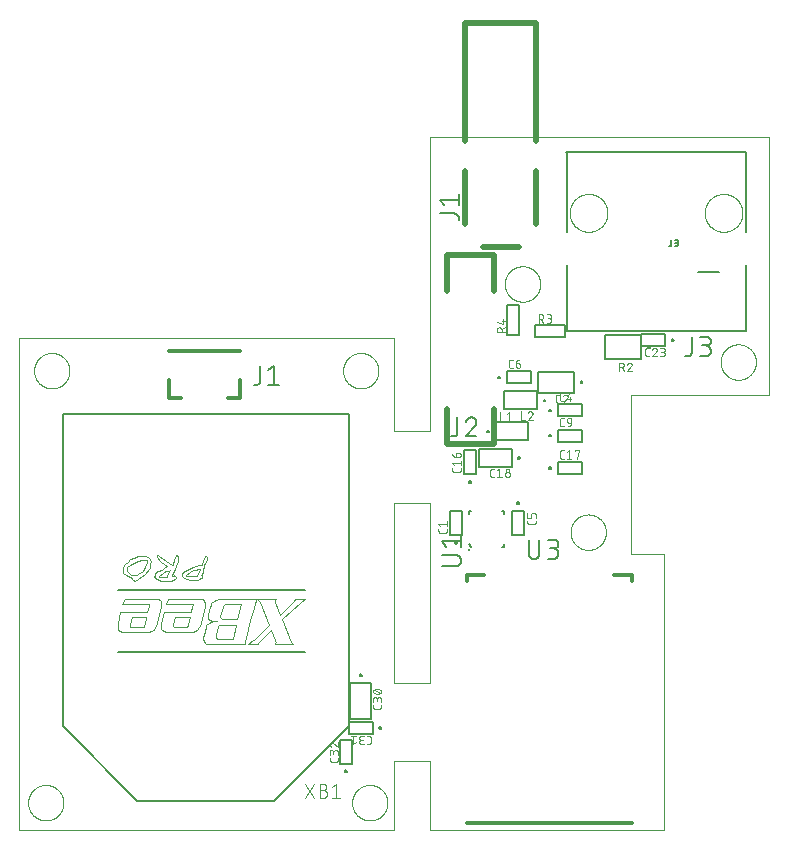
<source format=gto>
G75*
%MOIN*%
%OFA0B0*%
%FSLAX25Y25*%
%IPPOS*%
%LPD*%
%AMOC8*
5,1,8,0,0,1.08239X$1,22.5*
%
%ADD10C,0.00000*%
%ADD11C,0.00600*%
%ADD12C,0.00787*%
%ADD13C,0.01000*%
%ADD14C,0.00800*%
%ADD15C,0.00500*%
%ADD16C,0.01969*%
%ADD17C,0.01181*%
%ADD18C,0.00200*%
%ADD19C,0.00400*%
D10*
X0001000Y0012436D02*
X0001000Y0176436D01*
X0126000Y0176436D01*
X0126000Y0145436D01*
X0138000Y0145436D01*
X0138000Y0243436D01*
X0251000Y0243436D01*
X0251000Y0157436D01*
X0205000Y0157436D01*
X0205000Y0104436D01*
X0216000Y0104436D01*
X0216000Y0012436D01*
X0138000Y0012436D01*
X0138000Y0035436D01*
X0126000Y0035436D01*
X0126000Y0012436D01*
X0001000Y0012436D01*
X0004100Y0021436D02*
X0004102Y0021589D01*
X0004108Y0021742D01*
X0004118Y0021895D01*
X0004132Y0022048D01*
X0004150Y0022200D01*
X0004171Y0022351D01*
X0004197Y0022502D01*
X0004227Y0022653D01*
X0004260Y0022802D01*
X0004298Y0022951D01*
X0004339Y0023098D01*
X0004384Y0023245D01*
X0004433Y0023390D01*
X0004485Y0023534D01*
X0004542Y0023676D01*
X0004602Y0023817D01*
X0004665Y0023956D01*
X0004733Y0024094D01*
X0004803Y0024230D01*
X0004878Y0024364D01*
X0004955Y0024496D01*
X0005037Y0024626D01*
X0005121Y0024754D01*
X0005209Y0024879D01*
X0005300Y0025002D01*
X0005394Y0025123D01*
X0005491Y0025241D01*
X0005592Y0025357D01*
X0005695Y0025470D01*
X0005801Y0025581D01*
X0005910Y0025688D01*
X0006022Y0025793D01*
X0006136Y0025895D01*
X0006253Y0025994D01*
X0006373Y0026089D01*
X0006495Y0026182D01*
X0006619Y0026271D01*
X0006746Y0026358D01*
X0006875Y0026440D01*
X0007006Y0026520D01*
X0007139Y0026596D01*
X0007274Y0026668D01*
X0007411Y0026737D01*
X0007549Y0026803D01*
X0007689Y0026865D01*
X0007831Y0026923D01*
X0007974Y0026977D01*
X0008119Y0027028D01*
X0008264Y0027075D01*
X0008411Y0027118D01*
X0008559Y0027157D01*
X0008708Y0027193D01*
X0008858Y0027224D01*
X0009009Y0027252D01*
X0009160Y0027276D01*
X0009312Y0027296D01*
X0009465Y0027312D01*
X0009617Y0027324D01*
X0009770Y0027332D01*
X0009923Y0027336D01*
X0010077Y0027336D01*
X0010230Y0027332D01*
X0010383Y0027324D01*
X0010535Y0027312D01*
X0010688Y0027296D01*
X0010840Y0027276D01*
X0010991Y0027252D01*
X0011142Y0027224D01*
X0011292Y0027193D01*
X0011441Y0027157D01*
X0011589Y0027118D01*
X0011736Y0027075D01*
X0011881Y0027028D01*
X0012026Y0026977D01*
X0012169Y0026923D01*
X0012311Y0026865D01*
X0012451Y0026803D01*
X0012589Y0026737D01*
X0012726Y0026668D01*
X0012861Y0026596D01*
X0012994Y0026520D01*
X0013125Y0026440D01*
X0013254Y0026358D01*
X0013381Y0026271D01*
X0013505Y0026182D01*
X0013627Y0026089D01*
X0013747Y0025994D01*
X0013864Y0025895D01*
X0013978Y0025793D01*
X0014090Y0025688D01*
X0014199Y0025581D01*
X0014305Y0025470D01*
X0014408Y0025357D01*
X0014509Y0025241D01*
X0014606Y0025123D01*
X0014700Y0025002D01*
X0014791Y0024879D01*
X0014879Y0024754D01*
X0014963Y0024626D01*
X0015045Y0024496D01*
X0015122Y0024364D01*
X0015197Y0024230D01*
X0015267Y0024094D01*
X0015335Y0023956D01*
X0015398Y0023817D01*
X0015458Y0023676D01*
X0015515Y0023534D01*
X0015567Y0023390D01*
X0015616Y0023245D01*
X0015661Y0023098D01*
X0015702Y0022951D01*
X0015740Y0022802D01*
X0015773Y0022653D01*
X0015803Y0022502D01*
X0015829Y0022351D01*
X0015850Y0022200D01*
X0015868Y0022048D01*
X0015882Y0021895D01*
X0015892Y0021742D01*
X0015898Y0021589D01*
X0015900Y0021436D01*
X0015898Y0021283D01*
X0015892Y0021130D01*
X0015882Y0020977D01*
X0015868Y0020824D01*
X0015850Y0020672D01*
X0015829Y0020521D01*
X0015803Y0020370D01*
X0015773Y0020219D01*
X0015740Y0020070D01*
X0015702Y0019921D01*
X0015661Y0019774D01*
X0015616Y0019627D01*
X0015567Y0019482D01*
X0015515Y0019338D01*
X0015458Y0019196D01*
X0015398Y0019055D01*
X0015335Y0018916D01*
X0015267Y0018778D01*
X0015197Y0018642D01*
X0015122Y0018508D01*
X0015045Y0018376D01*
X0014963Y0018246D01*
X0014879Y0018118D01*
X0014791Y0017993D01*
X0014700Y0017870D01*
X0014606Y0017749D01*
X0014509Y0017631D01*
X0014408Y0017515D01*
X0014305Y0017402D01*
X0014199Y0017291D01*
X0014090Y0017184D01*
X0013978Y0017079D01*
X0013864Y0016977D01*
X0013747Y0016878D01*
X0013627Y0016783D01*
X0013505Y0016690D01*
X0013381Y0016601D01*
X0013254Y0016514D01*
X0013125Y0016432D01*
X0012994Y0016352D01*
X0012861Y0016276D01*
X0012726Y0016204D01*
X0012589Y0016135D01*
X0012451Y0016069D01*
X0012311Y0016007D01*
X0012169Y0015949D01*
X0012026Y0015895D01*
X0011881Y0015844D01*
X0011736Y0015797D01*
X0011589Y0015754D01*
X0011441Y0015715D01*
X0011292Y0015679D01*
X0011142Y0015648D01*
X0010991Y0015620D01*
X0010840Y0015596D01*
X0010688Y0015576D01*
X0010535Y0015560D01*
X0010383Y0015548D01*
X0010230Y0015540D01*
X0010077Y0015536D01*
X0009923Y0015536D01*
X0009770Y0015540D01*
X0009617Y0015548D01*
X0009465Y0015560D01*
X0009312Y0015576D01*
X0009160Y0015596D01*
X0009009Y0015620D01*
X0008858Y0015648D01*
X0008708Y0015679D01*
X0008559Y0015715D01*
X0008411Y0015754D01*
X0008264Y0015797D01*
X0008119Y0015844D01*
X0007974Y0015895D01*
X0007831Y0015949D01*
X0007689Y0016007D01*
X0007549Y0016069D01*
X0007411Y0016135D01*
X0007274Y0016204D01*
X0007139Y0016276D01*
X0007006Y0016352D01*
X0006875Y0016432D01*
X0006746Y0016514D01*
X0006619Y0016601D01*
X0006495Y0016690D01*
X0006373Y0016783D01*
X0006253Y0016878D01*
X0006136Y0016977D01*
X0006022Y0017079D01*
X0005910Y0017184D01*
X0005801Y0017291D01*
X0005695Y0017402D01*
X0005592Y0017515D01*
X0005491Y0017631D01*
X0005394Y0017749D01*
X0005300Y0017870D01*
X0005209Y0017993D01*
X0005121Y0018118D01*
X0005037Y0018246D01*
X0004955Y0018376D01*
X0004878Y0018508D01*
X0004803Y0018642D01*
X0004733Y0018778D01*
X0004665Y0018916D01*
X0004602Y0019055D01*
X0004542Y0019196D01*
X0004485Y0019338D01*
X0004433Y0019482D01*
X0004384Y0019627D01*
X0004339Y0019774D01*
X0004298Y0019921D01*
X0004260Y0020070D01*
X0004227Y0020219D01*
X0004197Y0020370D01*
X0004171Y0020521D01*
X0004150Y0020672D01*
X0004132Y0020824D01*
X0004118Y0020977D01*
X0004108Y0021130D01*
X0004102Y0021283D01*
X0004100Y0021436D01*
X0112100Y0021436D02*
X0112102Y0021589D01*
X0112108Y0021742D01*
X0112118Y0021895D01*
X0112132Y0022048D01*
X0112150Y0022200D01*
X0112171Y0022351D01*
X0112197Y0022502D01*
X0112227Y0022653D01*
X0112260Y0022802D01*
X0112298Y0022951D01*
X0112339Y0023098D01*
X0112384Y0023245D01*
X0112433Y0023390D01*
X0112485Y0023534D01*
X0112542Y0023676D01*
X0112602Y0023817D01*
X0112665Y0023956D01*
X0112733Y0024094D01*
X0112803Y0024230D01*
X0112878Y0024364D01*
X0112955Y0024496D01*
X0113037Y0024626D01*
X0113121Y0024754D01*
X0113209Y0024879D01*
X0113300Y0025002D01*
X0113394Y0025123D01*
X0113491Y0025241D01*
X0113592Y0025357D01*
X0113695Y0025470D01*
X0113801Y0025581D01*
X0113910Y0025688D01*
X0114022Y0025793D01*
X0114136Y0025895D01*
X0114253Y0025994D01*
X0114373Y0026089D01*
X0114495Y0026182D01*
X0114619Y0026271D01*
X0114746Y0026358D01*
X0114875Y0026440D01*
X0115006Y0026520D01*
X0115139Y0026596D01*
X0115274Y0026668D01*
X0115411Y0026737D01*
X0115549Y0026803D01*
X0115689Y0026865D01*
X0115831Y0026923D01*
X0115974Y0026977D01*
X0116119Y0027028D01*
X0116264Y0027075D01*
X0116411Y0027118D01*
X0116559Y0027157D01*
X0116708Y0027193D01*
X0116858Y0027224D01*
X0117009Y0027252D01*
X0117160Y0027276D01*
X0117312Y0027296D01*
X0117465Y0027312D01*
X0117617Y0027324D01*
X0117770Y0027332D01*
X0117923Y0027336D01*
X0118077Y0027336D01*
X0118230Y0027332D01*
X0118383Y0027324D01*
X0118535Y0027312D01*
X0118688Y0027296D01*
X0118840Y0027276D01*
X0118991Y0027252D01*
X0119142Y0027224D01*
X0119292Y0027193D01*
X0119441Y0027157D01*
X0119589Y0027118D01*
X0119736Y0027075D01*
X0119881Y0027028D01*
X0120026Y0026977D01*
X0120169Y0026923D01*
X0120311Y0026865D01*
X0120451Y0026803D01*
X0120589Y0026737D01*
X0120726Y0026668D01*
X0120861Y0026596D01*
X0120994Y0026520D01*
X0121125Y0026440D01*
X0121254Y0026358D01*
X0121381Y0026271D01*
X0121505Y0026182D01*
X0121627Y0026089D01*
X0121747Y0025994D01*
X0121864Y0025895D01*
X0121978Y0025793D01*
X0122090Y0025688D01*
X0122199Y0025581D01*
X0122305Y0025470D01*
X0122408Y0025357D01*
X0122509Y0025241D01*
X0122606Y0025123D01*
X0122700Y0025002D01*
X0122791Y0024879D01*
X0122879Y0024754D01*
X0122963Y0024626D01*
X0123045Y0024496D01*
X0123122Y0024364D01*
X0123197Y0024230D01*
X0123267Y0024094D01*
X0123335Y0023956D01*
X0123398Y0023817D01*
X0123458Y0023676D01*
X0123515Y0023534D01*
X0123567Y0023390D01*
X0123616Y0023245D01*
X0123661Y0023098D01*
X0123702Y0022951D01*
X0123740Y0022802D01*
X0123773Y0022653D01*
X0123803Y0022502D01*
X0123829Y0022351D01*
X0123850Y0022200D01*
X0123868Y0022048D01*
X0123882Y0021895D01*
X0123892Y0021742D01*
X0123898Y0021589D01*
X0123900Y0021436D01*
X0123898Y0021283D01*
X0123892Y0021130D01*
X0123882Y0020977D01*
X0123868Y0020824D01*
X0123850Y0020672D01*
X0123829Y0020521D01*
X0123803Y0020370D01*
X0123773Y0020219D01*
X0123740Y0020070D01*
X0123702Y0019921D01*
X0123661Y0019774D01*
X0123616Y0019627D01*
X0123567Y0019482D01*
X0123515Y0019338D01*
X0123458Y0019196D01*
X0123398Y0019055D01*
X0123335Y0018916D01*
X0123267Y0018778D01*
X0123197Y0018642D01*
X0123122Y0018508D01*
X0123045Y0018376D01*
X0122963Y0018246D01*
X0122879Y0018118D01*
X0122791Y0017993D01*
X0122700Y0017870D01*
X0122606Y0017749D01*
X0122509Y0017631D01*
X0122408Y0017515D01*
X0122305Y0017402D01*
X0122199Y0017291D01*
X0122090Y0017184D01*
X0121978Y0017079D01*
X0121864Y0016977D01*
X0121747Y0016878D01*
X0121627Y0016783D01*
X0121505Y0016690D01*
X0121381Y0016601D01*
X0121254Y0016514D01*
X0121125Y0016432D01*
X0120994Y0016352D01*
X0120861Y0016276D01*
X0120726Y0016204D01*
X0120589Y0016135D01*
X0120451Y0016069D01*
X0120311Y0016007D01*
X0120169Y0015949D01*
X0120026Y0015895D01*
X0119881Y0015844D01*
X0119736Y0015797D01*
X0119589Y0015754D01*
X0119441Y0015715D01*
X0119292Y0015679D01*
X0119142Y0015648D01*
X0118991Y0015620D01*
X0118840Y0015596D01*
X0118688Y0015576D01*
X0118535Y0015560D01*
X0118383Y0015548D01*
X0118230Y0015540D01*
X0118077Y0015536D01*
X0117923Y0015536D01*
X0117770Y0015540D01*
X0117617Y0015548D01*
X0117465Y0015560D01*
X0117312Y0015576D01*
X0117160Y0015596D01*
X0117009Y0015620D01*
X0116858Y0015648D01*
X0116708Y0015679D01*
X0116559Y0015715D01*
X0116411Y0015754D01*
X0116264Y0015797D01*
X0116119Y0015844D01*
X0115974Y0015895D01*
X0115831Y0015949D01*
X0115689Y0016007D01*
X0115549Y0016069D01*
X0115411Y0016135D01*
X0115274Y0016204D01*
X0115139Y0016276D01*
X0115006Y0016352D01*
X0114875Y0016432D01*
X0114746Y0016514D01*
X0114619Y0016601D01*
X0114495Y0016690D01*
X0114373Y0016783D01*
X0114253Y0016878D01*
X0114136Y0016977D01*
X0114022Y0017079D01*
X0113910Y0017184D01*
X0113801Y0017291D01*
X0113695Y0017402D01*
X0113592Y0017515D01*
X0113491Y0017631D01*
X0113394Y0017749D01*
X0113300Y0017870D01*
X0113209Y0017993D01*
X0113121Y0018118D01*
X0113037Y0018246D01*
X0112955Y0018376D01*
X0112878Y0018508D01*
X0112803Y0018642D01*
X0112733Y0018778D01*
X0112665Y0018916D01*
X0112602Y0019055D01*
X0112542Y0019196D01*
X0112485Y0019338D01*
X0112433Y0019482D01*
X0112384Y0019627D01*
X0112339Y0019774D01*
X0112298Y0019921D01*
X0112260Y0020070D01*
X0112227Y0020219D01*
X0112197Y0020370D01*
X0112171Y0020521D01*
X0112150Y0020672D01*
X0112132Y0020824D01*
X0112118Y0020977D01*
X0112108Y0021130D01*
X0112102Y0021283D01*
X0112100Y0021436D01*
X0126000Y0061436D02*
X0126000Y0121436D01*
X0138000Y0121436D01*
X0138000Y0061436D01*
X0126000Y0061436D01*
X0184921Y0111620D02*
X0184923Y0111773D01*
X0184929Y0111927D01*
X0184939Y0112080D01*
X0184953Y0112232D01*
X0184971Y0112385D01*
X0184993Y0112536D01*
X0185018Y0112687D01*
X0185048Y0112838D01*
X0185082Y0112988D01*
X0185119Y0113136D01*
X0185160Y0113284D01*
X0185205Y0113430D01*
X0185254Y0113576D01*
X0185307Y0113720D01*
X0185363Y0113862D01*
X0185423Y0114003D01*
X0185487Y0114143D01*
X0185554Y0114281D01*
X0185625Y0114417D01*
X0185700Y0114551D01*
X0185777Y0114683D01*
X0185859Y0114813D01*
X0185943Y0114941D01*
X0186031Y0115067D01*
X0186122Y0115190D01*
X0186216Y0115311D01*
X0186314Y0115429D01*
X0186414Y0115545D01*
X0186518Y0115658D01*
X0186624Y0115769D01*
X0186733Y0115877D01*
X0186845Y0115982D01*
X0186959Y0116083D01*
X0187077Y0116182D01*
X0187196Y0116278D01*
X0187318Y0116371D01*
X0187443Y0116460D01*
X0187570Y0116547D01*
X0187699Y0116629D01*
X0187830Y0116709D01*
X0187963Y0116785D01*
X0188098Y0116858D01*
X0188235Y0116927D01*
X0188374Y0116992D01*
X0188514Y0117054D01*
X0188656Y0117112D01*
X0188799Y0117167D01*
X0188944Y0117218D01*
X0189090Y0117265D01*
X0189237Y0117308D01*
X0189385Y0117347D01*
X0189534Y0117383D01*
X0189684Y0117414D01*
X0189835Y0117442D01*
X0189986Y0117466D01*
X0190139Y0117486D01*
X0190291Y0117502D01*
X0190444Y0117514D01*
X0190597Y0117522D01*
X0190750Y0117526D01*
X0190904Y0117526D01*
X0191057Y0117522D01*
X0191210Y0117514D01*
X0191363Y0117502D01*
X0191515Y0117486D01*
X0191668Y0117466D01*
X0191819Y0117442D01*
X0191970Y0117414D01*
X0192120Y0117383D01*
X0192269Y0117347D01*
X0192417Y0117308D01*
X0192564Y0117265D01*
X0192710Y0117218D01*
X0192855Y0117167D01*
X0192998Y0117112D01*
X0193140Y0117054D01*
X0193280Y0116992D01*
X0193419Y0116927D01*
X0193556Y0116858D01*
X0193691Y0116785D01*
X0193824Y0116709D01*
X0193955Y0116629D01*
X0194084Y0116547D01*
X0194211Y0116460D01*
X0194336Y0116371D01*
X0194458Y0116278D01*
X0194577Y0116182D01*
X0194695Y0116083D01*
X0194809Y0115982D01*
X0194921Y0115877D01*
X0195030Y0115769D01*
X0195136Y0115658D01*
X0195240Y0115545D01*
X0195340Y0115429D01*
X0195438Y0115311D01*
X0195532Y0115190D01*
X0195623Y0115067D01*
X0195711Y0114941D01*
X0195795Y0114813D01*
X0195877Y0114683D01*
X0195954Y0114551D01*
X0196029Y0114417D01*
X0196100Y0114281D01*
X0196167Y0114143D01*
X0196231Y0114003D01*
X0196291Y0113862D01*
X0196347Y0113720D01*
X0196400Y0113576D01*
X0196449Y0113430D01*
X0196494Y0113284D01*
X0196535Y0113136D01*
X0196572Y0112988D01*
X0196606Y0112838D01*
X0196636Y0112687D01*
X0196661Y0112536D01*
X0196683Y0112385D01*
X0196701Y0112232D01*
X0196715Y0112080D01*
X0196725Y0111927D01*
X0196731Y0111773D01*
X0196733Y0111620D01*
X0196731Y0111467D01*
X0196725Y0111313D01*
X0196715Y0111160D01*
X0196701Y0111008D01*
X0196683Y0110855D01*
X0196661Y0110704D01*
X0196636Y0110553D01*
X0196606Y0110402D01*
X0196572Y0110252D01*
X0196535Y0110104D01*
X0196494Y0109956D01*
X0196449Y0109810D01*
X0196400Y0109664D01*
X0196347Y0109520D01*
X0196291Y0109378D01*
X0196231Y0109237D01*
X0196167Y0109097D01*
X0196100Y0108959D01*
X0196029Y0108823D01*
X0195954Y0108689D01*
X0195877Y0108557D01*
X0195795Y0108427D01*
X0195711Y0108299D01*
X0195623Y0108173D01*
X0195532Y0108050D01*
X0195438Y0107929D01*
X0195340Y0107811D01*
X0195240Y0107695D01*
X0195136Y0107582D01*
X0195030Y0107471D01*
X0194921Y0107363D01*
X0194809Y0107258D01*
X0194695Y0107157D01*
X0194577Y0107058D01*
X0194458Y0106962D01*
X0194336Y0106869D01*
X0194211Y0106780D01*
X0194084Y0106693D01*
X0193955Y0106611D01*
X0193824Y0106531D01*
X0193691Y0106455D01*
X0193556Y0106382D01*
X0193419Y0106313D01*
X0193280Y0106248D01*
X0193140Y0106186D01*
X0192998Y0106128D01*
X0192855Y0106073D01*
X0192710Y0106022D01*
X0192564Y0105975D01*
X0192417Y0105932D01*
X0192269Y0105893D01*
X0192120Y0105857D01*
X0191970Y0105826D01*
X0191819Y0105798D01*
X0191668Y0105774D01*
X0191515Y0105754D01*
X0191363Y0105738D01*
X0191210Y0105726D01*
X0191057Y0105718D01*
X0190904Y0105714D01*
X0190750Y0105714D01*
X0190597Y0105718D01*
X0190444Y0105726D01*
X0190291Y0105738D01*
X0190139Y0105754D01*
X0189986Y0105774D01*
X0189835Y0105798D01*
X0189684Y0105826D01*
X0189534Y0105857D01*
X0189385Y0105893D01*
X0189237Y0105932D01*
X0189090Y0105975D01*
X0188944Y0106022D01*
X0188799Y0106073D01*
X0188656Y0106128D01*
X0188514Y0106186D01*
X0188374Y0106248D01*
X0188235Y0106313D01*
X0188098Y0106382D01*
X0187963Y0106455D01*
X0187830Y0106531D01*
X0187699Y0106611D01*
X0187570Y0106693D01*
X0187443Y0106780D01*
X0187318Y0106869D01*
X0187196Y0106962D01*
X0187077Y0107058D01*
X0186959Y0107157D01*
X0186845Y0107258D01*
X0186733Y0107363D01*
X0186624Y0107471D01*
X0186518Y0107582D01*
X0186414Y0107695D01*
X0186314Y0107811D01*
X0186216Y0107929D01*
X0186122Y0108050D01*
X0186031Y0108173D01*
X0185943Y0108299D01*
X0185859Y0108427D01*
X0185777Y0108557D01*
X0185700Y0108689D01*
X0185625Y0108823D01*
X0185554Y0108959D01*
X0185487Y0109097D01*
X0185423Y0109237D01*
X0185363Y0109378D01*
X0185307Y0109520D01*
X0185254Y0109664D01*
X0185205Y0109810D01*
X0185160Y0109956D01*
X0185119Y0110104D01*
X0185082Y0110252D01*
X0185048Y0110402D01*
X0185018Y0110553D01*
X0184993Y0110704D01*
X0184971Y0110855D01*
X0184953Y0111008D01*
X0184939Y0111160D01*
X0184929Y0111313D01*
X0184923Y0111467D01*
X0184921Y0111620D01*
X0234921Y0168339D02*
X0234923Y0168492D01*
X0234929Y0168646D01*
X0234939Y0168799D01*
X0234953Y0168951D01*
X0234971Y0169104D01*
X0234993Y0169255D01*
X0235018Y0169406D01*
X0235048Y0169557D01*
X0235082Y0169707D01*
X0235119Y0169855D01*
X0235160Y0170003D01*
X0235205Y0170149D01*
X0235254Y0170295D01*
X0235307Y0170439D01*
X0235363Y0170581D01*
X0235423Y0170722D01*
X0235487Y0170862D01*
X0235554Y0171000D01*
X0235625Y0171136D01*
X0235700Y0171270D01*
X0235777Y0171402D01*
X0235859Y0171532D01*
X0235943Y0171660D01*
X0236031Y0171786D01*
X0236122Y0171909D01*
X0236216Y0172030D01*
X0236314Y0172148D01*
X0236414Y0172264D01*
X0236518Y0172377D01*
X0236624Y0172488D01*
X0236733Y0172596D01*
X0236845Y0172701D01*
X0236959Y0172802D01*
X0237077Y0172901D01*
X0237196Y0172997D01*
X0237318Y0173090D01*
X0237443Y0173179D01*
X0237570Y0173266D01*
X0237699Y0173348D01*
X0237830Y0173428D01*
X0237963Y0173504D01*
X0238098Y0173577D01*
X0238235Y0173646D01*
X0238374Y0173711D01*
X0238514Y0173773D01*
X0238656Y0173831D01*
X0238799Y0173886D01*
X0238944Y0173937D01*
X0239090Y0173984D01*
X0239237Y0174027D01*
X0239385Y0174066D01*
X0239534Y0174102D01*
X0239684Y0174133D01*
X0239835Y0174161D01*
X0239986Y0174185D01*
X0240139Y0174205D01*
X0240291Y0174221D01*
X0240444Y0174233D01*
X0240597Y0174241D01*
X0240750Y0174245D01*
X0240904Y0174245D01*
X0241057Y0174241D01*
X0241210Y0174233D01*
X0241363Y0174221D01*
X0241515Y0174205D01*
X0241668Y0174185D01*
X0241819Y0174161D01*
X0241970Y0174133D01*
X0242120Y0174102D01*
X0242269Y0174066D01*
X0242417Y0174027D01*
X0242564Y0173984D01*
X0242710Y0173937D01*
X0242855Y0173886D01*
X0242998Y0173831D01*
X0243140Y0173773D01*
X0243280Y0173711D01*
X0243419Y0173646D01*
X0243556Y0173577D01*
X0243691Y0173504D01*
X0243824Y0173428D01*
X0243955Y0173348D01*
X0244084Y0173266D01*
X0244211Y0173179D01*
X0244336Y0173090D01*
X0244458Y0172997D01*
X0244577Y0172901D01*
X0244695Y0172802D01*
X0244809Y0172701D01*
X0244921Y0172596D01*
X0245030Y0172488D01*
X0245136Y0172377D01*
X0245240Y0172264D01*
X0245340Y0172148D01*
X0245438Y0172030D01*
X0245532Y0171909D01*
X0245623Y0171786D01*
X0245711Y0171660D01*
X0245795Y0171532D01*
X0245877Y0171402D01*
X0245954Y0171270D01*
X0246029Y0171136D01*
X0246100Y0171000D01*
X0246167Y0170862D01*
X0246231Y0170722D01*
X0246291Y0170581D01*
X0246347Y0170439D01*
X0246400Y0170295D01*
X0246449Y0170149D01*
X0246494Y0170003D01*
X0246535Y0169855D01*
X0246572Y0169707D01*
X0246606Y0169557D01*
X0246636Y0169406D01*
X0246661Y0169255D01*
X0246683Y0169104D01*
X0246701Y0168951D01*
X0246715Y0168799D01*
X0246725Y0168646D01*
X0246731Y0168492D01*
X0246733Y0168339D01*
X0246731Y0168186D01*
X0246725Y0168032D01*
X0246715Y0167879D01*
X0246701Y0167727D01*
X0246683Y0167574D01*
X0246661Y0167423D01*
X0246636Y0167272D01*
X0246606Y0167121D01*
X0246572Y0166971D01*
X0246535Y0166823D01*
X0246494Y0166675D01*
X0246449Y0166529D01*
X0246400Y0166383D01*
X0246347Y0166239D01*
X0246291Y0166097D01*
X0246231Y0165956D01*
X0246167Y0165816D01*
X0246100Y0165678D01*
X0246029Y0165542D01*
X0245954Y0165408D01*
X0245877Y0165276D01*
X0245795Y0165146D01*
X0245711Y0165018D01*
X0245623Y0164892D01*
X0245532Y0164769D01*
X0245438Y0164648D01*
X0245340Y0164530D01*
X0245240Y0164414D01*
X0245136Y0164301D01*
X0245030Y0164190D01*
X0244921Y0164082D01*
X0244809Y0163977D01*
X0244695Y0163876D01*
X0244577Y0163777D01*
X0244458Y0163681D01*
X0244336Y0163588D01*
X0244211Y0163499D01*
X0244084Y0163412D01*
X0243955Y0163330D01*
X0243824Y0163250D01*
X0243691Y0163174D01*
X0243556Y0163101D01*
X0243419Y0163032D01*
X0243280Y0162967D01*
X0243140Y0162905D01*
X0242998Y0162847D01*
X0242855Y0162792D01*
X0242710Y0162741D01*
X0242564Y0162694D01*
X0242417Y0162651D01*
X0242269Y0162612D01*
X0242120Y0162576D01*
X0241970Y0162545D01*
X0241819Y0162517D01*
X0241668Y0162493D01*
X0241515Y0162473D01*
X0241363Y0162457D01*
X0241210Y0162445D01*
X0241057Y0162437D01*
X0240904Y0162433D01*
X0240750Y0162433D01*
X0240597Y0162437D01*
X0240444Y0162445D01*
X0240291Y0162457D01*
X0240139Y0162473D01*
X0239986Y0162493D01*
X0239835Y0162517D01*
X0239684Y0162545D01*
X0239534Y0162576D01*
X0239385Y0162612D01*
X0239237Y0162651D01*
X0239090Y0162694D01*
X0238944Y0162741D01*
X0238799Y0162792D01*
X0238656Y0162847D01*
X0238514Y0162905D01*
X0238374Y0162967D01*
X0238235Y0163032D01*
X0238098Y0163101D01*
X0237963Y0163174D01*
X0237830Y0163250D01*
X0237699Y0163330D01*
X0237570Y0163412D01*
X0237443Y0163499D01*
X0237318Y0163588D01*
X0237196Y0163681D01*
X0237077Y0163777D01*
X0236959Y0163876D01*
X0236845Y0163977D01*
X0236733Y0164082D01*
X0236624Y0164190D01*
X0236518Y0164301D01*
X0236414Y0164414D01*
X0236314Y0164530D01*
X0236216Y0164648D01*
X0236122Y0164769D01*
X0236031Y0164892D01*
X0235943Y0165018D01*
X0235859Y0165146D01*
X0235777Y0165276D01*
X0235700Y0165408D01*
X0235625Y0165542D01*
X0235554Y0165678D01*
X0235487Y0165816D01*
X0235423Y0165956D01*
X0235363Y0166097D01*
X0235307Y0166239D01*
X0235254Y0166383D01*
X0235205Y0166529D01*
X0235160Y0166675D01*
X0235119Y0166823D01*
X0235082Y0166971D01*
X0235048Y0167121D01*
X0235018Y0167272D01*
X0234993Y0167423D01*
X0234971Y0167574D01*
X0234953Y0167727D01*
X0234939Y0167879D01*
X0234929Y0168032D01*
X0234923Y0168186D01*
X0234921Y0168339D01*
X0229639Y0218046D02*
X0229641Y0218204D01*
X0229647Y0218362D01*
X0229657Y0218520D01*
X0229671Y0218678D01*
X0229689Y0218835D01*
X0229710Y0218992D01*
X0229736Y0219148D01*
X0229766Y0219304D01*
X0229799Y0219459D01*
X0229837Y0219612D01*
X0229878Y0219765D01*
X0229923Y0219917D01*
X0229972Y0220068D01*
X0230025Y0220217D01*
X0230081Y0220365D01*
X0230141Y0220511D01*
X0230205Y0220656D01*
X0230273Y0220799D01*
X0230344Y0220941D01*
X0230418Y0221081D01*
X0230496Y0221218D01*
X0230578Y0221354D01*
X0230662Y0221488D01*
X0230751Y0221619D01*
X0230842Y0221748D01*
X0230937Y0221875D01*
X0231034Y0222000D01*
X0231135Y0222122D01*
X0231239Y0222241D01*
X0231346Y0222358D01*
X0231456Y0222472D01*
X0231569Y0222583D01*
X0231684Y0222692D01*
X0231802Y0222797D01*
X0231923Y0222899D01*
X0232046Y0222999D01*
X0232172Y0223095D01*
X0232300Y0223188D01*
X0232430Y0223278D01*
X0232563Y0223364D01*
X0232698Y0223448D01*
X0232834Y0223527D01*
X0232973Y0223604D01*
X0233114Y0223676D01*
X0233256Y0223746D01*
X0233400Y0223811D01*
X0233546Y0223873D01*
X0233693Y0223931D01*
X0233842Y0223986D01*
X0233992Y0224037D01*
X0234143Y0224084D01*
X0234295Y0224127D01*
X0234448Y0224166D01*
X0234603Y0224202D01*
X0234758Y0224233D01*
X0234914Y0224261D01*
X0235070Y0224285D01*
X0235227Y0224305D01*
X0235385Y0224321D01*
X0235542Y0224333D01*
X0235701Y0224341D01*
X0235859Y0224345D01*
X0236017Y0224345D01*
X0236175Y0224341D01*
X0236334Y0224333D01*
X0236491Y0224321D01*
X0236649Y0224305D01*
X0236806Y0224285D01*
X0236962Y0224261D01*
X0237118Y0224233D01*
X0237273Y0224202D01*
X0237428Y0224166D01*
X0237581Y0224127D01*
X0237733Y0224084D01*
X0237884Y0224037D01*
X0238034Y0223986D01*
X0238183Y0223931D01*
X0238330Y0223873D01*
X0238476Y0223811D01*
X0238620Y0223746D01*
X0238762Y0223676D01*
X0238903Y0223604D01*
X0239042Y0223527D01*
X0239178Y0223448D01*
X0239313Y0223364D01*
X0239446Y0223278D01*
X0239576Y0223188D01*
X0239704Y0223095D01*
X0239830Y0222999D01*
X0239953Y0222899D01*
X0240074Y0222797D01*
X0240192Y0222692D01*
X0240307Y0222583D01*
X0240420Y0222472D01*
X0240530Y0222358D01*
X0240637Y0222241D01*
X0240741Y0222122D01*
X0240842Y0222000D01*
X0240939Y0221875D01*
X0241034Y0221748D01*
X0241125Y0221619D01*
X0241214Y0221488D01*
X0241298Y0221354D01*
X0241380Y0221218D01*
X0241458Y0221081D01*
X0241532Y0220941D01*
X0241603Y0220799D01*
X0241671Y0220656D01*
X0241735Y0220511D01*
X0241795Y0220365D01*
X0241851Y0220217D01*
X0241904Y0220068D01*
X0241953Y0219917D01*
X0241998Y0219765D01*
X0242039Y0219612D01*
X0242077Y0219459D01*
X0242110Y0219304D01*
X0242140Y0219148D01*
X0242166Y0218992D01*
X0242187Y0218835D01*
X0242205Y0218678D01*
X0242219Y0218520D01*
X0242229Y0218362D01*
X0242235Y0218204D01*
X0242237Y0218046D01*
X0242235Y0217888D01*
X0242229Y0217730D01*
X0242219Y0217572D01*
X0242205Y0217414D01*
X0242187Y0217257D01*
X0242166Y0217100D01*
X0242140Y0216944D01*
X0242110Y0216788D01*
X0242077Y0216633D01*
X0242039Y0216480D01*
X0241998Y0216327D01*
X0241953Y0216175D01*
X0241904Y0216024D01*
X0241851Y0215875D01*
X0241795Y0215727D01*
X0241735Y0215581D01*
X0241671Y0215436D01*
X0241603Y0215293D01*
X0241532Y0215151D01*
X0241458Y0215011D01*
X0241380Y0214874D01*
X0241298Y0214738D01*
X0241214Y0214604D01*
X0241125Y0214473D01*
X0241034Y0214344D01*
X0240939Y0214217D01*
X0240842Y0214092D01*
X0240741Y0213970D01*
X0240637Y0213851D01*
X0240530Y0213734D01*
X0240420Y0213620D01*
X0240307Y0213509D01*
X0240192Y0213400D01*
X0240074Y0213295D01*
X0239953Y0213193D01*
X0239830Y0213093D01*
X0239704Y0212997D01*
X0239576Y0212904D01*
X0239446Y0212814D01*
X0239313Y0212728D01*
X0239178Y0212644D01*
X0239042Y0212565D01*
X0238903Y0212488D01*
X0238762Y0212416D01*
X0238620Y0212346D01*
X0238476Y0212281D01*
X0238330Y0212219D01*
X0238183Y0212161D01*
X0238034Y0212106D01*
X0237884Y0212055D01*
X0237733Y0212008D01*
X0237581Y0211965D01*
X0237428Y0211926D01*
X0237273Y0211890D01*
X0237118Y0211859D01*
X0236962Y0211831D01*
X0236806Y0211807D01*
X0236649Y0211787D01*
X0236491Y0211771D01*
X0236334Y0211759D01*
X0236175Y0211751D01*
X0236017Y0211747D01*
X0235859Y0211747D01*
X0235701Y0211751D01*
X0235542Y0211759D01*
X0235385Y0211771D01*
X0235227Y0211787D01*
X0235070Y0211807D01*
X0234914Y0211831D01*
X0234758Y0211859D01*
X0234603Y0211890D01*
X0234448Y0211926D01*
X0234295Y0211965D01*
X0234143Y0212008D01*
X0233992Y0212055D01*
X0233842Y0212106D01*
X0233693Y0212161D01*
X0233546Y0212219D01*
X0233400Y0212281D01*
X0233256Y0212346D01*
X0233114Y0212416D01*
X0232973Y0212488D01*
X0232834Y0212565D01*
X0232698Y0212644D01*
X0232563Y0212728D01*
X0232430Y0212814D01*
X0232300Y0212904D01*
X0232172Y0212997D01*
X0232046Y0213093D01*
X0231923Y0213193D01*
X0231802Y0213295D01*
X0231684Y0213400D01*
X0231569Y0213509D01*
X0231456Y0213620D01*
X0231346Y0213734D01*
X0231239Y0213851D01*
X0231135Y0213970D01*
X0231034Y0214092D01*
X0230937Y0214217D01*
X0230842Y0214344D01*
X0230751Y0214473D01*
X0230662Y0214604D01*
X0230578Y0214738D01*
X0230496Y0214874D01*
X0230418Y0215011D01*
X0230344Y0215151D01*
X0230273Y0215293D01*
X0230205Y0215436D01*
X0230141Y0215581D01*
X0230081Y0215727D01*
X0230025Y0215875D01*
X0229972Y0216024D01*
X0229923Y0216175D01*
X0229878Y0216327D01*
X0229837Y0216480D01*
X0229799Y0216633D01*
X0229766Y0216788D01*
X0229736Y0216944D01*
X0229710Y0217100D01*
X0229689Y0217257D01*
X0229671Y0217414D01*
X0229657Y0217572D01*
X0229647Y0217730D01*
X0229641Y0217888D01*
X0229639Y0218046D01*
X0184639Y0218046D02*
X0184641Y0218204D01*
X0184647Y0218362D01*
X0184657Y0218520D01*
X0184671Y0218678D01*
X0184689Y0218835D01*
X0184710Y0218992D01*
X0184736Y0219148D01*
X0184766Y0219304D01*
X0184799Y0219459D01*
X0184837Y0219612D01*
X0184878Y0219765D01*
X0184923Y0219917D01*
X0184972Y0220068D01*
X0185025Y0220217D01*
X0185081Y0220365D01*
X0185141Y0220511D01*
X0185205Y0220656D01*
X0185273Y0220799D01*
X0185344Y0220941D01*
X0185418Y0221081D01*
X0185496Y0221218D01*
X0185578Y0221354D01*
X0185662Y0221488D01*
X0185751Y0221619D01*
X0185842Y0221748D01*
X0185937Y0221875D01*
X0186034Y0222000D01*
X0186135Y0222122D01*
X0186239Y0222241D01*
X0186346Y0222358D01*
X0186456Y0222472D01*
X0186569Y0222583D01*
X0186684Y0222692D01*
X0186802Y0222797D01*
X0186923Y0222899D01*
X0187046Y0222999D01*
X0187172Y0223095D01*
X0187300Y0223188D01*
X0187430Y0223278D01*
X0187563Y0223364D01*
X0187698Y0223448D01*
X0187834Y0223527D01*
X0187973Y0223604D01*
X0188114Y0223676D01*
X0188256Y0223746D01*
X0188400Y0223811D01*
X0188546Y0223873D01*
X0188693Y0223931D01*
X0188842Y0223986D01*
X0188992Y0224037D01*
X0189143Y0224084D01*
X0189295Y0224127D01*
X0189448Y0224166D01*
X0189603Y0224202D01*
X0189758Y0224233D01*
X0189914Y0224261D01*
X0190070Y0224285D01*
X0190227Y0224305D01*
X0190385Y0224321D01*
X0190542Y0224333D01*
X0190701Y0224341D01*
X0190859Y0224345D01*
X0191017Y0224345D01*
X0191175Y0224341D01*
X0191334Y0224333D01*
X0191491Y0224321D01*
X0191649Y0224305D01*
X0191806Y0224285D01*
X0191962Y0224261D01*
X0192118Y0224233D01*
X0192273Y0224202D01*
X0192428Y0224166D01*
X0192581Y0224127D01*
X0192733Y0224084D01*
X0192884Y0224037D01*
X0193034Y0223986D01*
X0193183Y0223931D01*
X0193330Y0223873D01*
X0193476Y0223811D01*
X0193620Y0223746D01*
X0193762Y0223676D01*
X0193903Y0223604D01*
X0194042Y0223527D01*
X0194178Y0223448D01*
X0194313Y0223364D01*
X0194446Y0223278D01*
X0194576Y0223188D01*
X0194704Y0223095D01*
X0194830Y0222999D01*
X0194953Y0222899D01*
X0195074Y0222797D01*
X0195192Y0222692D01*
X0195307Y0222583D01*
X0195420Y0222472D01*
X0195530Y0222358D01*
X0195637Y0222241D01*
X0195741Y0222122D01*
X0195842Y0222000D01*
X0195939Y0221875D01*
X0196034Y0221748D01*
X0196125Y0221619D01*
X0196214Y0221488D01*
X0196298Y0221354D01*
X0196380Y0221218D01*
X0196458Y0221081D01*
X0196532Y0220941D01*
X0196603Y0220799D01*
X0196671Y0220656D01*
X0196735Y0220511D01*
X0196795Y0220365D01*
X0196851Y0220217D01*
X0196904Y0220068D01*
X0196953Y0219917D01*
X0196998Y0219765D01*
X0197039Y0219612D01*
X0197077Y0219459D01*
X0197110Y0219304D01*
X0197140Y0219148D01*
X0197166Y0218992D01*
X0197187Y0218835D01*
X0197205Y0218678D01*
X0197219Y0218520D01*
X0197229Y0218362D01*
X0197235Y0218204D01*
X0197237Y0218046D01*
X0197235Y0217888D01*
X0197229Y0217730D01*
X0197219Y0217572D01*
X0197205Y0217414D01*
X0197187Y0217257D01*
X0197166Y0217100D01*
X0197140Y0216944D01*
X0197110Y0216788D01*
X0197077Y0216633D01*
X0197039Y0216480D01*
X0196998Y0216327D01*
X0196953Y0216175D01*
X0196904Y0216024D01*
X0196851Y0215875D01*
X0196795Y0215727D01*
X0196735Y0215581D01*
X0196671Y0215436D01*
X0196603Y0215293D01*
X0196532Y0215151D01*
X0196458Y0215011D01*
X0196380Y0214874D01*
X0196298Y0214738D01*
X0196214Y0214604D01*
X0196125Y0214473D01*
X0196034Y0214344D01*
X0195939Y0214217D01*
X0195842Y0214092D01*
X0195741Y0213970D01*
X0195637Y0213851D01*
X0195530Y0213734D01*
X0195420Y0213620D01*
X0195307Y0213509D01*
X0195192Y0213400D01*
X0195074Y0213295D01*
X0194953Y0213193D01*
X0194830Y0213093D01*
X0194704Y0212997D01*
X0194576Y0212904D01*
X0194446Y0212814D01*
X0194313Y0212728D01*
X0194178Y0212644D01*
X0194042Y0212565D01*
X0193903Y0212488D01*
X0193762Y0212416D01*
X0193620Y0212346D01*
X0193476Y0212281D01*
X0193330Y0212219D01*
X0193183Y0212161D01*
X0193034Y0212106D01*
X0192884Y0212055D01*
X0192733Y0212008D01*
X0192581Y0211965D01*
X0192428Y0211926D01*
X0192273Y0211890D01*
X0192118Y0211859D01*
X0191962Y0211831D01*
X0191806Y0211807D01*
X0191649Y0211787D01*
X0191491Y0211771D01*
X0191334Y0211759D01*
X0191175Y0211751D01*
X0191017Y0211747D01*
X0190859Y0211747D01*
X0190701Y0211751D01*
X0190542Y0211759D01*
X0190385Y0211771D01*
X0190227Y0211787D01*
X0190070Y0211807D01*
X0189914Y0211831D01*
X0189758Y0211859D01*
X0189603Y0211890D01*
X0189448Y0211926D01*
X0189295Y0211965D01*
X0189143Y0212008D01*
X0188992Y0212055D01*
X0188842Y0212106D01*
X0188693Y0212161D01*
X0188546Y0212219D01*
X0188400Y0212281D01*
X0188256Y0212346D01*
X0188114Y0212416D01*
X0187973Y0212488D01*
X0187834Y0212565D01*
X0187698Y0212644D01*
X0187563Y0212728D01*
X0187430Y0212814D01*
X0187300Y0212904D01*
X0187172Y0212997D01*
X0187046Y0213093D01*
X0186923Y0213193D01*
X0186802Y0213295D01*
X0186684Y0213400D01*
X0186569Y0213509D01*
X0186456Y0213620D01*
X0186346Y0213734D01*
X0186239Y0213851D01*
X0186135Y0213970D01*
X0186034Y0214092D01*
X0185937Y0214217D01*
X0185842Y0214344D01*
X0185751Y0214473D01*
X0185662Y0214604D01*
X0185578Y0214738D01*
X0185496Y0214874D01*
X0185418Y0215011D01*
X0185344Y0215151D01*
X0185273Y0215293D01*
X0185205Y0215436D01*
X0185141Y0215581D01*
X0185081Y0215727D01*
X0185025Y0215875D01*
X0184972Y0216024D01*
X0184923Y0216175D01*
X0184878Y0216327D01*
X0184837Y0216480D01*
X0184799Y0216633D01*
X0184766Y0216788D01*
X0184736Y0216944D01*
X0184710Y0217100D01*
X0184689Y0217257D01*
X0184671Y0217414D01*
X0184657Y0217572D01*
X0184647Y0217730D01*
X0184641Y0217888D01*
X0184639Y0218046D01*
X0163023Y0194348D02*
X0163025Y0194501D01*
X0163031Y0194655D01*
X0163041Y0194808D01*
X0163055Y0194960D01*
X0163073Y0195113D01*
X0163095Y0195264D01*
X0163120Y0195415D01*
X0163150Y0195566D01*
X0163184Y0195716D01*
X0163221Y0195864D01*
X0163262Y0196012D01*
X0163307Y0196158D01*
X0163356Y0196304D01*
X0163409Y0196448D01*
X0163465Y0196590D01*
X0163525Y0196731D01*
X0163589Y0196871D01*
X0163656Y0197009D01*
X0163727Y0197145D01*
X0163802Y0197279D01*
X0163879Y0197411D01*
X0163961Y0197541D01*
X0164045Y0197669D01*
X0164133Y0197795D01*
X0164224Y0197918D01*
X0164318Y0198039D01*
X0164416Y0198157D01*
X0164516Y0198273D01*
X0164620Y0198386D01*
X0164726Y0198497D01*
X0164835Y0198605D01*
X0164947Y0198710D01*
X0165061Y0198811D01*
X0165179Y0198910D01*
X0165298Y0199006D01*
X0165420Y0199099D01*
X0165545Y0199188D01*
X0165672Y0199275D01*
X0165801Y0199357D01*
X0165932Y0199437D01*
X0166065Y0199513D01*
X0166200Y0199586D01*
X0166337Y0199655D01*
X0166476Y0199720D01*
X0166616Y0199782D01*
X0166758Y0199840D01*
X0166901Y0199895D01*
X0167046Y0199946D01*
X0167192Y0199993D01*
X0167339Y0200036D01*
X0167487Y0200075D01*
X0167636Y0200111D01*
X0167786Y0200142D01*
X0167937Y0200170D01*
X0168088Y0200194D01*
X0168241Y0200214D01*
X0168393Y0200230D01*
X0168546Y0200242D01*
X0168699Y0200250D01*
X0168852Y0200254D01*
X0169006Y0200254D01*
X0169159Y0200250D01*
X0169312Y0200242D01*
X0169465Y0200230D01*
X0169617Y0200214D01*
X0169770Y0200194D01*
X0169921Y0200170D01*
X0170072Y0200142D01*
X0170222Y0200111D01*
X0170371Y0200075D01*
X0170519Y0200036D01*
X0170666Y0199993D01*
X0170812Y0199946D01*
X0170957Y0199895D01*
X0171100Y0199840D01*
X0171242Y0199782D01*
X0171382Y0199720D01*
X0171521Y0199655D01*
X0171658Y0199586D01*
X0171793Y0199513D01*
X0171926Y0199437D01*
X0172057Y0199357D01*
X0172186Y0199275D01*
X0172313Y0199188D01*
X0172438Y0199099D01*
X0172560Y0199006D01*
X0172679Y0198910D01*
X0172797Y0198811D01*
X0172911Y0198710D01*
X0173023Y0198605D01*
X0173132Y0198497D01*
X0173238Y0198386D01*
X0173342Y0198273D01*
X0173442Y0198157D01*
X0173540Y0198039D01*
X0173634Y0197918D01*
X0173725Y0197795D01*
X0173813Y0197669D01*
X0173897Y0197541D01*
X0173979Y0197411D01*
X0174056Y0197279D01*
X0174131Y0197145D01*
X0174202Y0197009D01*
X0174269Y0196871D01*
X0174333Y0196731D01*
X0174393Y0196590D01*
X0174449Y0196448D01*
X0174502Y0196304D01*
X0174551Y0196158D01*
X0174596Y0196012D01*
X0174637Y0195864D01*
X0174674Y0195716D01*
X0174708Y0195566D01*
X0174738Y0195415D01*
X0174763Y0195264D01*
X0174785Y0195113D01*
X0174803Y0194960D01*
X0174817Y0194808D01*
X0174827Y0194655D01*
X0174833Y0194501D01*
X0174835Y0194348D01*
X0174833Y0194195D01*
X0174827Y0194041D01*
X0174817Y0193888D01*
X0174803Y0193736D01*
X0174785Y0193583D01*
X0174763Y0193432D01*
X0174738Y0193281D01*
X0174708Y0193130D01*
X0174674Y0192980D01*
X0174637Y0192832D01*
X0174596Y0192684D01*
X0174551Y0192538D01*
X0174502Y0192392D01*
X0174449Y0192248D01*
X0174393Y0192106D01*
X0174333Y0191965D01*
X0174269Y0191825D01*
X0174202Y0191687D01*
X0174131Y0191551D01*
X0174056Y0191417D01*
X0173979Y0191285D01*
X0173897Y0191155D01*
X0173813Y0191027D01*
X0173725Y0190901D01*
X0173634Y0190778D01*
X0173540Y0190657D01*
X0173442Y0190539D01*
X0173342Y0190423D01*
X0173238Y0190310D01*
X0173132Y0190199D01*
X0173023Y0190091D01*
X0172911Y0189986D01*
X0172797Y0189885D01*
X0172679Y0189786D01*
X0172560Y0189690D01*
X0172438Y0189597D01*
X0172313Y0189508D01*
X0172186Y0189421D01*
X0172057Y0189339D01*
X0171926Y0189259D01*
X0171793Y0189183D01*
X0171658Y0189110D01*
X0171521Y0189041D01*
X0171382Y0188976D01*
X0171242Y0188914D01*
X0171100Y0188856D01*
X0170957Y0188801D01*
X0170812Y0188750D01*
X0170666Y0188703D01*
X0170519Y0188660D01*
X0170371Y0188621D01*
X0170222Y0188585D01*
X0170072Y0188554D01*
X0169921Y0188526D01*
X0169770Y0188502D01*
X0169617Y0188482D01*
X0169465Y0188466D01*
X0169312Y0188454D01*
X0169159Y0188446D01*
X0169006Y0188442D01*
X0168852Y0188442D01*
X0168699Y0188446D01*
X0168546Y0188454D01*
X0168393Y0188466D01*
X0168241Y0188482D01*
X0168088Y0188502D01*
X0167937Y0188526D01*
X0167786Y0188554D01*
X0167636Y0188585D01*
X0167487Y0188621D01*
X0167339Y0188660D01*
X0167192Y0188703D01*
X0167046Y0188750D01*
X0166901Y0188801D01*
X0166758Y0188856D01*
X0166616Y0188914D01*
X0166476Y0188976D01*
X0166337Y0189041D01*
X0166200Y0189110D01*
X0166065Y0189183D01*
X0165932Y0189259D01*
X0165801Y0189339D01*
X0165672Y0189421D01*
X0165545Y0189508D01*
X0165420Y0189597D01*
X0165298Y0189690D01*
X0165179Y0189786D01*
X0165061Y0189885D01*
X0164947Y0189986D01*
X0164835Y0190091D01*
X0164726Y0190199D01*
X0164620Y0190310D01*
X0164516Y0190423D01*
X0164416Y0190539D01*
X0164318Y0190657D01*
X0164224Y0190778D01*
X0164133Y0190901D01*
X0164045Y0191027D01*
X0163961Y0191155D01*
X0163879Y0191285D01*
X0163802Y0191417D01*
X0163727Y0191551D01*
X0163656Y0191687D01*
X0163589Y0191825D01*
X0163525Y0191965D01*
X0163465Y0192106D01*
X0163409Y0192248D01*
X0163356Y0192392D01*
X0163307Y0192538D01*
X0163262Y0192684D01*
X0163221Y0192832D01*
X0163184Y0192980D01*
X0163150Y0193130D01*
X0163120Y0193281D01*
X0163095Y0193432D01*
X0163073Y0193583D01*
X0163055Y0193736D01*
X0163041Y0193888D01*
X0163031Y0194041D01*
X0163025Y0194195D01*
X0163023Y0194348D01*
X0109100Y0165436D02*
X0109102Y0165589D01*
X0109108Y0165742D01*
X0109118Y0165895D01*
X0109132Y0166048D01*
X0109150Y0166200D01*
X0109171Y0166351D01*
X0109197Y0166502D01*
X0109227Y0166653D01*
X0109260Y0166802D01*
X0109298Y0166951D01*
X0109339Y0167098D01*
X0109384Y0167245D01*
X0109433Y0167390D01*
X0109485Y0167534D01*
X0109542Y0167676D01*
X0109602Y0167817D01*
X0109665Y0167956D01*
X0109733Y0168094D01*
X0109803Y0168230D01*
X0109878Y0168364D01*
X0109955Y0168496D01*
X0110037Y0168626D01*
X0110121Y0168754D01*
X0110209Y0168879D01*
X0110300Y0169002D01*
X0110394Y0169123D01*
X0110491Y0169241D01*
X0110592Y0169357D01*
X0110695Y0169470D01*
X0110801Y0169581D01*
X0110910Y0169688D01*
X0111022Y0169793D01*
X0111136Y0169895D01*
X0111253Y0169994D01*
X0111373Y0170089D01*
X0111495Y0170182D01*
X0111619Y0170271D01*
X0111746Y0170358D01*
X0111875Y0170440D01*
X0112006Y0170520D01*
X0112139Y0170596D01*
X0112274Y0170668D01*
X0112411Y0170737D01*
X0112549Y0170803D01*
X0112689Y0170865D01*
X0112831Y0170923D01*
X0112974Y0170977D01*
X0113119Y0171028D01*
X0113264Y0171075D01*
X0113411Y0171118D01*
X0113559Y0171157D01*
X0113708Y0171193D01*
X0113858Y0171224D01*
X0114009Y0171252D01*
X0114160Y0171276D01*
X0114312Y0171296D01*
X0114465Y0171312D01*
X0114617Y0171324D01*
X0114770Y0171332D01*
X0114923Y0171336D01*
X0115077Y0171336D01*
X0115230Y0171332D01*
X0115383Y0171324D01*
X0115535Y0171312D01*
X0115688Y0171296D01*
X0115840Y0171276D01*
X0115991Y0171252D01*
X0116142Y0171224D01*
X0116292Y0171193D01*
X0116441Y0171157D01*
X0116589Y0171118D01*
X0116736Y0171075D01*
X0116881Y0171028D01*
X0117026Y0170977D01*
X0117169Y0170923D01*
X0117311Y0170865D01*
X0117451Y0170803D01*
X0117589Y0170737D01*
X0117726Y0170668D01*
X0117861Y0170596D01*
X0117994Y0170520D01*
X0118125Y0170440D01*
X0118254Y0170358D01*
X0118381Y0170271D01*
X0118505Y0170182D01*
X0118627Y0170089D01*
X0118747Y0169994D01*
X0118864Y0169895D01*
X0118978Y0169793D01*
X0119090Y0169688D01*
X0119199Y0169581D01*
X0119305Y0169470D01*
X0119408Y0169357D01*
X0119509Y0169241D01*
X0119606Y0169123D01*
X0119700Y0169002D01*
X0119791Y0168879D01*
X0119879Y0168754D01*
X0119963Y0168626D01*
X0120045Y0168496D01*
X0120122Y0168364D01*
X0120197Y0168230D01*
X0120267Y0168094D01*
X0120335Y0167956D01*
X0120398Y0167817D01*
X0120458Y0167676D01*
X0120515Y0167534D01*
X0120567Y0167390D01*
X0120616Y0167245D01*
X0120661Y0167098D01*
X0120702Y0166951D01*
X0120740Y0166802D01*
X0120773Y0166653D01*
X0120803Y0166502D01*
X0120829Y0166351D01*
X0120850Y0166200D01*
X0120868Y0166048D01*
X0120882Y0165895D01*
X0120892Y0165742D01*
X0120898Y0165589D01*
X0120900Y0165436D01*
X0120898Y0165283D01*
X0120892Y0165130D01*
X0120882Y0164977D01*
X0120868Y0164824D01*
X0120850Y0164672D01*
X0120829Y0164521D01*
X0120803Y0164370D01*
X0120773Y0164219D01*
X0120740Y0164070D01*
X0120702Y0163921D01*
X0120661Y0163774D01*
X0120616Y0163627D01*
X0120567Y0163482D01*
X0120515Y0163338D01*
X0120458Y0163196D01*
X0120398Y0163055D01*
X0120335Y0162916D01*
X0120267Y0162778D01*
X0120197Y0162642D01*
X0120122Y0162508D01*
X0120045Y0162376D01*
X0119963Y0162246D01*
X0119879Y0162118D01*
X0119791Y0161993D01*
X0119700Y0161870D01*
X0119606Y0161749D01*
X0119509Y0161631D01*
X0119408Y0161515D01*
X0119305Y0161402D01*
X0119199Y0161291D01*
X0119090Y0161184D01*
X0118978Y0161079D01*
X0118864Y0160977D01*
X0118747Y0160878D01*
X0118627Y0160783D01*
X0118505Y0160690D01*
X0118381Y0160601D01*
X0118254Y0160514D01*
X0118125Y0160432D01*
X0117994Y0160352D01*
X0117861Y0160276D01*
X0117726Y0160204D01*
X0117589Y0160135D01*
X0117451Y0160069D01*
X0117311Y0160007D01*
X0117169Y0159949D01*
X0117026Y0159895D01*
X0116881Y0159844D01*
X0116736Y0159797D01*
X0116589Y0159754D01*
X0116441Y0159715D01*
X0116292Y0159679D01*
X0116142Y0159648D01*
X0115991Y0159620D01*
X0115840Y0159596D01*
X0115688Y0159576D01*
X0115535Y0159560D01*
X0115383Y0159548D01*
X0115230Y0159540D01*
X0115077Y0159536D01*
X0114923Y0159536D01*
X0114770Y0159540D01*
X0114617Y0159548D01*
X0114465Y0159560D01*
X0114312Y0159576D01*
X0114160Y0159596D01*
X0114009Y0159620D01*
X0113858Y0159648D01*
X0113708Y0159679D01*
X0113559Y0159715D01*
X0113411Y0159754D01*
X0113264Y0159797D01*
X0113119Y0159844D01*
X0112974Y0159895D01*
X0112831Y0159949D01*
X0112689Y0160007D01*
X0112549Y0160069D01*
X0112411Y0160135D01*
X0112274Y0160204D01*
X0112139Y0160276D01*
X0112006Y0160352D01*
X0111875Y0160432D01*
X0111746Y0160514D01*
X0111619Y0160601D01*
X0111495Y0160690D01*
X0111373Y0160783D01*
X0111253Y0160878D01*
X0111136Y0160977D01*
X0111022Y0161079D01*
X0110910Y0161184D01*
X0110801Y0161291D01*
X0110695Y0161402D01*
X0110592Y0161515D01*
X0110491Y0161631D01*
X0110394Y0161749D01*
X0110300Y0161870D01*
X0110209Y0161993D01*
X0110121Y0162118D01*
X0110037Y0162246D01*
X0109955Y0162376D01*
X0109878Y0162508D01*
X0109803Y0162642D01*
X0109733Y0162778D01*
X0109665Y0162916D01*
X0109602Y0163055D01*
X0109542Y0163196D01*
X0109485Y0163338D01*
X0109433Y0163482D01*
X0109384Y0163627D01*
X0109339Y0163774D01*
X0109298Y0163921D01*
X0109260Y0164070D01*
X0109227Y0164219D01*
X0109197Y0164370D01*
X0109171Y0164521D01*
X0109150Y0164672D01*
X0109132Y0164824D01*
X0109118Y0164977D01*
X0109108Y0165130D01*
X0109102Y0165283D01*
X0109100Y0165436D01*
X0006100Y0165436D02*
X0006102Y0165589D01*
X0006108Y0165742D01*
X0006118Y0165895D01*
X0006132Y0166048D01*
X0006150Y0166200D01*
X0006171Y0166351D01*
X0006197Y0166502D01*
X0006227Y0166653D01*
X0006260Y0166802D01*
X0006298Y0166951D01*
X0006339Y0167098D01*
X0006384Y0167245D01*
X0006433Y0167390D01*
X0006485Y0167534D01*
X0006542Y0167676D01*
X0006602Y0167817D01*
X0006665Y0167956D01*
X0006733Y0168094D01*
X0006803Y0168230D01*
X0006878Y0168364D01*
X0006955Y0168496D01*
X0007037Y0168626D01*
X0007121Y0168754D01*
X0007209Y0168879D01*
X0007300Y0169002D01*
X0007394Y0169123D01*
X0007491Y0169241D01*
X0007592Y0169357D01*
X0007695Y0169470D01*
X0007801Y0169581D01*
X0007910Y0169688D01*
X0008022Y0169793D01*
X0008136Y0169895D01*
X0008253Y0169994D01*
X0008373Y0170089D01*
X0008495Y0170182D01*
X0008619Y0170271D01*
X0008746Y0170358D01*
X0008875Y0170440D01*
X0009006Y0170520D01*
X0009139Y0170596D01*
X0009274Y0170668D01*
X0009411Y0170737D01*
X0009549Y0170803D01*
X0009689Y0170865D01*
X0009831Y0170923D01*
X0009974Y0170977D01*
X0010119Y0171028D01*
X0010264Y0171075D01*
X0010411Y0171118D01*
X0010559Y0171157D01*
X0010708Y0171193D01*
X0010858Y0171224D01*
X0011009Y0171252D01*
X0011160Y0171276D01*
X0011312Y0171296D01*
X0011465Y0171312D01*
X0011617Y0171324D01*
X0011770Y0171332D01*
X0011923Y0171336D01*
X0012077Y0171336D01*
X0012230Y0171332D01*
X0012383Y0171324D01*
X0012535Y0171312D01*
X0012688Y0171296D01*
X0012840Y0171276D01*
X0012991Y0171252D01*
X0013142Y0171224D01*
X0013292Y0171193D01*
X0013441Y0171157D01*
X0013589Y0171118D01*
X0013736Y0171075D01*
X0013881Y0171028D01*
X0014026Y0170977D01*
X0014169Y0170923D01*
X0014311Y0170865D01*
X0014451Y0170803D01*
X0014589Y0170737D01*
X0014726Y0170668D01*
X0014861Y0170596D01*
X0014994Y0170520D01*
X0015125Y0170440D01*
X0015254Y0170358D01*
X0015381Y0170271D01*
X0015505Y0170182D01*
X0015627Y0170089D01*
X0015747Y0169994D01*
X0015864Y0169895D01*
X0015978Y0169793D01*
X0016090Y0169688D01*
X0016199Y0169581D01*
X0016305Y0169470D01*
X0016408Y0169357D01*
X0016509Y0169241D01*
X0016606Y0169123D01*
X0016700Y0169002D01*
X0016791Y0168879D01*
X0016879Y0168754D01*
X0016963Y0168626D01*
X0017045Y0168496D01*
X0017122Y0168364D01*
X0017197Y0168230D01*
X0017267Y0168094D01*
X0017335Y0167956D01*
X0017398Y0167817D01*
X0017458Y0167676D01*
X0017515Y0167534D01*
X0017567Y0167390D01*
X0017616Y0167245D01*
X0017661Y0167098D01*
X0017702Y0166951D01*
X0017740Y0166802D01*
X0017773Y0166653D01*
X0017803Y0166502D01*
X0017829Y0166351D01*
X0017850Y0166200D01*
X0017868Y0166048D01*
X0017882Y0165895D01*
X0017892Y0165742D01*
X0017898Y0165589D01*
X0017900Y0165436D01*
X0017898Y0165283D01*
X0017892Y0165130D01*
X0017882Y0164977D01*
X0017868Y0164824D01*
X0017850Y0164672D01*
X0017829Y0164521D01*
X0017803Y0164370D01*
X0017773Y0164219D01*
X0017740Y0164070D01*
X0017702Y0163921D01*
X0017661Y0163774D01*
X0017616Y0163627D01*
X0017567Y0163482D01*
X0017515Y0163338D01*
X0017458Y0163196D01*
X0017398Y0163055D01*
X0017335Y0162916D01*
X0017267Y0162778D01*
X0017197Y0162642D01*
X0017122Y0162508D01*
X0017045Y0162376D01*
X0016963Y0162246D01*
X0016879Y0162118D01*
X0016791Y0161993D01*
X0016700Y0161870D01*
X0016606Y0161749D01*
X0016509Y0161631D01*
X0016408Y0161515D01*
X0016305Y0161402D01*
X0016199Y0161291D01*
X0016090Y0161184D01*
X0015978Y0161079D01*
X0015864Y0160977D01*
X0015747Y0160878D01*
X0015627Y0160783D01*
X0015505Y0160690D01*
X0015381Y0160601D01*
X0015254Y0160514D01*
X0015125Y0160432D01*
X0014994Y0160352D01*
X0014861Y0160276D01*
X0014726Y0160204D01*
X0014589Y0160135D01*
X0014451Y0160069D01*
X0014311Y0160007D01*
X0014169Y0159949D01*
X0014026Y0159895D01*
X0013881Y0159844D01*
X0013736Y0159797D01*
X0013589Y0159754D01*
X0013441Y0159715D01*
X0013292Y0159679D01*
X0013142Y0159648D01*
X0012991Y0159620D01*
X0012840Y0159596D01*
X0012688Y0159576D01*
X0012535Y0159560D01*
X0012383Y0159548D01*
X0012230Y0159540D01*
X0012077Y0159536D01*
X0011923Y0159536D01*
X0011770Y0159540D01*
X0011617Y0159548D01*
X0011465Y0159560D01*
X0011312Y0159576D01*
X0011160Y0159596D01*
X0011009Y0159620D01*
X0010858Y0159648D01*
X0010708Y0159679D01*
X0010559Y0159715D01*
X0010411Y0159754D01*
X0010264Y0159797D01*
X0010119Y0159844D01*
X0009974Y0159895D01*
X0009831Y0159949D01*
X0009689Y0160007D01*
X0009549Y0160069D01*
X0009411Y0160135D01*
X0009274Y0160204D01*
X0009139Y0160276D01*
X0009006Y0160352D01*
X0008875Y0160432D01*
X0008746Y0160514D01*
X0008619Y0160601D01*
X0008495Y0160690D01*
X0008373Y0160783D01*
X0008253Y0160878D01*
X0008136Y0160977D01*
X0008022Y0161079D01*
X0007910Y0161184D01*
X0007801Y0161291D01*
X0007695Y0161402D01*
X0007592Y0161515D01*
X0007491Y0161631D01*
X0007394Y0161749D01*
X0007300Y0161870D01*
X0007209Y0161993D01*
X0007121Y0162118D01*
X0007037Y0162246D01*
X0006955Y0162376D01*
X0006878Y0162508D01*
X0006803Y0162642D01*
X0006733Y0162778D01*
X0006665Y0162916D01*
X0006602Y0163055D01*
X0006542Y0163196D01*
X0006485Y0163338D01*
X0006433Y0163482D01*
X0006384Y0163627D01*
X0006339Y0163774D01*
X0006298Y0163921D01*
X0006260Y0164070D01*
X0006227Y0164219D01*
X0006197Y0164370D01*
X0006171Y0164521D01*
X0006150Y0164672D01*
X0006132Y0164824D01*
X0006118Y0164977D01*
X0006108Y0165130D01*
X0006102Y0165283D01*
X0006100Y0165436D01*
D11*
X0034032Y0092463D02*
X0096311Y0092463D01*
X0096311Y0071576D02*
X0034032Y0071576D01*
X0110000Y0032236D02*
X0109966Y0032234D01*
X0109933Y0032228D01*
X0109901Y0032219D01*
X0109870Y0032206D01*
X0109840Y0032190D01*
X0109813Y0032171D01*
X0109788Y0032148D01*
X0109765Y0032123D01*
X0109746Y0032096D01*
X0109730Y0032066D01*
X0109717Y0032035D01*
X0109708Y0032003D01*
X0109702Y0031970D01*
X0109700Y0031936D01*
X0109702Y0031902D01*
X0109708Y0031869D01*
X0109717Y0031837D01*
X0109730Y0031806D01*
X0109746Y0031776D01*
X0109765Y0031749D01*
X0109788Y0031724D01*
X0109813Y0031701D01*
X0109840Y0031682D01*
X0109870Y0031666D01*
X0109901Y0031653D01*
X0109933Y0031644D01*
X0109966Y0031638D01*
X0110000Y0031636D01*
X0110034Y0031638D01*
X0110067Y0031644D01*
X0110099Y0031653D01*
X0110130Y0031666D01*
X0110160Y0031682D01*
X0110187Y0031701D01*
X0110212Y0031724D01*
X0110235Y0031749D01*
X0110254Y0031776D01*
X0110270Y0031806D01*
X0110283Y0031837D01*
X0110292Y0031869D01*
X0110298Y0031902D01*
X0110300Y0031936D01*
X0110298Y0031970D01*
X0110292Y0032003D01*
X0110283Y0032035D01*
X0110270Y0032066D01*
X0110254Y0032096D01*
X0110235Y0032123D01*
X0110212Y0032148D01*
X0110187Y0032171D01*
X0110160Y0032190D01*
X0110130Y0032206D01*
X0110099Y0032219D01*
X0110067Y0032228D01*
X0110034Y0032234D01*
X0110000Y0032236D01*
X0121200Y0046436D02*
X0121202Y0046402D01*
X0121208Y0046369D01*
X0121217Y0046337D01*
X0121230Y0046306D01*
X0121246Y0046276D01*
X0121265Y0046249D01*
X0121288Y0046224D01*
X0121313Y0046201D01*
X0121340Y0046182D01*
X0121370Y0046166D01*
X0121401Y0046153D01*
X0121433Y0046144D01*
X0121466Y0046138D01*
X0121500Y0046136D01*
X0121534Y0046138D01*
X0121567Y0046144D01*
X0121599Y0046153D01*
X0121630Y0046166D01*
X0121660Y0046182D01*
X0121687Y0046201D01*
X0121712Y0046224D01*
X0121735Y0046249D01*
X0121754Y0046276D01*
X0121770Y0046306D01*
X0121783Y0046337D01*
X0121792Y0046369D01*
X0121798Y0046402D01*
X0121800Y0046436D01*
X0121798Y0046470D01*
X0121792Y0046503D01*
X0121783Y0046535D01*
X0121770Y0046566D01*
X0121754Y0046596D01*
X0121735Y0046623D01*
X0121712Y0046648D01*
X0121687Y0046671D01*
X0121660Y0046690D01*
X0121630Y0046706D01*
X0121599Y0046719D01*
X0121567Y0046728D01*
X0121534Y0046734D01*
X0121500Y0046736D01*
X0121466Y0046734D01*
X0121433Y0046728D01*
X0121401Y0046719D01*
X0121370Y0046706D01*
X0121340Y0046690D01*
X0121313Y0046671D01*
X0121288Y0046648D01*
X0121265Y0046623D01*
X0121246Y0046596D01*
X0121230Y0046566D01*
X0121217Y0046535D01*
X0121208Y0046503D01*
X0121202Y0046470D01*
X0121200Y0046436D01*
X0115000Y0063636D02*
X0115034Y0063638D01*
X0115067Y0063644D01*
X0115099Y0063653D01*
X0115130Y0063666D01*
X0115160Y0063682D01*
X0115187Y0063701D01*
X0115212Y0063724D01*
X0115235Y0063749D01*
X0115254Y0063776D01*
X0115270Y0063806D01*
X0115283Y0063837D01*
X0115292Y0063869D01*
X0115298Y0063902D01*
X0115300Y0063936D01*
X0115298Y0063970D01*
X0115292Y0064003D01*
X0115283Y0064035D01*
X0115270Y0064066D01*
X0115254Y0064096D01*
X0115235Y0064123D01*
X0115212Y0064148D01*
X0115187Y0064171D01*
X0115160Y0064190D01*
X0115130Y0064206D01*
X0115099Y0064219D01*
X0115067Y0064228D01*
X0115034Y0064234D01*
X0115000Y0064236D01*
X0114966Y0064234D01*
X0114933Y0064228D01*
X0114901Y0064219D01*
X0114870Y0064206D01*
X0114840Y0064190D01*
X0114813Y0064171D01*
X0114788Y0064148D01*
X0114765Y0064123D01*
X0114746Y0064096D01*
X0114730Y0064066D01*
X0114717Y0064035D01*
X0114708Y0064003D01*
X0114702Y0063970D01*
X0114700Y0063936D01*
X0114702Y0063902D01*
X0114708Y0063869D01*
X0114717Y0063837D01*
X0114730Y0063806D01*
X0114746Y0063776D01*
X0114765Y0063749D01*
X0114788Y0063724D01*
X0114813Y0063701D01*
X0114840Y0063682D01*
X0114870Y0063666D01*
X0114901Y0063653D01*
X0114933Y0063644D01*
X0114966Y0063638D01*
X0115000Y0063636D01*
X0142100Y0100422D02*
X0146722Y0100422D01*
X0146722Y0100421D02*
X0146805Y0100423D01*
X0146888Y0100429D01*
X0146971Y0100439D01*
X0147054Y0100452D01*
X0147135Y0100470D01*
X0147216Y0100491D01*
X0147295Y0100516D01*
X0147373Y0100545D01*
X0147450Y0100577D01*
X0147525Y0100613D01*
X0147599Y0100652D01*
X0147670Y0100695D01*
X0147740Y0100741D01*
X0147807Y0100791D01*
X0147872Y0100843D01*
X0147934Y0100898D01*
X0147994Y0100957D01*
X0148051Y0101018D01*
X0148105Y0101081D01*
X0148156Y0101147D01*
X0148203Y0101216D01*
X0148248Y0101286D01*
X0148289Y0101359D01*
X0148326Y0101433D01*
X0148361Y0101509D01*
X0148391Y0101587D01*
X0148418Y0101665D01*
X0148441Y0101746D01*
X0148461Y0101827D01*
X0148476Y0101909D01*
X0148488Y0101991D01*
X0148496Y0102074D01*
X0148500Y0102157D01*
X0148500Y0102241D01*
X0148496Y0102324D01*
X0148488Y0102407D01*
X0148476Y0102489D01*
X0148461Y0102571D01*
X0148441Y0102652D01*
X0148418Y0102733D01*
X0148391Y0102811D01*
X0148361Y0102889D01*
X0148326Y0102965D01*
X0148289Y0103039D01*
X0148248Y0103112D01*
X0148203Y0103182D01*
X0148156Y0103251D01*
X0148105Y0103317D01*
X0148051Y0103380D01*
X0147994Y0103441D01*
X0147934Y0103500D01*
X0147872Y0103555D01*
X0147807Y0103607D01*
X0147740Y0103657D01*
X0147670Y0103703D01*
X0147599Y0103746D01*
X0147525Y0103785D01*
X0147450Y0103821D01*
X0147373Y0103853D01*
X0147295Y0103882D01*
X0147216Y0103907D01*
X0147135Y0103928D01*
X0147054Y0103946D01*
X0146971Y0103959D01*
X0146888Y0103969D01*
X0146805Y0103975D01*
X0146722Y0103977D01*
X0142100Y0103977D01*
X0143522Y0106781D02*
X0142100Y0108558D01*
X0148500Y0108558D01*
X0146800Y0108436D02*
X0146766Y0108434D01*
X0146733Y0108428D01*
X0146701Y0108419D01*
X0146670Y0108406D01*
X0146640Y0108390D01*
X0146613Y0108371D01*
X0146588Y0108348D01*
X0146565Y0108323D01*
X0146546Y0108296D01*
X0146530Y0108266D01*
X0146517Y0108235D01*
X0146508Y0108203D01*
X0146502Y0108170D01*
X0146500Y0108136D01*
X0146502Y0108102D01*
X0146508Y0108069D01*
X0146517Y0108037D01*
X0146530Y0108006D01*
X0146546Y0107976D01*
X0146565Y0107949D01*
X0146588Y0107924D01*
X0146613Y0107901D01*
X0146640Y0107882D01*
X0146670Y0107866D01*
X0146701Y0107853D01*
X0146733Y0107844D01*
X0146766Y0107838D01*
X0146800Y0107836D01*
X0146834Y0107838D01*
X0146867Y0107844D01*
X0146899Y0107853D01*
X0146930Y0107866D01*
X0146960Y0107882D01*
X0146987Y0107901D01*
X0147012Y0107924D01*
X0147035Y0107949D01*
X0147054Y0107976D01*
X0147070Y0108006D01*
X0147083Y0108037D01*
X0147092Y0108069D01*
X0147098Y0108102D01*
X0147100Y0108136D01*
X0147098Y0108170D01*
X0147092Y0108203D01*
X0147083Y0108235D01*
X0147070Y0108266D01*
X0147054Y0108296D01*
X0147035Y0108323D01*
X0147012Y0108348D01*
X0146987Y0108371D01*
X0146960Y0108390D01*
X0146930Y0108406D01*
X0146899Y0108419D01*
X0146867Y0108428D01*
X0146834Y0108434D01*
X0146800Y0108436D01*
X0148500Y0106781D02*
X0148500Y0110336D01*
X0151400Y0128036D02*
X0151366Y0128038D01*
X0151333Y0128044D01*
X0151301Y0128053D01*
X0151270Y0128066D01*
X0151240Y0128082D01*
X0151213Y0128101D01*
X0151188Y0128124D01*
X0151165Y0128149D01*
X0151146Y0128176D01*
X0151130Y0128206D01*
X0151117Y0128237D01*
X0151108Y0128269D01*
X0151102Y0128302D01*
X0151100Y0128336D01*
X0151102Y0128370D01*
X0151108Y0128403D01*
X0151117Y0128435D01*
X0151130Y0128466D01*
X0151146Y0128496D01*
X0151165Y0128523D01*
X0151188Y0128548D01*
X0151213Y0128571D01*
X0151240Y0128590D01*
X0151270Y0128606D01*
X0151301Y0128619D01*
X0151333Y0128628D01*
X0151366Y0128634D01*
X0151400Y0128636D01*
X0151434Y0128634D01*
X0151467Y0128628D01*
X0151499Y0128619D01*
X0151530Y0128606D01*
X0151560Y0128590D01*
X0151587Y0128571D01*
X0151612Y0128548D01*
X0151635Y0128523D01*
X0151654Y0128496D01*
X0151670Y0128466D01*
X0151683Y0128435D01*
X0151692Y0128403D01*
X0151698Y0128370D01*
X0151700Y0128336D01*
X0151698Y0128302D01*
X0151692Y0128269D01*
X0151683Y0128237D01*
X0151670Y0128206D01*
X0151654Y0128176D01*
X0151635Y0128149D01*
X0151612Y0128124D01*
X0151587Y0128101D01*
X0151560Y0128082D01*
X0151530Y0128066D01*
X0151499Y0128053D01*
X0151467Y0128044D01*
X0151434Y0128038D01*
X0151400Y0128036D01*
X0150016Y0143536D02*
X0153571Y0143536D01*
X0150016Y0143536D02*
X0153038Y0147092D01*
X0151971Y0149937D02*
X0151882Y0149935D01*
X0151793Y0149929D01*
X0151704Y0149920D01*
X0151616Y0149906D01*
X0151529Y0149889D01*
X0151442Y0149868D01*
X0151356Y0149843D01*
X0151272Y0149815D01*
X0151189Y0149782D01*
X0151107Y0149747D01*
X0151027Y0149707D01*
X0150949Y0149665D01*
X0150872Y0149619D01*
X0150798Y0149570D01*
X0150726Y0149517D01*
X0150656Y0149462D01*
X0150589Y0149403D01*
X0150524Y0149342D01*
X0150462Y0149278D01*
X0150403Y0149211D01*
X0150347Y0149142D01*
X0150294Y0149070D01*
X0150244Y0148996D01*
X0150197Y0148920D01*
X0150154Y0148843D01*
X0150114Y0148763D01*
X0150077Y0148682D01*
X0150044Y0148599D01*
X0150015Y0148514D01*
X0153039Y0147091D02*
X0153096Y0147149D01*
X0153152Y0147210D01*
X0153204Y0147273D01*
X0153253Y0147338D01*
X0153299Y0147406D01*
X0153341Y0147476D01*
X0153381Y0147548D01*
X0153416Y0147621D01*
X0153449Y0147697D01*
X0153477Y0147773D01*
X0153502Y0147851D01*
X0153523Y0147930D01*
X0153541Y0148010D01*
X0153554Y0148091D01*
X0153564Y0148172D01*
X0153570Y0148254D01*
X0153572Y0148336D01*
X0153571Y0148336D02*
X0153569Y0148415D01*
X0153563Y0148493D01*
X0153554Y0148571D01*
X0153540Y0148648D01*
X0153523Y0148725D01*
X0153502Y0148800D01*
X0153477Y0148875D01*
X0153449Y0148948D01*
X0153417Y0149020D01*
X0153382Y0149090D01*
X0153343Y0149159D01*
X0153301Y0149225D01*
X0153256Y0149289D01*
X0153208Y0149351D01*
X0153157Y0149410D01*
X0153102Y0149467D01*
X0153045Y0149522D01*
X0152986Y0149573D01*
X0152924Y0149621D01*
X0152860Y0149666D01*
X0152794Y0149708D01*
X0152725Y0149747D01*
X0152655Y0149782D01*
X0152583Y0149814D01*
X0152510Y0149842D01*
X0152435Y0149867D01*
X0152360Y0149888D01*
X0152283Y0149905D01*
X0152206Y0149919D01*
X0152128Y0149928D01*
X0152050Y0149934D01*
X0151971Y0149936D01*
X0147233Y0149936D02*
X0147233Y0144958D01*
X0147231Y0144884D01*
X0147225Y0144809D01*
X0147215Y0144736D01*
X0147202Y0144662D01*
X0147185Y0144590D01*
X0147163Y0144519D01*
X0147139Y0144448D01*
X0147110Y0144380D01*
X0147078Y0144312D01*
X0147042Y0144247D01*
X0147004Y0144184D01*
X0146961Y0144122D01*
X0146916Y0144063D01*
X0146868Y0144006D01*
X0146817Y0143952D01*
X0146763Y0143901D01*
X0146706Y0143853D01*
X0146647Y0143808D01*
X0146585Y0143765D01*
X0146522Y0143727D01*
X0146457Y0143691D01*
X0146389Y0143659D01*
X0146321Y0143630D01*
X0146250Y0143606D01*
X0146179Y0143584D01*
X0146107Y0143567D01*
X0146033Y0143554D01*
X0145960Y0143544D01*
X0145885Y0143538D01*
X0145811Y0143536D01*
X0145100Y0143536D01*
X0157142Y0145189D02*
X0157144Y0145223D01*
X0157150Y0145256D01*
X0157159Y0145288D01*
X0157172Y0145319D01*
X0157188Y0145349D01*
X0157207Y0145376D01*
X0157230Y0145401D01*
X0157255Y0145424D01*
X0157282Y0145443D01*
X0157312Y0145459D01*
X0157343Y0145472D01*
X0157375Y0145481D01*
X0157408Y0145487D01*
X0157442Y0145489D01*
X0157476Y0145487D01*
X0157509Y0145481D01*
X0157541Y0145472D01*
X0157572Y0145459D01*
X0157602Y0145443D01*
X0157629Y0145424D01*
X0157654Y0145401D01*
X0157677Y0145376D01*
X0157696Y0145349D01*
X0157712Y0145319D01*
X0157725Y0145288D01*
X0157734Y0145256D01*
X0157740Y0145223D01*
X0157742Y0145189D01*
X0157740Y0145155D01*
X0157734Y0145122D01*
X0157725Y0145090D01*
X0157712Y0145059D01*
X0157696Y0145029D01*
X0157677Y0145002D01*
X0157654Y0144977D01*
X0157629Y0144954D01*
X0157602Y0144935D01*
X0157572Y0144919D01*
X0157541Y0144906D01*
X0157509Y0144897D01*
X0157476Y0144891D01*
X0157442Y0144889D01*
X0157408Y0144891D01*
X0157375Y0144897D01*
X0157343Y0144906D01*
X0157312Y0144919D01*
X0157282Y0144935D01*
X0157255Y0144954D01*
X0157230Y0144977D01*
X0157207Y0145002D01*
X0157188Y0145029D01*
X0157172Y0145059D01*
X0157159Y0145090D01*
X0157150Y0145122D01*
X0157144Y0145155D01*
X0157142Y0145189D01*
X0167400Y0136436D02*
X0167402Y0136402D01*
X0167408Y0136369D01*
X0167417Y0136337D01*
X0167430Y0136306D01*
X0167446Y0136276D01*
X0167465Y0136249D01*
X0167488Y0136224D01*
X0167513Y0136201D01*
X0167540Y0136182D01*
X0167570Y0136166D01*
X0167601Y0136153D01*
X0167633Y0136144D01*
X0167666Y0136138D01*
X0167700Y0136136D01*
X0167734Y0136138D01*
X0167767Y0136144D01*
X0167799Y0136153D01*
X0167830Y0136166D01*
X0167860Y0136182D01*
X0167887Y0136201D01*
X0167912Y0136224D01*
X0167935Y0136249D01*
X0167954Y0136276D01*
X0167970Y0136306D01*
X0167983Y0136337D01*
X0167992Y0136369D01*
X0167998Y0136402D01*
X0168000Y0136436D01*
X0167998Y0136470D01*
X0167992Y0136503D01*
X0167983Y0136535D01*
X0167970Y0136566D01*
X0167954Y0136596D01*
X0167935Y0136623D01*
X0167912Y0136648D01*
X0167887Y0136671D01*
X0167860Y0136690D01*
X0167830Y0136706D01*
X0167799Y0136719D01*
X0167767Y0136728D01*
X0167734Y0136734D01*
X0167700Y0136736D01*
X0167666Y0136734D01*
X0167633Y0136728D01*
X0167601Y0136719D01*
X0167570Y0136706D01*
X0167540Y0136690D01*
X0167513Y0136671D01*
X0167488Y0136648D01*
X0167465Y0136623D01*
X0167446Y0136596D01*
X0167430Y0136566D01*
X0167417Y0136535D01*
X0167408Y0136503D01*
X0167402Y0136470D01*
X0167400Y0136436D01*
X0177800Y0133036D02*
X0177802Y0133070D01*
X0177808Y0133103D01*
X0177817Y0133135D01*
X0177830Y0133166D01*
X0177846Y0133196D01*
X0177865Y0133223D01*
X0177888Y0133248D01*
X0177913Y0133271D01*
X0177940Y0133290D01*
X0177970Y0133306D01*
X0178001Y0133319D01*
X0178033Y0133328D01*
X0178066Y0133334D01*
X0178100Y0133336D01*
X0178134Y0133334D01*
X0178167Y0133328D01*
X0178199Y0133319D01*
X0178230Y0133306D01*
X0178260Y0133290D01*
X0178287Y0133271D01*
X0178312Y0133248D01*
X0178335Y0133223D01*
X0178354Y0133196D01*
X0178370Y0133166D01*
X0178383Y0133135D01*
X0178392Y0133103D01*
X0178398Y0133070D01*
X0178400Y0133036D01*
X0178398Y0133002D01*
X0178392Y0132969D01*
X0178383Y0132937D01*
X0178370Y0132906D01*
X0178354Y0132876D01*
X0178335Y0132849D01*
X0178312Y0132824D01*
X0178287Y0132801D01*
X0178260Y0132782D01*
X0178230Y0132766D01*
X0178199Y0132753D01*
X0178167Y0132744D01*
X0178134Y0132738D01*
X0178100Y0132736D01*
X0178066Y0132738D01*
X0178033Y0132744D01*
X0178001Y0132753D01*
X0177970Y0132766D01*
X0177940Y0132782D01*
X0177913Y0132801D01*
X0177888Y0132824D01*
X0177865Y0132849D01*
X0177846Y0132876D01*
X0177830Y0132906D01*
X0177817Y0132937D01*
X0177808Y0132969D01*
X0177802Y0133002D01*
X0177800Y0133036D01*
X0177800Y0143836D02*
X0177802Y0143870D01*
X0177808Y0143903D01*
X0177817Y0143935D01*
X0177830Y0143966D01*
X0177846Y0143996D01*
X0177865Y0144023D01*
X0177888Y0144048D01*
X0177913Y0144071D01*
X0177940Y0144090D01*
X0177970Y0144106D01*
X0178001Y0144119D01*
X0178033Y0144128D01*
X0178066Y0144134D01*
X0178100Y0144136D01*
X0178134Y0144134D01*
X0178167Y0144128D01*
X0178199Y0144119D01*
X0178230Y0144106D01*
X0178260Y0144090D01*
X0178287Y0144071D01*
X0178312Y0144048D01*
X0178335Y0144023D01*
X0178354Y0143996D01*
X0178370Y0143966D01*
X0178383Y0143935D01*
X0178392Y0143903D01*
X0178398Y0143870D01*
X0178400Y0143836D01*
X0178398Y0143802D01*
X0178392Y0143769D01*
X0178383Y0143737D01*
X0178370Y0143706D01*
X0178354Y0143676D01*
X0178335Y0143649D01*
X0178312Y0143624D01*
X0178287Y0143601D01*
X0178260Y0143582D01*
X0178230Y0143566D01*
X0178199Y0143553D01*
X0178167Y0143544D01*
X0178134Y0143538D01*
X0178100Y0143536D01*
X0178066Y0143538D01*
X0178033Y0143544D01*
X0178001Y0143553D01*
X0177970Y0143566D01*
X0177940Y0143582D01*
X0177913Y0143601D01*
X0177888Y0143624D01*
X0177865Y0143649D01*
X0177846Y0143676D01*
X0177830Y0143706D01*
X0177817Y0143737D01*
X0177808Y0143769D01*
X0177802Y0143802D01*
X0177800Y0143836D01*
X0177800Y0152236D02*
X0177802Y0152270D01*
X0177808Y0152303D01*
X0177817Y0152335D01*
X0177830Y0152366D01*
X0177846Y0152396D01*
X0177865Y0152423D01*
X0177888Y0152448D01*
X0177913Y0152471D01*
X0177940Y0152490D01*
X0177970Y0152506D01*
X0178001Y0152519D01*
X0178033Y0152528D01*
X0178066Y0152534D01*
X0178100Y0152536D01*
X0178134Y0152534D01*
X0178167Y0152528D01*
X0178199Y0152519D01*
X0178230Y0152506D01*
X0178260Y0152490D01*
X0178287Y0152471D01*
X0178312Y0152448D01*
X0178335Y0152423D01*
X0178354Y0152396D01*
X0178370Y0152366D01*
X0178383Y0152335D01*
X0178392Y0152303D01*
X0178398Y0152270D01*
X0178400Y0152236D01*
X0178398Y0152202D01*
X0178392Y0152169D01*
X0178383Y0152137D01*
X0178370Y0152106D01*
X0178354Y0152076D01*
X0178335Y0152049D01*
X0178312Y0152024D01*
X0178287Y0152001D01*
X0178260Y0151982D01*
X0178230Y0151966D01*
X0178199Y0151953D01*
X0178167Y0151944D01*
X0178134Y0151938D01*
X0178100Y0151936D01*
X0178066Y0151938D01*
X0178033Y0151944D01*
X0178001Y0151953D01*
X0177970Y0151966D01*
X0177940Y0151982D01*
X0177913Y0152001D01*
X0177888Y0152024D01*
X0177865Y0152049D01*
X0177846Y0152076D01*
X0177830Y0152106D01*
X0177817Y0152137D01*
X0177808Y0152169D01*
X0177802Y0152202D01*
X0177800Y0152236D01*
X0176578Y0155531D02*
X0176576Y0155497D01*
X0176570Y0155464D01*
X0176561Y0155432D01*
X0176548Y0155401D01*
X0176532Y0155371D01*
X0176513Y0155344D01*
X0176490Y0155319D01*
X0176465Y0155296D01*
X0176438Y0155277D01*
X0176408Y0155261D01*
X0176377Y0155248D01*
X0176345Y0155239D01*
X0176312Y0155233D01*
X0176278Y0155231D01*
X0176244Y0155233D01*
X0176211Y0155239D01*
X0176179Y0155248D01*
X0176148Y0155261D01*
X0176118Y0155277D01*
X0176091Y0155296D01*
X0176066Y0155319D01*
X0176043Y0155344D01*
X0176024Y0155371D01*
X0176008Y0155401D01*
X0175995Y0155432D01*
X0175986Y0155464D01*
X0175980Y0155497D01*
X0175978Y0155531D01*
X0175980Y0155565D01*
X0175986Y0155598D01*
X0175995Y0155630D01*
X0176008Y0155661D01*
X0176024Y0155691D01*
X0176043Y0155718D01*
X0176066Y0155743D01*
X0176091Y0155766D01*
X0176118Y0155785D01*
X0176148Y0155801D01*
X0176179Y0155814D01*
X0176211Y0155823D01*
X0176244Y0155829D01*
X0176278Y0155831D01*
X0176312Y0155829D01*
X0176345Y0155823D01*
X0176377Y0155814D01*
X0176408Y0155801D01*
X0176438Y0155785D01*
X0176465Y0155766D01*
X0176490Y0155743D01*
X0176513Y0155718D01*
X0176532Y0155691D01*
X0176548Y0155661D01*
X0176561Y0155630D01*
X0176570Y0155598D01*
X0176576Y0155565D01*
X0176578Y0155531D01*
X0188261Y0161611D02*
X0188263Y0161577D01*
X0188269Y0161544D01*
X0188278Y0161512D01*
X0188291Y0161481D01*
X0188307Y0161451D01*
X0188326Y0161424D01*
X0188349Y0161399D01*
X0188374Y0161376D01*
X0188401Y0161357D01*
X0188431Y0161341D01*
X0188462Y0161328D01*
X0188494Y0161319D01*
X0188527Y0161313D01*
X0188561Y0161311D01*
X0188595Y0161313D01*
X0188628Y0161319D01*
X0188660Y0161328D01*
X0188691Y0161341D01*
X0188721Y0161357D01*
X0188748Y0161376D01*
X0188773Y0161399D01*
X0188796Y0161424D01*
X0188815Y0161451D01*
X0188831Y0161481D01*
X0188844Y0161512D01*
X0188853Y0161544D01*
X0188859Y0161577D01*
X0188861Y0161611D01*
X0188859Y0161645D01*
X0188853Y0161678D01*
X0188844Y0161710D01*
X0188831Y0161741D01*
X0188815Y0161771D01*
X0188796Y0161798D01*
X0188773Y0161823D01*
X0188748Y0161846D01*
X0188721Y0161865D01*
X0188691Y0161881D01*
X0188660Y0161894D01*
X0188628Y0161903D01*
X0188595Y0161909D01*
X0188561Y0161911D01*
X0188527Y0161909D01*
X0188494Y0161903D01*
X0188462Y0161894D01*
X0188431Y0161881D01*
X0188401Y0161865D01*
X0188374Y0161846D01*
X0188349Y0161823D01*
X0188326Y0161798D01*
X0188307Y0161771D01*
X0188291Y0161741D01*
X0188278Y0161710D01*
X0188269Y0161678D01*
X0188263Y0161645D01*
X0188261Y0161611D01*
X0210800Y0173236D02*
X0210802Y0173202D01*
X0210808Y0173169D01*
X0210817Y0173137D01*
X0210830Y0173106D01*
X0210846Y0173076D01*
X0210865Y0173049D01*
X0210888Y0173024D01*
X0210913Y0173001D01*
X0210940Y0172982D01*
X0210970Y0172966D01*
X0211001Y0172953D01*
X0211033Y0172944D01*
X0211066Y0172938D01*
X0211100Y0172936D01*
X0211134Y0172938D01*
X0211167Y0172944D01*
X0211199Y0172953D01*
X0211230Y0172966D01*
X0211260Y0172982D01*
X0211287Y0173001D01*
X0211312Y0173024D01*
X0211335Y0173049D01*
X0211354Y0173076D01*
X0211370Y0173106D01*
X0211383Y0173137D01*
X0211392Y0173169D01*
X0211398Y0173202D01*
X0211400Y0173236D01*
X0211398Y0173270D01*
X0211392Y0173303D01*
X0211383Y0173335D01*
X0211370Y0173366D01*
X0211354Y0173396D01*
X0211335Y0173423D01*
X0211312Y0173448D01*
X0211287Y0173471D01*
X0211260Y0173490D01*
X0211230Y0173506D01*
X0211199Y0173519D01*
X0211167Y0173528D01*
X0211134Y0173534D01*
X0211100Y0173536D01*
X0211066Y0173534D01*
X0211033Y0173528D01*
X0211001Y0173519D01*
X0210970Y0173506D01*
X0210940Y0173490D01*
X0210913Y0173471D01*
X0210888Y0173448D01*
X0210865Y0173423D01*
X0210846Y0173396D01*
X0210830Y0173366D01*
X0210817Y0173335D01*
X0210808Y0173303D01*
X0210802Y0173270D01*
X0210800Y0173236D01*
X0218650Y0175636D02*
X0218652Y0175602D01*
X0218658Y0175569D01*
X0218667Y0175537D01*
X0218680Y0175506D01*
X0218696Y0175476D01*
X0218715Y0175449D01*
X0218738Y0175424D01*
X0218763Y0175401D01*
X0218790Y0175382D01*
X0218820Y0175366D01*
X0218851Y0175353D01*
X0218883Y0175344D01*
X0218916Y0175338D01*
X0218950Y0175336D01*
X0218984Y0175338D01*
X0219017Y0175344D01*
X0219049Y0175353D01*
X0219080Y0175366D01*
X0219110Y0175382D01*
X0219137Y0175401D01*
X0219162Y0175424D01*
X0219185Y0175449D01*
X0219204Y0175476D01*
X0219220Y0175506D01*
X0219233Y0175537D01*
X0219242Y0175569D01*
X0219248Y0175602D01*
X0219250Y0175636D01*
X0219248Y0175670D01*
X0219242Y0175703D01*
X0219233Y0175735D01*
X0219220Y0175766D01*
X0219204Y0175796D01*
X0219185Y0175823D01*
X0219162Y0175848D01*
X0219137Y0175871D01*
X0219110Y0175890D01*
X0219080Y0175906D01*
X0219049Y0175919D01*
X0219017Y0175928D01*
X0218984Y0175934D01*
X0218950Y0175936D01*
X0218916Y0175934D01*
X0218883Y0175928D01*
X0218851Y0175919D01*
X0218820Y0175906D01*
X0218790Y0175890D01*
X0218763Y0175871D01*
X0218738Y0175848D01*
X0218715Y0175823D01*
X0218696Y0175796D01*
X0218680Y0175766D01*
X0218667Y0175735D01*
X0218658Y0175703D01*
X0218652Y0175670D01*
X0218650Y0175636D01*
X0223940Y0170336D02*
X0224014Y0170338D01*
X0224089Y0170344D01*
X0224162Y0170354D01*
X0224236Y0170367D01*
X0224308Y0170384D01*
X0224379Y0170406D01*
X0224450Y0170430D01*
X0224518Y0170459D01*
X0224586Y0170491D01*
X0224651Y0170527D01*
X0224714Y0170565D01*
X0224776Y0170608D01*
X0224835Y0170653D01*
X0224892Y0170701D01*
X0224946Y0170752D01*
X0224997Y0170806D01*
X0225045Y0170863D01*
X0225090Y0170922D01*
X0225133Y0170984D01*
X0225171Y0171047D01*
X0225207Y0171112D01*
X0225239Y0171180D01*
X0225268Y0171248D01*
X0225292Y0171319D01*
X0225314Y0171390D01*
X0225331Y0171462D01*
X0225344Y0171536D01*
X0225354Y0171609D01*
X0225360Y0171684D01*
X0225362Y0171758D01*
X0225362Y0176736D01*
X0228144Y0176736D02*
X0230278Y0176736D01*
X0230352Y0176734D01*
X0230427Y0176728D01*
X0230500Y0176718D01*
X0230574Y0176705D01*
X0230646Y0176688D01*
X0230717Y0176666D01*
X0230788Y0176642D01*
X0230856Y0176613D01*
X0230924Y0176581D01*
X0230989Y0176545D01*
X0231052Y0176507D01*
X0231114Y0176464D01*
X0231173Y0176419D01*
X0231230Y0176371D01*
X0231284Y0176320D01*
X0231335Y0176266D01*
X0231383Y0176209D01*
X0231428Y0176150D01*
X0231471Y0176088D01*
X0231509Y0176025D01*
X0231545Y0175960D01*
X0231577Y0175892D01*
X0231606Y0175824D01*
X0231630Y0175753D01*
X0231652Y0175682D01*
X0231669Y0175610D01*
X0231682Y0175536D01*
X0231692Y0175463D01*
X0231698Y0175388D01*
X0231700Y0175314D01*
X0231698Y0175240D01*
X0231692Y0175165D01*
X0231682Y0175092D01*
X0231669Y0175018D01*
X0231652Y0174946D01*
X0231630Y0174875D01*
X0231606Y0174804D01*
X0231577Y0174736D01*
X0231545Y0174668D01*
X0231509Y0174603D01*
X0231471Y0174540D01*
X0231428Y0174478D01*
X0231383Y0174419D01*
X0231335Y0174362D01*
X0231284Y0174308D01*
X0231230Y0174257D01*
X0231173Y0174209D01*
X0231114Y0174164D01*
X0231052Y0174121D01*
X0230989Y0174083D01*
X0230924Y0174047D01*
X0230856Y0174015D01*
X0230788Y0173986D01*
X0230717Y0173962D01*
X0230646Y0173940D01*
X0230574Y0173923D01*
X0230500Y0173910D01*
X0230427Y0173900D01*
X0230352Y0173894D01*
X0230278Y0173892D01*
X0228856Y0173892D01*
X0229922Y0173892D02*
X0230005Y0173890D01*
X0230088Y0173884D01*
X0230171Y0173874D01*
X0230254Y0173861D01*
X0230335Y0173843D01*
X0230416Y0173822D01*
X0230495Y0173797D01*
X0230573Y0173768D01*
X0230650Y0173736D01*
X0230725Y0173700D01*
X0230799Y0173661D01*
X0230870Y0173618D01*
X0230940Y0173572D01*
X0231007Y0173522D01*
X0231072Y0173470D01*
X0231134Y0173415D01*
X0231194Y0173356D01*
X0231251Y0173295D01*
X0231305Y0173232D01*
X0231356Y0173166D01*
X0231403Y0173097D01*
X0231448Y0173027D01*
X0231489Y0172954D01*
X0231526Y0172880D01*
X0231561Y0172804D01*
X0231591Y0172726D01*
X0231618Y0172648D01*
X0231641Y0172567D01*
X0231661Y0172486D01*
X0231676Y0172404D01*
X0231688Y0172322D01*
X0231696Y0172239D01*
X0231700Y0172156D01*
X0231700Y0172072D01*
X0231696Y0171989D01*
X0231688Y0171906D01*
X0231676Y0171824D01*
X0231661Y0171742D01*
X0231641Y0171661D01*
X0231618Y0171580D01*
X0231591Y0171502D01*
X0231561Y0171424D01*
X0231526Y0171348D01*
X0231489Y0171274D01*
X0231448Y0171201D01*
X0231403Y0171131D01*
X0231356Y0171062D01*
X0231305Y0170996D01*
X0231251Y0170933D01*
X0231194Y0170872D01*
X0231134Y0170813D01*
X0231072Y0170758D01*
X0231007Y0170706D01*
X0230940Y0170656D01*
X0230870Y0170610D01*
X0230799Y0170567D01*
X0230725Y0170528D01*
X0230650Y0170492D01*
X0230573Y0170460D01*
X0230495Y0170431D01*
X0230416Y0170406D01*
X0230335Y0170385D01*
X0230254Y0170367D01*
X0230171Y0170354D01*
X0230088Y0170344D01*
X0230005Y0170338D01*
X0229922Y0170336D01*
X0228144Y0170336D01*
X0223940Y0170336D02*
X0223229Y0170336D01*
X0167400Y0121636D02*
X0167434Y0121634D01*
X0167467Y0121628D01*
X0167499Y0121619D01*
X0167530Y0121606D01*
X0167560Y0121590D01*
X0167587Y0121571D01*
X0167612Y0121548D01*
X0167635Y0121523D01*
X0167654Y0121496D01*
X0167670Y0121466D01*
X0167683Y0121435D01*
X0167692Y0121403D01*
X0167698Y0121370D01*
X0167700Y0121336D01*
X0167698Y0121302D01*
X0167692Y0121269D01*
X0167683Y0121237D01*
X0167670Y0121206D01*
X0167654Y0121176D01*
X0167635Y0121149D01*
X0167612Y0121124D01*
X0167587Y0121101D01*
X0167560Y0121082D01*
X0167530Y0121066D01*
X0167499Y0121053D01*
X0167467Y0121044D01*
X0167434Y0121038D01*
X0167400Y0121036D01*
X0167366Y0121038D01*
X0167333Y0121044D01*
X0167301Y0121053D01*
X0167270Y0121066D01*
X0167240Y0121082D01*
X0167213Y0121101D01*
X0167188Y0121124D01*
X0167165Y0121149D01*
X0167146Y0121176D01*
X0167130Y0121206D01*
X0167117Y0121237D01*
X0167108Y0121269D01*
X0167102Y0121302D01*
X0167100Y0121336D01*
X0167102Y0121370D01*
X0167108Y0121403D01*
X0167117Y0121435D01*
X0167130Y0121466D01*
X0167146Y0121496D01*
X0167165Y0121523D01*
X0167188Y0121548D01*
X0167213Y0121571D01*
X0167240Y0121590D01*
X0167270Y0121606D01*
X0167301Y0121619D01*
X0167333Y0121628D01*
X0167366Y0121634D01*
X0167400Y0121636D01*
X0170985Y0109136D02*
X0170985Y0104514D01*
X0170987Y0104431D01*
X0170993Y0104348D01*
X0171003Y0104265D01*
X0171016Y0104182D01*
X0171034Y0104101D01*
X0171055Y0104020D01*
X0171080Y0103941D01*
X0171109Y0103863D01*
X0171141Y0103786D01*
X0171177Y0103711D01*
X0171216Y0103637D01*
X0171259Y0103566D01*
X0171305Y0103496D01*
X0171355Y0103429D01*
X0171407Y0103364D01*
X0171462Y0103302D01*
X0171521Y0103242D01*
X0171582Y0103185D01*
X0171645Y0103131D01*
X0171711Y0103080D01*
X0171780Y0103033D01*
X0171850Y0102988D01*
X0171923Y0102947D01*
X0171997Y0102910D01*
X0172073Y0102875D01*
X0172151Y0102845D01*
X0172229Y0102818D01*
X0172310Y0102795D01*
X0172391Y0102775D01*
X0172473Y0102760D01*
X0172555Y0102748D01*
X0172638Y0102740D01*
X0172721Y0102736D01*
X0172805Y0102736D01*
X0172888Y0102740D01*
X0172971Y0102748D01*
X0173053Y0102760D01*
X0173135Y0102775D01*
X0173216Y0102795D01*
X0173297Y0102818D01*
X0173375Y0102845D01*
X0173453Y0102875D01*
X0173529Y0102910D01*
X0173603Y0102947D01*
X0173676Y0102988D01*
X0173746Y0103033D01*
X0173815Y0103080D01*
X0173881Y0103131D01*
X0173944Y0103185D01*
X0174005Y0103242D01*
X0174064Y0103302D01*
X0174119Y0103364D01*
X0174171Y0103429D01*
X0174221Y0103496D01*
X0174267Y0103566D01*
X0174310Y0103637D01*
X0174349Y0103711D01*
X0174385Y0103786D01*
X0174417Y0103863D01*
X0174446Y0103941D01*
X0174471Y0104020D01*
X0174492Y0104101D01*
X0174510Y0104182D01*
X0174523Y0104265D01*
X0174533Y0104348D01*
X0174539Y0104431D01*
X0174541Y0104514D01*
X0174541Y0109136D01*
X0177344Y0109136D02*
X0179478Y0109136D01*
X0179552Y0109134D01*
X0179627Y0109128D01*
X0179700Y0109118D01*
X0179774Y0109105D01*
X0179846Y0109088D01*
X0179917Y0109066D01*
X0179988Y0109042D01*
X0180056Y0109013D01*
X0180124Y0108981D01*
X0180189Y0108945D01*
X0180252Y0108907D01*
X0180314Y0108864D01*
X0180373Y0108819D01*
X0180430Y0108771D01*
X0180484Y0108720D01*
X0180535Y0108666D01*
X0180583Y0108609D01*
X0180628Y0108550D01*
X0180671Y0108488D01*
X0180709Y0108425D01*
X0180745Y0108360D01*
X0180777Y0108292D01*
X0180806Y0108224D01*
X0180830Y0108153D01*
X0180852Y0108082D01*
X0180869Y0108010D01*
X0180882Y0107936D01*
X0180892Y0107863D01*
X0180898Y0107788D01*
X0180900Y0107714D01*
X0180898Y0107640D01*
X0180892Y0107565D01*
X0180882Y0107492D01*
X0180869Y0107418D01*
X0180852Y0107346D01*
X0180830Y0107275D01*
X0180806Y0107204D01*
X0180777Y0107136D01*
X0180745Y0107068D01*
X0180709Y0107003D01*
X0180671Y0106940D01*
X0180628Y0106878D01*
X0180583Y0106819D01*
X0180535Y0106762D01*
X0180484Y0106708D01*
X0180430Y0106657D01*
X0180373Y0106609D01*
X0180314Y0106564D01*
X0180252Y0106521D01*
X0180189Y0106483D01*
X0180124Y0106447D01*
X0180056Y0106415D01*
X0179988Y0106386D01*
X0179917Y0106362D01*
X0179846Y0106340D01*
X0179774Y0106323D01*
X0179700Y0106310D01*
X0179627Y0106300D01*
X0179552Y0106294D01*
X0179478Y0106292D01*
X0178056Y0106292D01*
X0179122Y0106292D02*
X0179205Y0106290D01*
X0179288Y0106284D01*
X0179371Y0106274D01*
X0179454Y0106261D01*
X0179535Y0106243D01*
X0179616Y0106222D01*
X0179695Y0106197D01*
X0179773Y0106168D01*
X0179850Y0106136D01*
X0179925Y0106100D01*
X0179999Y0106061D01*
X0180070Y0106018D01*
X0180140Y0105972D01*
X0180207Y0105922D01*
X0180272Y0105870D01*
X0180334Y0105815D01*
X0180394Y0105756D01*
X0180451Y0105695D01*
X0180505Y0105632D01*
X0180556Y0105566D01*
X0180603Y0105497D01*
X0180648Y0105427D01*
X0180689Y0105354D01*
X0180726Y0105280D01*
X0180761Y0105204D01*
X0180791Y0105126D01*
X0180818Y0105048D01*
X0180841Y0104967D01*
X0180861Y0104886D01*
X0180876Y0104804D01*
X0180888Y0104722D01*
X0180896Y0104639D01*
X0180900Y0104556D01*
X0180900Y0104472D01*
X0180896Y0104389D01*
X0180888Y0104306D01*
X0180876Y0104224D01*
X0180861Y0104142D01*
X0180841Y0104061D01*
X0180818Y0103980D01*
X0180791Y0103902D01*
X0180761Y0103824D01*
X0180726Y0103748D01*
X0180689Y0103674D01*
X0180648Y0103601D01*
X0180603Y0103531D01*
X0180556Y0103462D01*
X0180505Y0103396D01*
X0180451Y0103333D01*
X0180394Y0103272D01*
X0180334Y0103213D01*
X0180272Y0103158D01*
X0180207Y0103106D01*
X0180140Y0103056D01*
X0180070Y0103010D01*
X0179999Y0102967D01*
X0179925Y0102928D01*
X0179850Y0102892D01*
X0179773Y0102860D01*
X0179695Y0102831D01*
X0179616Y0102806D01*
X0179535Y0102785D01*
X0179454Y0102767D01*
X0179371Y0102754D01*
X0179288Y0102744D01*
X0179205Y0102738D01*
X0179122Y0102736D01*
X0177344Y0102736D01*
X0161400Y0163236D02*
X0161398Y0163270D01*
X0161392Y0163303D01*
X0161383Y0163335D01*
X0161370Y0163366D01*
X0161354Y0163396D01*
X0161335Y0163423D01*
X0161312Y0163448D01*
X0161287Y0163471D01*
X0161260Y0163490D01*
X0161230Y0163506D01*
X0161199Y0163519D01*
X0161167Y0163528D01*
X0161134Y0163534D01*
X0161100Y0163536D01*
X0161066Y0163534D01*
X0161033Y0163528D01*
X0161001Y0163519D01*
X0160970Y0163506D01*
X0160940Y0163490D01*
X0160913Y0163471D01*
X0160888Y0163448D01*
X0160865Y0163423D01*
X0160846Y0163396D01*
X0160830Y0163366D01*
X0160817Y0163335D01*
X0160808Y0163303D01*
X0160802Y0163270D01*
X0160800Y0163236D01*
X0160802Y0163202D01*
X0160808Y0163169D01*
X0160817Y0163137D01*
X0160830Y0163106D01*
X0160846Y0163076D01*
X0160865Y0163049D01*
X0160888Y0163024D01*
X0160913Y0163001D01*
X0160940Y0162982D01*
X0160970Y0162966D01*
X0161001Y0162953D01*
X0161033Y0162944D01*
X0161066Y0162938D01*
X0161100Y0162936D01*
X0161134Y0162938D01*
X0161167Y0162944D01*
X0161199Y0162953D01*
X0161230Y0162966D01*
X0161260Y0162982D01*
X0161287Y0163001D01*
X0161312Y0163024D01*
X0161335Y0163049D01*
X0161354Y0163076D01*
X0161370Y0163106D01*
X0161383Y0163137D01*
X0161392Y0163169D01*
X0161398Y0163202D01*
X0161400Y0163236D01*
X0147700Y0215736D02*
X0147700Y0216447D01*
X0147698Y0216521D01*
X0147692Y0216596D01*
X0147682Y0216669D01*
X0147669Y0216743D01*
X0147652Y0216815D01*
X0147630Y0216886D01*
X0147606Y0216957D01*
X0147577Y0217025D01*
X0147545Y0217093D01*
X0147509Y0217158D01*
X0147471Y0217221D01*
X0147428Y0217283D01*
X0147383Y0217342D01*
X0147335Y0217399D01*
X0147284Y0217453D01*
X0147230Y0217504D01*
X0147173Y0217552D01*
X0147114Y0217597D01*
X0147052Y0217640D01*
X0146989Y0217678D01*
X0146924Y0217714D01*
X0146856Y0217746D01*
X0146788Y0217775D01*
X0146717Y0217799D01*
X0146646Y0217821D01*
X0146574Y0217838D01*
X0146500Y0217851D01*
X0146427Y0217861D01*
X0146352Y0217867D01*
X0146278Y0217869D01*
X0146278Y0217870D02*
X0141300Y0217870D01*
X0142722Y0220652D02*
X0141300Y0222430D01*
X0147700Y0222430D01*
X0147700Y0224207D02*
X0147700Y0220652D01*
X0085993Y0167136D02*
X0085993Y0160736D01*
X0084216Y0160736D02*
X0087771Y0160736D01*
X0084216Y0165714D02*
X0085993Y0167136D01*
X0081433Y0167136D02*
X0081433Y0162158D01*
X0081431Y0162084D01*
X0081425Y0162009D01*
X0081415Y0161936D01*
X0081402Y0161862D01*
X0081385Y0161790D01*
X0081363Y0161719D01*
X0081339Y0161648D01*
X0081310Y0161580D01*
X0081278Y0161512D01*
X0081242Y0161447D01*
X0081204Y0161384D01*
X0081161Y0161322D01*
X0081116Y0161263D01*
X0081068Y0161206D01*
X0081017Y0161152D01*
X0080963Y0161101D01*
X0080906Y0161053D01*
X0080847Y0161008D01*
X0080785Y0160965D01*
X0080722Y0160927D01*
X0080657Y0160891D01*
X0080589Y0160859D01*
X0080521Y0160830D01*
X0080450Y0160806D01*
X0080379Y0160784D01*
X0080307Y0160767D01*
X0080233Y0160754D01*
X0080160Y0160744D01*
X0080085Y0160738D01*
X0080011Y0160736D01*
X0079300Y0160736D01*
D12*
X0151077Y0118572D02*
X0151865Y0118572D01*
X0151077Y0118572D02*
X0151077Y0117784D01*
X0151077Y0107548D02*
X0151865Y0106761D01*
X0162101Y0106761D02*
X0162888Y0106761D01*
X0162888Y0107548D01*
X0162888Y0117784D02*
X0162888Y0118572D01*
X0162101Y0118572D01*
D13*
X0151077Y0105580D03*
D14*
X0110945Y0150999D02*
X0015669Y0150999D01*
X0015669Y0047043D01*
X0040571Y0022141D01*
X0086043Y0022141D01*
X0110945Y0047043D01*
X0110945Y0150999D01*
X0183595Y0178657D02*
X0183595Y0200704D01*
X0183595Y0211728D02*
X0183595Y0238499D01*
X0183438Y0238519D02*
X0243438Y0238519D01*
X0243438Y0238106D02*
X0243438Y0211728D01*
X0243438Y0200704D02*
X0243438Y0179050D01*
X0243438Y0178676D02*
X0183831Y0178676D01*
X0227438Y0198228D02*
X0234438Y0198228D01*
D15*
X0220160Y0207078D02*
X0219632Y0207078D01*
X0220160Y0207077D02*
X0220205Y0207079D01*
X0220249Y0207085D01*
X0220293Y0207094D01*
X0220336Y0207107D01*
X0220377Y0207124D01*
X0220418Y0207144D01*
X0220456Y0207168D01*
X0220492Y0207194D01*
X0220525Y0207224D01*
X0220556Y0207256D01*
X0220585Y0207291D01*
X0220610Y0207328D01*
X0220631Y0207367D01*
X0220650Y0207408D01*
X0220665Y0207450D01*
X0220676Y0207494D01*
X0220684Y0207538D01*
X0220688Y0207583D01*
X0220688Y0207627D01*
X0220684Y0207672D01*
X0220676Y0207716D01*
X0220665Y0207760D01*
X0220650Y0207802D01*
X0220631Y0207843D01*
X0220610Y0207882D01*
X0220585Y0207919D01*
X0220556Y0207954D01*
X0220525Y0207986D01*
X0220492Y0208016D01*
X0220456Y0208042D01*
X0220418Y0208066D01*
X0220377Y0208086D01*
X0220336Y0208103D01*
X0220293Y0208116D01*
X0220249Y0208125D01*
X0220205Y0208131D01*
X0220160Y0208133D01*
X0220266Y0208133D02*
X0219843Y0208133D01*
X0220266Y0208133D02*
X0220306Y0208135D01*
X0220346Y0208141D01*
X0220385Y0208150D01*
X0220423Y0208163D01*
X0220459Y0208180D01*
X0220494Y0208200D01*
X0220527Y0208223D01*
X0220557Y0208250D01*
X0220585Y0208279D01*
X0220610Y0208310D01*
X0220631Y0208344D01*
X0220650Y0208380D01*
X0220665Y0208417D01*
X0220676Y0208456D01*
X0220684Y0208495D01*
X0220688Y0208535D01*
X0220688Y0208575D01*
X0220684Y0208615D01*
X0220676Y0208654D01*
X0220665Y0208693D01*
X0220650Y0208730D01*
X0220631Y0208766D01*
X0220610Y0208800D01*
X0220585Y0208831D01*
X0220557Y0208860D01*
X0220527Y0208887D01*
X0220494Y0208910D01*
X0220459Y0208930D01*
X0220423Y0208947D01*
X0220385Y0208960D01*
X0220346Y0208969D01*
X0220306Y0208975D01*
X0220266Y0208977D01*
X0220266Y0208978D02*
X0219632Y0208978D01*
X0218472Y0208978D02*
X0218472Y0207500D01*
X0218471Y0207500D02*
X0218469Y0207461D01*
X0218464Y0207422D01*
X0218455Y0207385D01*
X0218443Y0207348D01*
X0218427Y0207312D01*
X0218408Y0207278D01*
X0218386Y0207246D01*
X0218361Y0207216D01*
X0218333Y0207188D01*
X0218303Y0207163D01*
X0218271Y0207141D01*
X0218237Y0207122D01*
X0218201Y0207106D01*
X0218164Y0207094D01*
X0218127Y0207085D01*
X0218088Y0207080D01*
X0218049Y0207078D01*
X0217838Y0207078D01*
X0216450Y0177636D02*
X0208450Y0177636D01*
X0208450Y0173636D01*
X0216450Y0173636D01*
X0216450Y0177636D01*
X0208400Y0177236D02*
X0208400Y0169236D01*
X0196400Y0169236D01*
X0196400Y0177236D01*
X0208400Y0177236D01*
X0188800Y0154236D02*
X0180800Y0154236D01*
X0180800Y0150236D01*
X0188800Y0150236D01*
X0188800Y0154236D01*
X0186061Y0158111D02*
X0174061Y0158111D01*
X0174061Y0165111D01*
X0186061Y0165111D01*
X0186061Y0158111D01*
X0188800Y0145836D02*
X0180800Y0145836D01*
X0180800Y0141836D01*
X0188800Y0141836D01*
X0188800Y0145836D01*
X0188800Y0135036D02*
X0180800Y0135036D01*
X0180800Y0131036D01*
X0188800Y0131036D01*
X0188800Y0135036D01*
X0173878Y0152531D02*
X0162878Y0152531D01*
X0162878Y0158531D01*
X0173878Y0158531D01*
X0173878Y0152531D01*
X0170842Y0148189D02*
X0159842Y0148189D01*
X0159842Y0142189D01*
X0170842Y0142189D01*
X0170842Y0148189D01*
X0165300Y0139436D02*
X0154300Y0139436D01*
X0154300Y0133436D01*
X0165300Y0133436D01*
X0165300Y0139436D01*
X0153400Y0139036D02*
X0153400Y0131036D01*
X0149400Y0131036D01*
X0149400Y0139036D01*
X0153400Y0139036D01*
X0163800Y0161236D02*
X0171800Y0161236D01*
X0171800Y0165236D01*
X0163800Y0165236D01*
X0163800Y0161236D01*
X0163800Y0177236D02*
X0163800Y0187236D01*
X0167800Y0187236D01*
X0167800Y0177236D01*
X0163800Y0177236D01*
X0173200Y0176836D02*
X0183200Y0176836D01*
X0183200Y0180836D01*
X0173200Y0180836D01*
X0173200Y0176836D01*
X0169400Y0118636D02*
X0165400Y0118636D01*
X0165400Y0110636D01*
X0169400Y0110636D01*
X0169400Y0118636D01*
X0148800Y0118836D02*
X0148800Y0110836D01*
X0144800Y0110836D01*
X0144800Y0118836D01*
X0148800Y0118836D01*
X0118500Y0061436D02*
X0111500Y0061436D01*
X0111500Y0049436D01*
X0118500Y0049436D01*
X0118500Y0061436D01*
X0119000Y0048436D02*
X0111000Y0048436D01*
X0111000Y0044436D01*
X0119000Y0044436D01*
X0119000Y0048436D01*
X0112000Y0042436D02*
X0108000Y0042436D01*
X0108000Y0034436D01*
X0112000Y0034436D01*
X0112000Y0042436D01*
D16*
X0143617Y0140901D02*
X0159365Y0140901D01*
X0159365Y0152712D01*
X0143617Y0152712D02*
X0143617Y0140901D01*
X0143617Y0192082D02*
X0143617Y0203893D01*
X0159365Y0203893D01*
X0159365Y0192082D01*
X0155787Y0206528D02*
X0167598Y0206528D01*
X0173504Y0214402D02*
X0173504Y0232118D01*
X0173504Y0241961D02*
X0173504Y0281331D01*
X0149882Y0281331D01*
X0149882Y0241961D01*
X0149882Y0232118D02*
X0149882Y0214402D01*
D17*
X0074811Y0172184D02*
X0051189Y0172184D01*
X0051189Y0162342D02*
X0051189Y0156436D01*
X0055126Y0156436D01*
X0070874Y0156436D02*
X0074811Y0156436D01*
X0074811Y0162342D01*
X0150276Y0097472D02*
X0150276Y0095504D01*
X0150276Y0097472D02*
X0156181Y0097472D01*
X0199488Y0097472D02*
X0205394Y0097472D01*
X0205394Y0095504D01*
X0205394Y0014795D02*
X0150276Y0014795D01*
D18*
X0118300Y0041658D02*
X0118300Y0043214D01*
X0118298Y0043263D01*
X0118292Y0043311D01*
X0118283Y0043359D01*
X0118270Y0043406D01*
X0118253Y0043452D01*
X0118232Y0043496D01*
X0118208Y0043539D01*
X0118181Y0043580D01*
X0118151Y0043618D01*
X0118118Y0043654D01*
X0118082Y0043687D01*
X0118044Y0043717D01*
X0118003Y0043744D01*
X0117960Y0043768D01*
X0117916Y0043789D01*
X0117870Y0043806D01*
X0117823Y0043819D01*
X0117775Y0043828D01*
X0117727Y0043834D01*
X0117678Y0043836D01*
X0117056Y0043836D01*
X0116043Y0043836D02*
X0115265Y0043836D01*
X0115209Y0043834D01*
X0115154Y0043828D01*
X0115100Y0043818D01*
X0115046Y0043804D01*
X0114993Y0043787D01*
X0114942Y0043766D01*
X0114892Y0043741D01*
X0114844Y0043712D01*
X0114799Y0043681D01*
X0114756Y0043646D01*
X0114715Y0043608D01*
X0114677Y0043567D01*
X0114642Y0043524D01*
X0114611Y0043479D01*
X0114582Y0043431D01*
X0114557Y0043381D01*
X0114536Y0043330D01*
X0114519Y0043277D01*
X0114505Y0043223D01*
X0114495Y0043169D01*
X0114489Y0043114D01*
X0114487Y0043058D01*
X0114489Y0043002D01*
X0114495Y0042947D01*
X0114505Y0042893D01*
X0114519Y0042839D01*
X0114536Y0042786D01*
X0114557Y0042735D01*
X0114582Y0042685D01*
X0114611Y0042637D01*
X0114642Y0042592D01*
X0114677Y0042549D01*
X0114715Y0042508D01*
X0114756Y0042470D01*
X0114799Y0042435D01*
X0114844Y0042404D01*
X0114892Y0042375D01*
X0114942Y0042350D01*
X0114993Y0042329D01*
X0115046Y0042312D01*
X0115100Y0042298D01*
X0115154Y0042288D01*
X0115209Y0042282D01*
X0115265Y0042280D01*
X0115109Y0042281D02*
X0115732Y0042281D01*
X0115109Y0042280D02*
X0115060Y0042278D01*
X0115012Y0042272D01*
X0114964Y0042263D01*
X0114917Y0042250D01*
X0114871Y0042233D01*
X0114827Y0042212D01*
X0114784Y0042188D01*
X0114743Y0042161D01*
X0114705Y0042131D01*
X0114669Y0042098D01*
X0114636Y0042062D01*
X0114606Y0042024D01*
X0114579Y0041983D01*
X0114555Y0041940D01*
X0114534Y0041896D01*
X0114517Y0041850D01*
X0114504Y0041803D01*
X0114495Y0041755D01*
X0114489Y0041707D01*
X0114487Y0041658D01*
X0114489Y0041609D01*
X0114495Y0041561D01*
X0114504Y0041513D01*
X0114517Y0041466D01*
X0114534Y0041420D01*
X0114555Y0041376D01*
X0114579Y0041333D01*
X0114606Y0041292D01*
X0114636Y0041254D01*
X0114669Y0041218D01*
X0114705Y0041185D01*
X0114743Y0041155D01*
X0114784Y0041128D01*
X0114827Y0041104D01*
X0114871Y0041083D01*
X0114917Y0041066D01*
X0114964Y0041053D01*
X0115012Y0041044D01*
X0115060Y0041038D01*
X0115109Y0041036D01*
X0116043Y0041036D01*
X0117056Y0041036D02*
X0117678Y0041036D01*
X0117727Y0041038D01*
X0117775Y0041044D01*
X0117823Y0041053D01*
X0117870Y0041066D01*
X0117916Y0041083D01*
X0117960Y0041104D01*
X0118003Y0041128D01*
X0118044Y0041155D01*
X0118082Y0041185D01*
X0118118Y0041218D01*
X0118151Y0041254D01*
X0118181Y0041292D01*
X0118208Y0041333D01*
X0118232Y0041376D01*
X0118253Y0041420D01*
X0118270Y0041466D01*
X0118283Y0041513D01*
X0118292Y0041561D01*
X0118298Y0041609D01*
X0118300Y0041658D01*
X0113343Y0041658D02*
X0112565Y0041036D01*
X0112565Y0043836D01*
X0113343Y0043836D02*
X0111787Y0043836D01*
X0107400Y0041649D02*
X0107400Y0040093D01*
X0105844Y0041416D01*
X0104600Y0040949D02*
X0104602Y0040893D01*
X0104607Y0040836D01*
X0104616Y0040780D01*
X0104628Y0040725D01*
X0104644Y0040671D01*
X0104663Y0040618D01*
X0104686Y0040566D01*
X0104711Y0040516D01*
X0104740Y0040467D01*
X0104772Y0040420D01*
X0104807Y0040376D01*
X0104844Y0040333D01*
X0104884Y0040293D01*
X0104926Y0040256D01*
X0104971Y0040221D01*
X0105018Y0040190D01*
X0105067Y0040161D01*
X0105117Y0040135D01*
X0105169Y0040113D01*
X0105222Y0040094D01*
X0105845Y0041416D02*
X0105808Y0041451D01*
X0105770Y0041484D01*
X0105729Y0041515D01*
X0105687Y0041542D01*
X0105642Y0041567D01*
X0105596Y0041588D01*
X0105549Y0041607D01*
X0105501Y0041622D01*
X0105451Y0041634D01*
X0105401Y0041642D01*
X0105351Y0041647D01*
X0105300Y0041649D01*
X0105250Y0041647D01*
X0105200Y0041642D01*
X0105151Y0041633D01*
X0105103Y0041621D01*
X0105055Y0041605D01*
X0105009Y0041586D01*
X0104965Y0041563D01*
X0104922Y0041538D01*
X0104881Y0041509D01*
X0104842Y0041478D01*
X0104805Y0041444D01*
X0104771Y0041407D01*
X0104740Y0041368D01*
X0104711Y0041327D01*
X0104686Y0041284D01*
X0104663Y0041240D01*
X0104644Y0041194D01*
X0104628Y0041146D01*
X0104616Y0041098D01*
X0104607Y0041049D01*
X0104602Y0040999D01*
X0104600Y0040949D01*
X0104600Y0038327D02*
X0104600Y0037393D01*
X0104600Y0036381D02*
X0104600Y0035758D01*
X0104602Y0035709D01*
X0104608Y0035661D01*
X0104617Y0035613D01*
X0104630Y0035566D01*
X0104647Y0035520D01*
X0104668Y0035476D01*
X0104692Y0035433D01*
X0104719Y0035392D01*
X0104749Y0035354D01*
X0104782Y0035318D01*
X0104818Y0035285D01*
X0104856Y0035255D01*
X0104897Y0035228D01*
X0104940Y0035204D01*
X0104984Y0035183D01*
X0105030Y0035166D01*
X0105077Y0035153D01*
X0105125Y0035144D01*
X0105173Y0035138D01*
X0105222Y0035136D01*
X0106778Y0035136D01*
X0106827Y0035138D01*
X0106875Y0035144D01*
X0106923Y0035153D01*
X0106970Y0035166D01*
X0107016Y0035183D01*
X0107060Y0035204D01*
X0107103Y0035228D01*
X0107144Y0035255D01*
X0107182Y0035285D01*
X0107218Y0035318D01*
X0107251Y0035354D01*
X0107281Y0035392D01*
X0107308Y0035433D01*
X0107332Y0035476D01*
X0107353Y0035520D01*
X0107370Y0035566D01*
X0107383Y0035613D01*
X0107392Y0035661D01*
X0107398Y0035709D01*
X0107400Y0035758D01*
X0107400Y0036381D01*
X0107400Y0037393D02*
X0107400Y0038171D01*
X0107398Y0038227D01*
X0107392Y0038282D01*
X0107382Y0038336D01*
X0107368Y0038390D01*
X0107351Y0038443D01*
X0107330Y0038494D01*
X0107305Y0038544D01*
X0107276Y0038592D01*
X0107245Y0038637D01*
X0107210Y0038680D01*
X0107172Y0038721D01*
X0107131Y0038759D01*
X0107088Y0038794D01*
X0107043Y0038825D01*
X0106995Y0038854D01*
X0106945Y0038879D01*
X0106894Y0038900D01*
X0106841Y0038917D01*
X0106787Y0038931D01*
X0106733Y0038941D01*
X0106678Y0038947D01*
X0106622Y0038949D01*
X0106566Y0038947D01*
X0106511Y0038941D01*
X0106457Y0038931D01*
X0106403Y0038917D01*
X0106350Y0038900D01*
X0106299Y0038879D01*
X0106249Y0038854D01*
X0106201Y0038825D01*
X0106156Y0038794D01*
X0106113Y0038759D01*
X0106072Y0038721D01*
X0106034Y0038680D01*
X0105999Y0038637D01*
X0105968Y0038592D01*
X0105939Y0038544D01*
X0105914Y0038494D01*
X0105893Y0038443D01*
X0105876Y0038390D01*
X0105862Y0038336D01*
X0105852Y0038282D01*
X0105846Y0038227D01*
X0105844Y0038171D01*
X0105844Y0038327D02*
X0105844Y0037705D01*
X0105844Y0038327D02*
X0105842Y0038376D01*
X0105836Y0038424D01*
X0105827Y0038472D01*
X0105814Y0038519D01*
X0105797Y0038565D01*
X0105776Y0038609D01*
X0105752Y0038652D01*
X0105725Y0038693D01*
X0105695Y0038731D01*
X0105662Y0038767D01*
X0105626Y0038800D01*
X0105588Y0038830D01*
X0105547Y0038857D01*
X0105504Y0038881D01*
X0105460Y0038902D01*
X0105414Y0038919D01*
X0105367Y0038932D01*
X0105319Y0038941D01*
X0105271Y0038947D01*
X0105222Y0038949D01*
X0105173Y0038947D01*
X0105125Y0038941D01*
X0105077Y0038932D01*
X0105030Y0038919D01*
X0104984Y0038902D01*
X0104940Y0038881D01*
X0104897Y0038857D01*
X0104856Y0038830D01*
X0104818Y0038800D01*
X0104782Y0038767D01*
X0104749Y0038731D01*
X0104719Y0038693D01*
X0104692Y0038652D01*
X0104668Y0038609D01*
X0104647Y0038565D01*
X0104630Y0038519D01*
X0104617Y0038472D01*
X0104608Y0038424D01*
X0104602Y0038376D01*
X0104600Y0038327D01*
X0119100Y0053446D02*
X0119100Y0054068D01*
X0119100Y0053446D02*
X0119102Y0053397D01*
X0119108Y0053349D01*
X0119117Y0053301D01*
X0119130Y0053254D01*
X0119147Y0053208D01*
X0119168Y0053164D01*
X0119192Y0053121D01*
X0119219Y0053080D01*
X0119249Y0053042D01*
X0119282Y0053006D01*
X0119318Y0052973D01*
X0119356Y0052943D01*
X0119397Y0052916D01*
X0119440Y0052892D01*
X0119484Y0052871D01*
X0119530Y0052854D01*
X0119577Y0052841D01*
X0119625Y0052832D01*
X0119673Y0052826D01*
X0119722Y0052824D01*
X0121278Y0052824D01*
X0121327Y0052826D01*
X0121375Y0052832D01*
X0121423Y0052841D01*
X0121470Y0052854D01*
X0121516Y0052871D01*
X0121560Y0052892D01*
X0121603Y0052916D01*
X0121644Y0052943D01*
X0121682Y0052973D01*
X0121718Y0053006D01*
X0121751Y0053042D01*
X0121781Y0053080D01*
X0121808Y0053121D01*
X0121832Y0053164D01*
X0121853Y0053208D01*
X0121870Y0053254D01*
X0121883Y0053301D01*
X0121892Y0053349D01*
X0121898Y0053397D01*
X0121900Y0053446D01*
X0121900Y0054068D01*
X0121900Y0055081D02*
X0121900Y0055858D01*
X0121898Y0055914D01*
X0121892Y0055969D01*
X0121882Y0056023D01*
X0121868Y0056077D01*
X0121851Y0056130D01*
X0121830Y0056181D01*
X0121805Y0056231D01*
X0121776Y0056279D01*
X0121745Y0056324D01*
X0121710Y0056367D01*
X0121672Y0056408D01*
X0121631Y0056446D01*
X0121588Y0056481D01*
X0121543Y0056512D01*
X0121495Y0056541D01*
X0121445Y0056566D01*
X0121394Y0056587D01*
X0121341Y0056604D01*
X0121287Y0056618D01*
X0121233Y0056628D01*
X0121178Y0056634D01*
X0121122Y0056636D01*
X0121066Y0056634D01*
X0121011Y0056628D01*
X0120957Y0056618D01*
X0120903Y0056604D01*
X0120850Y0056587D01*
X0120799Y0056566D01*
X0120749Y0056541D01*
X0120701Y0056512D01*
X0120656Y0056481D01*
X0120613Y0056446D01*
X0120572Y0056408D01*
X0120534Y0056367D01*
X0120499Y0056324D01*
X0120468Y0056279D01*
X0120439Y0056231D01*
X0120414Y0056181D01*
X0120393Y0056130D01*
X0120376Y0056077D01*
X0120362Y0056023D01*
X0120352Y0055969D01*
X0120346Y0055914D01*
X0120344Y0055858D01*
X0120344Y0056014D02*
X0120344Y0055392D01*
X0120344Y0056014D02*
X0120342Y0056063D01*
X0120336Y0056111D01*
X0120327Y0056159D01*
X0120314Y0056206D01*
X0120297Y0056252D01*
X0120276Y0056296D01*
X0120252Y0056339D01*
X0120225Y0056380D01*
X0120195Y0056418D01*
X0120162Y0056454D01*
X0120126Y0056487D01*
X0120088Y0056517D01*
X0120047Y0056544D01*
X0120004Y0056568D01*
X0119960Y0056589D01*
X0119914Y0056606D01*
X0119867Y0056619D01*
X0119819Y0056628D01*
X0119771Y0056634D01*
X0119722Y0056636D01*
X0119673Y0056634D01*
X0119625Y0056628D01*
X0119577Y0056619D01*
X0119530Y0056606D01*
X0119484Y0056589D01*
X0119440Y0056568D01*
X0119397Y0056544D01*
X0119356Y0056517D01*
X0119318Y0056487D01*
X0119282Y0056454D01*
X0119249Y0056418D01*
X0119219Y0056380D01*
X0119192Y0056339D01*
X0119168Y0056296D01*
X0119147Y0056252D01*
X0119130Y0056206D01*
X0119117Y0056159D01*
X0119108Y0056111D01*
X0119102Y0056063D01*
X0119100Y0056014D01*
X0119100Y0055081D01*
X0120500Y0059336D02*
X0120595Y0059334D01*
X0120690Y0059328D01*
X0120785Y0059318D01*
X0120879Y0059305D01*
X0120972Y0059287D01*
X0121065Y0059266D01*
X0121157Y0059241D01*
X0121247Y0059212D01*
X0121337Y0059179D01*
X0121425Y0059143D01*
X0121511Y0059103D01*
X0121552Y0059087D01*
X0121593Y0059067D01*
X0121631Y0059045D01*
X0121668Y0059020D01*
X0121703Y0058992D01*
X0121735Y0058961D01*
X0121765Y0058928D01*
X0121793Y0058893D01*
X0121817Y0058855D01*
X0121839Y0058816D01*
X0121857Y0058776D01*
X0121873Y0058734D01*
X0121884Y0058691D01*
X0121893Y0058647D01*
X0121898Y0058603D01*
X0121900Y0058558D01*
X0121898Y0058513D01*
X0121893Y0058469D01*
X0121884Y0058425D01*
X0121873Y0058382D01*
X0121857Y0058340D01*
X0121839Y0058300D01*
X0121817Y0058261D01*
X0121793Y0058223D01*
X0121765Y0058188D01*
X0121735Y0058155D01*
X0121703Y0058124D01*
X0121668Y0058096D01*
X0121631Y0058071D01*
X0121593Y0058049D01*
X0121552Y0058029D01*
X0121511Y0058013D01*
X0121278Y0057936D02*
X0119722Y0059181D01*
X0119489Y0059103D02*
X0119448Y0059087D01*
X0119407Y0059067D01*
X0119369Y0059045D01*
X0119332Y0059020D01*
X0119297Y0058992D01*
X0119265Y0058961D01*
X0119235Y0058928D01*
X0119207Y0058893D01*
X0119183Y0058855D01*
X0119161Y0058816D01*
X0119143Y0058776D01*
X0119127Y0058734D01*
X0119116Y0058691D01*
X0119107Y0058647D01*
X0119102Y0058603D01*
X0119100Y0058558D01*
X0119102Y0058513D01*
X0119107Y0058469D01*
X0119116Y0058425D01*
X0119127Y0058382D01*
X0119143Y0058340D01*
X0119161Y0058300D01*
X0119183Y0058261D01*
X0119207Y0058223D01*
X0119235Y0058188D01*
X0119265Y0058155D01*
X0119297Y0058124D01*
X0119332Y0058096D01*
X0119369Y0058071D01*
X0119407Y0058049D01*
X0119448Y0058029D01*
X0119489Y0058013D01*
X0119489Y0059103D02*
X0119575Y0059143D01*
X0119663Y0059179D01*
X0119753Y0059212D01*
X0119843Y0059241D01*
X0119935Y0059266D01*
X0120028Y0059287D01*
X0120121Y0059305D01*
X0120215Y0059318D01*
X0120310Y0059328D01*
X0120405Y0059334D01*
X0120500Y0059336D01*
X0120500Y0057781D02*
X0120405Y0057783D01*
X0120310Y0057789D01*
X0120215Y0057799D01*
X0120121Y0057812D01*
X0120028Y0057830D01*
X0119935Y0057851D01*
X0119843Y0057876D01*
X0119753Y0057905D01*
X0119663Y0057938D01*
X0119575Y0057974D01*
X0119489Y0058014D01*
X0120500Y0057781D02*
X0120595Y0057783D01*
X0120690Y0057789D01*
X0120785Y0057799D01*
X0120879Y0057812D01*
X0120972Y0057830D01*
X0121065Y0057851D01*
X0121157Y0057876D01*
X0121247Y0057905D01*
X0121337Y0057938D01*
X0121425Y0057974D01*
X0121511Y0058014D01*
X0141522Y0111436D02*
X0143078Y0111436D01*
X0143127Y0111438D01*
X0143175Y0111444D01*
X0143223Y0111453D01*
X0143270Y0111466D01*
X0143316Y0111483D01*
X0143360Y0111504D01*
X0143403Y0111528D01*
X0143444Y0111555D01*
X0143482Y0111585D01*
X0143518Y0111618D01*
X0143551Y0111654D01*
X0143581Y0111692D01*
X0143608Y0111733D01*
X0143632Y0111776D01*
X0143653Y0111820D01*
X0143670Y0111866D01*
X0143683Y0111913D01*
X0143692Y0111961D01*
X0143698Y0112009D01*
X0143700Y0112058D01*
X0143700Y0112681D01*
X0143700Y0113693D02*
X0143700Y0115249D01*
X0143700Y0114471D02*
X0140900Y0114471D01*
X0141522Y0113693D01*
X0140900Y0112681D02*
X0140900Y0112058D01*
X0140902Y0112009D01*
X0140908Y0111961D01*
X0140917Y0111913D01*
X0140930Y0111866D01*
X0140947Y0111820D01*
X0140968Y0111776D01*
X0140992Y0111733D01*
X0141019Y0111692D01*
X0141049Y0111654D01*
X0141082Y0111618D01*
X0141118Y0111585D01*
X0141156Y0111555D01*
X0141197Y0111528D01*
X0141240Y0111504D01*
X0141284Y0111483D01*
X0141330Y0111466D01*
X0141377Y0111453D01*
X0141425Y0111444D01*
X0141473Y0111438D01*
X0141522Y0111436D01*
X0158810Y0130036D02*
X0159432Y0130036D01*
X0158810Y0130036D02*
X0158761Y0130038D01*
X0158713Y0130044D01*
X0158665Y0130053D01*
X0158618Y0130066D01*
X0158572Y0130083D01*
X0158528Y0130104D01*
X0158485Y0130128D01*
X0158444Y0130155D01*
X0158406Y0130185D01*
X0158370Y0130218D01*
X0158337Y0130254D01*
X0158307Y0130292D01*
X0158280Y0130333D01*
X0158256Y0130376D01*
X0158235Y0130420D01*
X0158218Y0130466D01*
X0158205Y0130513D01*
X0158196Y0130561D01*
X0158190Y0130609D01*
X0158188Y0130658D01*
X0158187Y0130658D02*
X0158187Y0132214D01*
X0158188Y0132214D02*
X0158190Y0132263D01*
X0158196Y0132311D01*
X0158205Y0132359D01*
X0158218Y0132406D01*
X0158235Y0132452D01*
X0158256Y0132496D01*
X0158280Y0132539D01*
X0158307Y0132580D01*
X0158337Y0132618D01*
X0158370Y0132654D01*
X0158406Y0132687D01*
X0158444Y0132717D01*
X0158485Y0132744D01*
X0158528Y0132768D01*
X0158572Y0132789D01*
X0158618Y0132806D01*
X0158665Y0132819D01*
X0158713Y0132828D01*
X0158761Y0132834D01*
X0158810Y0132836D01*
X0159432Y0132836D01*
X0160444Y0132214D02*
X0161222Y0132836D01*
X0161222Y0130036D01*
X0160444Y0130036D02*
X0162000Y0130036D01*
X0163144Y0130814D02*
X0163146Y0130758D01*
X0163152Y0130703D01*
X0163162Y0130649D01*
X0163176Y0130595D01*
X0163193Y0130542D01*
X0163214Y0130491D01*
X0163239Y0130441D01*
X0163268Y0130393D01*
X0163299Y0130348D01*
X0163334Y0130305D01*
X0163372Y0130264D01*
X0163413Y0130226D01*
X0163456Y0130191D01*
X0163501Y0130160D01*
X0163549Y0130131D01*
X0163599Y0130106D01*
X0163650Y0130085D01*
X0163703Y0130068D01*
X0163757Y0130054D01*
X0163811Y0130044D01*
X0163866Y0130038D01*
X0163922Y0130036D01*
X0163978Y0130038D01*
X0164033Y0130044D01*
X0164087Y0130054D01*
X0164141Y0130068D01*
X0164194Y0130085D01*
X0164245Y0130106D01*
X0164295Y0130131D01*
X0164343Y0130160D01*
X0164388Y0130191D01*
X0164431Y0130226D01*
X0164472Y0130264D01*
X0164510Y0130305D01*
X0164545Y0130348D01*
X0164576Y0130393D01*
X0164605Y0130441D01*
X0164630Y0130491D01*
X0164651Y0130542D01*
X0164668Y0130595D01*
X0164682Y0130649D01*
X0164692Y0130703D01*
X0164698Y0130758D01*
X0164700Y0130814D01*
X0164698Y0130870D01*
X0164692Y0130925D01*
X0164682Y0130979D01*
X0164668Y0131033D01*
X0164651Y0131086D01*
X0164630Y0131137D01*
X0164605Y0131187D01*
X0164576Y0131235D01*
X0164545Y0131280D01*
X0164510Y0131323D01*
X0164472Y0131364D01*
X0164431Y0131402D01*
X0164388Y0131437D01*
X0164343Y0131468D01*
X0164295Y0131497D01*
X0164245Y0131522D01*
X0164194Y0131543D01*
X0164141Y0131560D01*
X0164087Y0131574D01*
X0164033Y0131584D01*
X0163978Y0131590D01*
X0163922Y0131592D01*
X0163866Y0131590D01*
X0163811Y0131584D01*
X0163757Y0131574D01*
X0163703Y0131560D01*
X0163650Y0131543D01*
X0163599Y0131522D01*
X0163549Y0131497D01*
X0163501Y0131468D01*
X0163456Y0131437D01*
X0163413Y0131402D01*
X0163372Y0131364D01*
X0163334Y0131323D01*
X0163299Y0131280D01*
X0163268Y0131235D01*
X0163239Y0131187D01*
X0163214Y0131137D01*
X0163193Y0131086D01*
X0163176Y0131033D01*
X0163162Y0130979D01*
X0163152Y0130925D01*
X0163146Y0130870D01*
X0163144Y0130814D01*
X0163300Y0132214D02*
X0163302Y0132165D01*
X0163308Y0132117D01*
X0163317Y0132069D01*
X0163330Y0132022D01*
X0163347Y0131976D01*
X0163368Y0131932D01*
X0163392Y0131889D01*
X0163419Y0131848D01*
X0163449Y0131810D01*
X0163482Y0131774D01*
X0163518Y0131741D01*
X0163556Y0131711D01*
X0163597Y0131684D01*
X0163640Y0131660D01*
X0163684Y0131639D01*
X0163730Y0131622D01*
X0163777Y0131609D01*
X0163825Y0131600D01*
X0163873Y0131594D01*
X0163922Y0131592D01*
X0163971Y0131594D01*
X0164019Y0131600D01*
X0164067Y0131609D01*
X0164114Y0131622D01*
X0164160Y0131639D01*
X0164204Y0131660D01*
X0164247Y0131684D01*
X0164288Y0131711D01*
X0164326Y0131741D01*
X0164362Y0131774D01*
X0164395Y0131810D01*
X0164425Y0131848D01*
X0164452Y0131889D01*
X0164476Y0131932D01*
X0164497Y0131976D01*
X0164514Y0132022D01*
X0164527Y0132069D01*
X0164536Y0132117D01*
X0164542Y0132165D01*
X0164544Y0132214D01*
X0164542Y0132263D01*
X0164536Y0132311D01*
X0164527Y0132359D01*
X0164514Y0132406D01*
X0164497Y0132452D01*
X0164476Y0132496D01*
X0164452Y0132539D01*
X0164425Y0132580D01*
X0164395Y0132618D01*
X0164362Y0132654D01*
X0164326Y0132687D01*
X0164288Y0132717D01*
X0164247Y0132744D01*
X0164204Y0132768D01*
X0164160Y0132789D01*
X0164114Y0132806D01*
X0164067Y0132819D01*
X0164019Y0132828D01*
X0163971Y0132834D01*
X0163922Y0132836D01*
X0163873Y0132834D01*
X0163825Y0132828D01*
X0163777Y0132819D01*
X0163730Y0132806D01*
X0163684Y0132789D01*
X0163640Y0132768D01*
X0163597Y0132744D01*
X0163556Y0132717D01*
X0163518Y0132687D01*
X0163482Y0132654D01*
X0163449Y0132618D01*
X0163419Y0132580D01*
X0163392Y0132539D01*
X0163368Y0132496D01*
X0163347Y0132452D01*
X0163330Y0132406D01*
X0163317Y0132359D01*
X0163308Y0132311D01*
X0163302Y0132263D01*
X0163300Y0132214D01*
X0170500Y0118036D02*
X0170500Y0116481D01*
X0171744Y0116481D01*
X0171744Y0117414D01*
X0171745Y0117414D02*
X0171747Y0117463D01*
X0171753Y0117511D01*
X0171762Y0117559D01*
X0171775Y0117606D01*
X0171792Y0117652D01*
X0171813Y0117696D01*
X0171837Y0117739D01*
X0171864Y0117780D01*
X0171894Y0117818D01*
X0171927Y0117854D01*
X0171963Y0117887D01*
X0172001Y0117917D01*
X0172042Y0117944D01*
X0172085Y0117968D01*
X0172129Y0117989D01*
X0172175Y0118006D01*
X0172222Y0118019D01*
X0172270Y0118028D01*
X0172318Y0118034D01*
X0172367Y0118036D01*
X0172678Y0118036D01*
X0172727Y0118034D01*
X0172775Y0118028D01*
X0172823Y0118019D01*
X0172870Y0118006D01*
X0172916Y0117989D01*
X0172960Y0117968D01*
X0173003Y0117944D01*
X0173044Y0117917D01*
X0173082Y0117887D01*
X0173118Y0117854D01*
X0173151Y0117818D01*
X0173181Y0117780D01*
X0173208Y0117739D01*
X0173232Y0117696D01*
X0173253Y0117652D01*
X0173270Y0117606D01*
X0173283Y0117559D01*
X0173292Y0117511D01*
X0173298Y0117463D01*
X0173300Y0117414D01*
X0173300Y0116481D01*
X0173300Y0115468D02*
X0173300Y0114846D01*
X0173298Y0114797D01*
X0173292Y0114749D01*
X0173283Y0114701D01*
X0173270Y0114654D01*
X0173253Y0114608D01*
X0173232Y0114564D01*
X0173208Y0114521D01*
X0173181Y0114480D01*
X0173151Y0114442D01*
X0173118Y0114406D01*
X0173082Y0114373D01*
X0173044Y0114343D01*
X0173003Y0114316D01*
X0172960Y0114292D01*
X0172916Y0114271D01*
X0172870Y0114254D01*
X0172823Y0114241D01*
X0172775Y0114232D01*
X0172727Y0114226D01*
X0172678Y0114224D01*
X0172678Y0114223D02*
X0171122Y0114223D01*
X0171122Y0114224D02*
X0171073Y0114226D01*
X0171025Y0114232D01*
X0170977Y0114241D01*
X0170930Y0114254D01*
X0170884Y0114271D01*
X0170840Y0114292D01*
X0170797Y0114316D01*
X0170756Y0114343D01*
X0170718Y0114373D01*
X0170682Y0114406D01*
X0170649Y0114442D01*
X0170619Y0114480D01*
X0170592Y0114521D01*
X0170568Y0114564D01*
X0170547Y0114608D01*
X0170530Y0114654D01*
X0170517Y0114701D01*
X0170508Y0114749D01*
X0170502Y0114797D01*
X0170500Y0114846D01*
X0170500Y0115468D01*
X0182022Y0136136D02*
X0182644Y0136136D01*
X0182022Y0136136D02*
X0181973Y0136138D01*
X0181925Y0136144D01*
X0181877Y0136153D01*
X0181830Y0136166D01*
X0181784Y0136183D01*
X0181740Y0136204D01*
X0181697Y0136228D01*
X0181656Y0136255D01*
X0181618Y0136285D01*
X0181582Y0136318D01*
X0181549Y0136354D01*
X0181519Y0136392D01*
X0181492Y0136433D01*
X0181468Y0136476D01*
X0181447Y0136520D01*
X0181430Y0136566D01*
X0181417Y0136613D01*
X0181408Y0136661D01*
X0181402Y0136709D01*
X0181400Y0136758D01*
X0181400Y0138314D01*
X0181402Y0138363D01*
X0181408Y0138411D01*
X0181417Y0138459D01*
X0181430Y0138506D01*
X0181447Y0138552D01*
X0181468Y0138596D01*
X0181492Y0138639D01*
X0181519Y0138680D01*
X0181549Y0138718D01*
X0181582Y0138754D01*
X0181618Y0138787D01*
X0181656Y0138817D01*
X0181697Y0138844D01*
X0181740Y0138868D01*
X0181784Y0138889D01*
X0181830Y0138906D01*
X0181877Y0138919D01*
X0181925Y0138928D01*
X0181973Y0138934D01*
X0182022Y0138936D01*
X0182644Y0138936D01*
X0183657Y0138314D02*
X0184435Y0138936D01*
X0184435Y0136136D01*
X0183657Y0136136D02*
X0185213Y0136136D01*
X0187135Y0136136D02*
X0187913Y0138936D01*
X0186357Y0138936D01*
X0186357Y0138625D01*
X0182644Y0146936D02*
X0182022Y0146936D01*
X0181973Y0146938D01*
X0181925Y0146944D01*
X0181877Y0146953D01*
X0181830Y0146966D01*
X0181784Y0146983D01*
X0181740Y0147004D01*
X0181697Y0147028D01*
X0181656Y0147055D01*
X0181618Y0147085D01*
X0181582Y0147118D01*
X0181549Y0147154D01*
X0181519Y0147192D01*
X0181492Y0147233D01*
X0181468Y0147276D01*
X0181447Y0147320D01*
X0181430Y0147366D01*
X0181417Y0147413D01*
X0181408Y0147461D01*
X0181402Y0147509D01*
X0181400Y0147558D01*
X0181400Y0149114D01*
X0181402Y0149163D01*
X0181408Y0149211D01*
X0181417Y0149259D01*
X0181430Y0149306D01*
X0181447Y0149352D01*
X0181468Y0149396D01*
X0181492Y0149439D01*
X0181519Y0149480D01*
X0181549Y0149518D01*
X0181582Y0149554D01*
X0181618Y0149587D01*
X0181656Y0149617D01*
X0181697Y0149644D01*
X0181740Y0149668D01*
X0181784Y0149689D01*
X0181830Y0149706D01*
X0181877Y0149719D01*
X0181925Y0149728D01*
X0181973Y0149734D01*
X0182022Y0149736D01*
X0182644Y0149736D01*
X0183657Y0148958D02*
X0183657Y0148803D01*
X0183659Y0148754D01*
X0183665Y0148706D01*
X0183674Y0148658D01*
X0183687Y0148611D01*
X0183704Y0148565D01*
X0183725Y0148521D01*
X0183749Y0148478D01*
X0183776Y0148437D01*
X0183806Y0148399D01*
X0183839Y0148363D01*
X0183875Y0148330D01*
X0183913Y0148300D01*
X0183954Y0148273D01*
X0183997Y0148249D01*
X0184041Y0148228D01*
X0184087Y0148211D01*
X0184134Y0148198D01*
X0184182Y0148189D01*
X0184230Y0148183D01*
X0184279Y0148181D01*
X0185213Y0148181D01*
X0185213Y0148958D01*
X0185211Y0149014D01*
X0185205Y0149069D01*
X0185195Y0149123D01*
X0185181Y0149177D01*
X0185164Y0149230D01*
X0185143Y0149281D01*
X0185118Y0149331D01*
X0185089Y0149379D01*
X0185058Y0149424D01*
X0185023Y0149467D01*
X0184985Y0149508D01*
X0184944Y0149546D01*
X0184901Y0149581D01*
X0184856Y0149612D01*
X0184808Y0149641D01*
X0184758Y0149666D01*
X0184707Y0149687D01*
X0184654Y0149704D01*
X0184600Y0149718D01*
X0184546Y0149728D01*
X0184491Y0149734D01*
X0184435Y0149736D01*
X0184379Y0149734D01*
X0184324Y0149728D01*
X0184270Y0149718D01*
X0184216Y0149704D01*
X0184163Y0149687D01*
X0184112Y0149666D01*
X0184062Y0149641D01*
X0184014Y0149612D01*
X0183969Y0149581D01*
X0183926Y0149546D01*
X0183885Y0149508D01*
X0183847Y0149467D01*
X0183812Y0149424D01*
X0183781Y0149379D01*
X0183752Y0149331D01*
X0183727Y0149281D01*
X0183706Y0149230D01*
X0183689Y0149177D01*
X0183675Y0149123D01*
X0183665Y0149069D01*
X0183659Y0149014D01*
X0183657Y0148958D01*
X0185212Y0148181D02*
X0185210Y0148111D01*
X0185204Y0148042D01*
X0185194Y0147973D01*
X0185181Y0147904D01*
X0185163Y0147837D01*
X0185142Y0147770D01*
X0185117Y0147705D01*
X0185089Y0147641D01*
X0185057Y0147579D01*
X0185021Y0147519D01*
X0184983Y0147461D01*
X0184941Y0147405D01*
X0184896Y0147352D01*
X0184848Y0147301D01*
X0184797Y0147253D01*
X0184744Y0147208D01*
X0184688Y0147166D01*
X0184630Y0147128D01*
X0184570Y0147092D01*
X0184508Y0147060D01*
X0184444Y0147032D01*
X0184379Y0147007D01*
X0184312Y0146986D01*
X0184245Y0146968D01*
X0184176Y0146955D01*
X0184107Y0146945D01*
X0184038Y0146939D01*
X0183968Y0146937D01*
X0183961Y0154711D02*
X0182406Y0154711D01*
X0183728Y0156267D01*
X0183657Y0155958D02*
X0185213Y0155958D01*
X0184746Y0155336D02*
X0184746Y0156581D01*
X0183657Y0155958D02*
X0184279Y0158136D01*
X0182644Y0158136D02*
X0182022Y0158136D01*
X0181973Y0158134D01*
X0181925Y0158128D01*
X0181877Y0158119D01*
X0181830Y0158106D01*
X0181784Y0158089D01*
X0181740Y0158068D01*
X0181697Y0158044D01*
X0181656Y0158017D01*
X0181618Y0157987D01*
X0181582Y0157954D01*
X0181549Y0157918D01*
X0181519Y0157880D01*
X0181492Y0157839D01*
X0181468Y0157796D01*
X0181447Y0157752D01*
X0181430Y0157706D01*
X0181417Y0157659D01*
X0181408Y0157611D01*
X0181402Y0157563D01*
X0181400Y0157514D01*
X0181400Y0155958D01*
X0181402Y0155909D01*
X0181408Y0155861D01*
X0181417Y0155813D01*
X0181430Y0155766D01*
X0181447Y0155720D01*
X0181468Y0155676D01*
X0181492Y0155633D01*
X0181519Y0155592D01*
X0181549Y0155554D01*
X0181582Y0155518D01*
X0181618Y0155485D01*
X0181656Y0155455D01*
X0181697Y0155428D01*
X0181740Y0155404D01*
X0181784Y0155383D01*
X0181830Y0155366D01*
X0181877Y0155353D01*
X0181925Y0155344D01*
X0181973Y0155338D01*
X0182022Y0155336D01*
X0182644Y0155336D01*
X0181393Y0154711D02*
X0180771Y0154711D01*
X0180722Y0154713D01*
X0180674Y0154719D01*
X0180626Y0154728D01*
X0180579Y0154741D01*
X0180533Y0154758D01*
X0180489Y0154779D01*
X0180446Y0154803D01*
X0180405Y0154830D01*
X0180367Y0154860D01*
X0180331Y0154893D01*
X0180298Y0154929D01*
X0180268Y0154967D01*
X0180241Y0155008D01*
X0180217Y0155051D01*
X0180196Y0155095D01*
X0180179Y0155141D01*
X0180166Y0155188D01*
X0180157Y0155236D01*
X0180151Y0155284D01*
X0180149Y0155333D01*
X0180149Y0156889D01*
X0180151Y0156938D01*
X0180157Y0156986D01*
X0180166Y0157034D01*
X0180179Y0157081D01*
X0180196Y0157127D01*
X0180217Y0157171D01*
X0180241Y0157214D01*
X0180268Y0157255D01*
X0180298Y0157293D01*
X0180331Y0157329D01*
X0180367Y0157362D01*
X0180405Y0157392D01*
X0180446Y0157419D01*
X0180489Y0157443D01*
X0180533Y0157464D01*
X0180579Y0157481D01*
X0180626Y0157494D01*
X0180674Y0157503D01*
X0180722Y0157509D01*
X0180771Y0157511D01*
X0181393Y0157511D01*
X0183729Y0156266D02*
X0183764Y0156303D01*
X0183797Y0156341D01*
X0183828Y0156382D01*
X0183855Y0156424D01*
X0183880Y0156469D01*
X0183901Y0156515D01*
X0183920Y0156562D01*
X0183935Y0156610D01*
X0183947Y0156660D01*
X0183955Y0156710D01*
X0183960Y0156760D01*
X0183962Y0156811D01*
X0183961Y0156811D02*
X0183959Y0156861D01*
X0183954Y0156911D01*
X0183945Y0156960D01*
X0183933Y0157008D01*
X0183917Y0157056D01*
X0183898Y0157102D01*
X0183875Y0157146D01*
X0183850Y0157189D01*
X0183821Y0157230D01*
X0183790Y0157269D01*
X0183756Y0157306D01*
X0183719Y0157340D01*
X0183680Y0157371D01*
X0183639Y0157400D01*
X0183596Y0157425D01*
X0183552Y0157448D01*
X0183506Y0157467D01*
X0183458Y0157483D01*
X0183410Y0157495D01*
X0183361Y0157504D01*
X0183311Y0157509D01*
X0183261Y0157511D01*
X0183205Y0157509D01*
X0183148Y0157504D01*
X0183092Y0157495D01*
X0183037Y0157483D01*
X0182983Y0157467D01*
X0182930Y0157448D01*
X0182878Y0157425D01*
X0182828Y0157400D01*
X0182779Y0157371D01*
X0182732Y0157339D01*
X0182688Y0157304D01*
X0182645Y0157267D01*
X0182605Y0157227D01*
X0182568Y0157185D01*
X0182533Y0157140D01*
X0182502Y0157093D01*
X0182473Y0157044D01*
X0182447Y0156994D01*
X0182425Y0156942D01*
X0182406Y0156889D01*
X0172045Y0150686D02*
X0170722Y0149131D01*
X0172278Y0149131D01*
X0170723Y0151308D02*
X0170742Y0151361D01*
X0170764Y0151413D01*
X0170790Y0151463D01*
X0170819Y0151512D01*
X0170850Y0151559D01*
X0170885Y0151604D01*
X0170922Y0151646D01*
X0170962Y0151686D01*
X0171005Y0151723D01*
X0171049Y0151758D01*
X0171096Y0151790D01*
X0171145Y0151819D01*
X0171195Y0151844D01*
X0171247Y0151867D01*
X0171300Y0151886D01*
X0171354Y0151902D01*
X0171409Y0151914D01*
X0171465Y0151923D01*
X0171522Y0151928D01*
X0171578Y0151930D01*
X0171578Y0151931D02*
X0171628Y0151929D01*
X0171678Y0151924D01*
X0171727Y0151915D01*
X0171775Y0151903D01*
X0171823Y0151887D01*
X0171869Y0151868D01*
X0171913Y0151845D01*
X0171956Y0151820D01*
X0171997Y0151791D01*
X0172036Y0151760D01*
X0172073Y0151726D01*
X0172107Y0151689D01*
X0172138Y0151650D01*
X0172167Y0151609D01*
X0172192Y0151566D01*
X0172215Y0151522D01*
X0172234Y0151476D01*
X0172250Y0151428D01*
X0172262Y0151380D01*
X0172271Y0151331D01*
X0172276Y0151281D01*
X0172278Y0151231D01*
X0172276Y0151180D01*
X0172271Y0151130D01*
X0172263Y0151080D01*
X0172251Y0151030D01*
X0172236Y0150982D01*
X0172217Y0150935D01*
X0172196Y0150889D01*
X0172171Y0150844D01*
X0172144Y0150802D01*
X0172113Y0150761D01*
X0172080Y0150723D01*
X0172045Y0150686D01*
X0169722Y0149131D02*
X0168477Y0149131D01*
X0168477Y0151931D01*
X0164465Y0151589D02*
X0164465Y0148789D01*
X0165242Y0148789D02*
X0163687Y0148789D01*
X0162686Y0148789D02*
X0161442Y0148789D01*
X0161442Y0151589D01*
X0163687Y0150967D02*
X0164465Y0151589D01*
X0165022Y0166336D02*
X0165644Y0166336D01*
X0165022Y0166336D02*
X0164973Y0166338D01*
X0164925Y0166344D01*
X0164877Y0166353D01*
X0164830Y0166366D01*
X0164784Y0166383D01*
X0164740Y0166404D01*
X0164697Y0166428D01*
X0164656Y0166455D01*
X0164618Y0166485D01*
X0164582Y0166518D01*
X0164549Y0166554D01*
X0164519Y0166592D01*
X0164492Y0166633D01*
X0164468Y0166676D01*
X0164447Y0166720D01*
X0164430Y0166766D01*
X0164417Y0166813D01*
X0164408Y0166861D01*
X0164402Y0166909D01*
X0164400Y0166958D01*
X0164400Y0168514D01*
X0164402Y0168563D01*
X0164408Y0168611D01*
X0164417Y0168659D01*
X0164430Y0168706D01*
X0164447Y0168752D01*
X0164468Y0168796D01*
X0164492Y0168839D01*
X0164519Y0168880D01*
X0164549Y0168918D01*
X0164582Y0168954D01*
X0164618Y0168987D01*
X0164656Y0169017D01*
X0164697Y0169044D01*
X0164740Y0169068D01*
X0164784Y0169089D01*
X0164830Y0169106D01*
X0164877Y0169119D01*
X0164925Y0169128D01*
X0164973Y0169134D01*
X0165022Y0169136D01*
X0165644Y0169136D01*
X0166657Y0167892D02*
X0166657Y0167114D01*
X0166657Y0167892D02*
X0167591Y0167892D01*
X0166658Y0167892D02*
X0166660Y0167962D01*
X0166666Y0168031D01*
X0166676Y0168100D01*
X0166689Y0168169D01*
X0166707Y0168236D01*
X0166728Y0168303D01*
X0166753Y0168368D01*
X0166781Y0168432D01*
X0166813Y0168494D01*
X0166849Y0168554D01*
X0166887Y0168612D01*
X0166929Y0168668D01*
X0166974Y0168721D01*
X0167022Y0168772D01*
X0167073Y0168820D01*
X0167126Y0168865D01*
X0167182Y0168907D01*
X0167240Y0168945D01*
X0167300Y0168981D01*
X0167362Y0169013D01*
X0167426Y0169041D01*
X0167491Y0169066D01*
X0167558Y0169087D01*
X0167625Y0169105D01*
X0167694Y0169118D01*
X0167763Y0169128D01*
X0167832Y0169134D01*
X0167902Y0169136D01*
X0168213Y0167270D02*
X0168213Y0167114D01*
X0168213Y0167270D02*
X0168211Y0167319D01*
X0168205Y0167367D01*
X0168196Y0167415D01*
X0168183Y0167462D01*
X0168166Y0167508D01*
X0168145Y0167552D01*
X0168121Y0167595D01*
X0168094Y0167636D01*
X0168064Y0167674D01*
X0168031Y0167710D01*
X0167995Y0167743D01*
X0167957Y0167773D01*
X0167916Y0167800D01*
X0167873Y0167824D01*
X0167829Y0167845D01*
X0167783Y0167862D01*
X0167736Y0167875D01*
X0167688Y0167884D01*
X0167640Y0167890D01*
X0167591Y0167892D01*
X0168213Y0167114D02*
X0168211Y0167058D01*
X0168205Y0167003D01*
X0168195Y0166949D01*
X0168181Y0166895D01*
X0168164Y0166842D01*
X0168143Y0166791D01*
X0168118Y0166741D01*
X0168089Y0166693D01*
X0168058Y0166648D01*
X0168023Y0166605D01*
X0167985Y0166564D01*
X0167944Y0166526D01*
X0167901Y0166491D01*
X0167856Y0166460D01*
X0167808Y0166431D01*
X0167758Y0166406D01*
X0167707Y0166385D01*
X0167654Y0166368D01*
X0167600Y0166354D01*
X0167546Y0166344D01*
X0167491Y0166338D01*
X0167435Y0166336D01*
X0167379Y0166338D01*
X0167324Y0166344D01*
X0167270Y0166354D01*
X0167216Y0166368D01*
X0167163Y0166385D01*
X0167112Y0166406D01*
X0167062Y0166431D01*
X0167014Y0166460D01*
X0166969Y0166491D01*
X0166926Y0166526D01*
X0166885Y0166564D01*
X0166847Y0166605D01*
X0166812Y0166648D01*
X0166781Y0166693D01*
X0166752Y0166741D01*
X0166727Y0166791D01*
X0166706Y0166842D01*
X0166689Y0166895D01*
X0166675Y0166949D01*
X0166665Y0167003D01*
X0166659Y0167058D01*
X0166657Y0167114D01*
X0163200Y0178336D02*
X0160400Y0178336D01*
X0160400Y0179114D01*
X0160402Y0179170D01*
X0160408Y0179225D01*
X0160418Y0179279D01*
X0160432Y0179333D01*
X0160449Y0179386D01*
X0160470Y0179437D01*
X0160495Y0179487D01*
X0160524Y0179535D01*
X0160555Y0179580D01*
X0160590Y0179623D01*
X0160628Y0179664D01*
X0160669Y0179702D01*
X0160712Y0179737D01*
X0160757Y0179768D01*
X0160805Y0179797D01*
X0160855Y0179822D01*
X0160906Y0179843D01*
X0160959Y0179860D01*
X0161013Y0179874D01*
X0161067Y0179884D01*
X0161122Y0179890D01*
X0161178Y0179892D01*
X0161234Y0179890D01*
X0161289Y0179884D01*
X0161343Y0179874D01*
X0161397Y0179860D01*
X0161450Y0179843D01*
X0161501Y0179822D01*
X0161551Y0179797D01*
X0161599Y0179768D01*
X0161644Y0179737D01*
X0161687Y0179702D01*
X0161728Y0179664D01*
X0161766Y0179623D01*
X0161801Y0179580D01*
X0161832Y0179535D01*
X0161861Y0179487D01*
X0161886Y0179437D01*
X0161907Y0179386D01*
X0161924Y0179333D01*
X0161938Y0179279D01*
X0161948Y0179225D01*
X0161954Y0179170D01*
X0161956Y0179114D01*
X0161956Y0178336D01*
X0161956Y0179270D02*
X0163200Y0179892D01*
X0162578Y0181020D02*
X0162578Y0182576D01*
X0161956Y0182109D02*
X0163200Y0182109D01*
X0162578Y0181020D02*
X0160400Y0181642D01*
X0174300Y0181436D02*
X0174300Y0184236D01*
X0175078Y0184236D01*
X0175134Y0184234D01*
X0175189Y0184228D01*
X0175243Y0184218D01*
X0175297Y0184204D01*
X0175350Y0184187D01*
X0175401Y0184166D01*
X0175451Y0184141D01*
X0175499Y0184112D01*
X0175544Y0184081D01*
X0175587Y0184046D01*
X0175628Y0184008D01*
X0175666Y0183967D01*
X0175701Y0183924D01*
X0175732Y0183879D01*
X0175761Y0183831D01*
X0175786Y0183781D01*
X0175807Y0183730D01*
X0175824Y0183677D01*
X0175838Y0183623D01*
X0175848Y0183569D01*
X0175854Y0183514D01*
X0175856Y0183458D01*
X0175854Y0183402D01*
X0175848Y0183347D01*
X0175838Y0183293D01*
X0175824Y0183239D01*
X0175807Y0183186D01*
X0175786Y0183135D01*
X0175761Y0183085D01*
X0175732Y0183037D01*
X0175701Y0182992D01*
X0175666Y0182949D01*
X0175628Y0182908D01*
X0175587Y0182870D01*
X0175544Y0182835D01*
X0175499Y0182804D01*
X0175451Y0182775D01*
X0175401Y0182750D01*
X0175350Y0182729D01*
X0175297Y0182712D01*
X0175243Y0182698D01*
X0175189Y0182688D01*
X0175134Y0182682D01*
X0175078Y0182680D01*
X0175078Y0182681D02*
X0174300Y0182681D01*
X0175233Y0182681D02*
X0175856Y0181436D01*
X0176984Y0181436D02*
X0177762Y0181436D01*
X0177818Y0181438D01*
X0177873Y0181444D01*
X0177927Y0181454D01*
X0177981Y0181468D01*
X0178034Y0181485D01*
X0178085Y0181506D01*
X0178135Y0181531D01*
X0178183Y0181560D01*
X0178228Y0181591D01*
X0178271Y0181626D01*
X0178312Y0181664D01*
X0178350Y0181705D01*
X0178385Y0181748D01*
X0178416Y0181793D01*
X0178445Y0181841D01*
X0178470Y0181891D01*
X0178491Y0181942D01*
X0178508Y0181995D01*
X0178522Y0182049D01*
X0178532Y0182103D01*
X0178538Y0182158D01*
X0178540Y0182214D01*
X0178538Y0182270D01*
X0178532Y0182325D01*
X0178522Y0182379D01*
X0178508Y0182433D01*
X0178491Y0182486D01*
X0178470Y0182537D01*
X0178445Y0182587D01*
X0178416Y0182635D01*
X0178385Y0182680D01*
X0178350Y0182723D01*
X0178312Y0182764D01*
X0178271Y0182802D01*
X0178228Y0182837D01*
X0178183Y0182868D01*
X0178135Y0182897D01*
X0178085Y0182922D01*
X0178034Y0182943D01*
X0177981Y0182960D01*
X0177927Y0182974D01*
X0177873Y0182984D01*
X0177818Y0182990D01*
X0177762Y0182992D01*
X0177917Y0182992D02*
X0177295Y0182992D01*
X0177917Y0182992D02*
X0177966Y0182994D01*
X0178014Y0183000D01*
X0178062Y0183009D01*
X0178109Y0183022D01*
X0178155Y0183039D01*
X0178199Y0183060D01*
X0178242Y0183084D01*
X0178283Y0183111D01*
X0178321Y0183141D01*
X0178357Y0183174D01*
X0178390Y0183210D01*
X0178420Y0183248D01*
X0178447Y0183289D01*
X0178471Y0183332D01*
X0178492Y0183376D01*
X0178509Y0183422D01*
X0178522Y0183469D01*
X0178531Y0183517D01*
X0178537Y0183565D01*
X0178539Y0183614D01*
X0178537Y0183663D01*
X0178531Y0183711D01*
X0178522Y0183759D01*
X0178509Y0183806D01*
X0178492Y0183852D01*
X0178471Y0183896D01*
X0178447Y0183939D01*
X0178420Y0183980D01*
X0178390Y0184018D01*
X0178357Y0184054D01*
X0178321Y0184087D01*
X0178283Y0184117D01*
X0178242Y0184144D01*
X0178199Y0184168D01*
X0178155Y0184189D01*
X0178109Y0184206D01*
X0178062Y0184219D01*
X0178014Y0184228D01*
X0177966Y0184234D01*
X0177917Y0184236D01*
X0176984Y0184236D01*
X0201060Y0168136D02*
X0201060Y0165336D01*
X0201060Y0166581D02*
X0201838Y0166581D01*
X0201994Y0166581D02*
X0202616Y0165336D01*
X0203744Y0165336D02*
X0205300Y0165336D01*
X0203744Y0165336D02*
X0205067Y0166892D01*
X0204600Y0168136D02*
X0204544Y0168134D01*
X0204487Y0168129D01*
X0204431Y0168120D01*
X0204376Y0168108D01*
X0204322Y0168092D01*
X0204269Y0168073D01*
X0204217Y0168050D01*
X0204167Y0168025D01*
X0204118Y0167996D01*
X0204071Y0167964D01*
X0204027Y0167929D01*
X0203984Y0167892D01*
X0203944Y0167852D01*
X0203907Y0167810D01*
X0203872Y0167765D01*
X0203841Y0167718D01*
X0203812Y0167669D01*
X0203786Y0167619D01*
X0203764Y0167567D01*
X0203745Y0167514D01*
X0205067Y0166891D02*
X0205102Y0166928D01*
X0205135Y0166966D01*
X0205166Y0167007D01*
X0205193Y0167049D01*
X0205218Y0167094D01*
X0205239Y0167140D01*
X0205258Y0167187D01*
X0205273Y0167235D01*
X0205285Y0167285D01*
X0205293Y0167335D01*
X0205298Y0167385D01*
X0205300Y0167436D01*
X0205298Y0167486D01*
X0205293Y0167536D01*
X0205284Y0167585D01*
X0205272Y0167633D01*
X0205256Y0167681D01*
X0205237Y0167727D01*
X0205214Y0167771D01*
X0205189Y0167814D01*
X0205160Y0167855D01*
X0205129Y0167894D01*
X0205095Y0167931D01*
X0205058Y0167965D01*
X0205019Y0167996D01*
X0204978Y0168025D01*
X0204935Y0168050D01*
X0204891Y0168073D01*
X0204845Y0168092D01*
X0204797Y0168108D01*
X0204749Y0168120D01*
X0204700Y0168129D01*
X0204650Y0168134D01*
X0204600Y0168136D01*
X0201838Y0168136D02*
X0201060Y0168136D01*
X0201838Y0168136D02*
X0201894Y0168134D01*
X0201949Y0168128D01*
X0202003Y0168118D01*
X0202057Y0168104D01*
X0202110Y0168087D01*
X0202161Y0168066D01*
X0202211Y0168041D01*
X0202259Y0168012D01*
X0202304Y0167981D01*
X0202347Y0167946D01*
X0202388Y0167908D01*
X0202426Y0167867D01*
X0202461Y0167824D01*
X0202492Y0167779D01*
X0202521Y0167731D01*
X0202546Y0167681D01*
X0202567Y0167630D01*
X0202584Y0167577D01*
X0202598Y0167523D01*
X0202608Y0167469D01*
X0202614Y0167414D01*
X0202616Y0167358D01*
X0202614Y0167302D01*
X0202608Y0167247D01*
X0202598Y0167193D01*
X0202584Y0167139D01*
X0202567Y0167086D01*
X0202546Y0167035D01*
X0202521Y0166985D01*
X0202492Y0166937D01*
X0202461Y0166892D01*
X0202426Y0166849D01*
X0202388Y0166808D01*
X0202347Y0166770D01*
X0202304Y0166735D01*
X0202259Y0166704D01*
X0202211Y0166675D01*
X0202161Y0166650D01*
X0202110Y0166629D01*
X0202057Y0166612D01*
X0202003Y0166598D01*
X0201949Y0166588D01*
X0201894Y0166582D01*
X0201838Y0166580D01*
X0209837Y0170858D02*
X0209837Y0172414D01*
X0209838Y0172414D02*
X0209840Y0172463D01*
X0209846Y0172511D01*
X0209855Y0172559D01*
X0209868Y0172606D01*
X0209885Y0172652D01*
X0209906Y0172696D01*
X0209930Y0172739D01*
X0209957Y0172780D01*
X0209987Y0172818D01*
X0210020Y0172854D01*
X0210056Y0172887D01*
X0210094Y0172917D01*
X0210135Y0172944D01*
X0210178Y0172968D01*
X0210222Y0172989D01*
X0210268Y0173006D01*
X0210315Y0173019D01*
X0210363Y0173028D01*
X0210411Y0173034D01*
X0210460Y0173036D01*
X0211082Y0173036D01*
X0213417Y0171791D02*
X0213452Y0171828D01*
X0213485Y0171866D01*
X0213516Y0171907D01*
X0213543Y0171949D01*
X0213568Y0171994D01*
X0213589Y0172040D01*
X0213608Y0172087D01*
X0213623Y0172135D01*
X0213635Y0172185D01*
X0213643Y0172235D01*
X0213648Y0172285D01*
X0213650Y0172336D01*
X0213417Y0171792D02*
X0212094Y0170236D01*
X0213650Y0170236D01*
X0214794Y0170236D02*
X0215572Y0170236D01*
X0215628Y0170238D01*
X0215683Y0170244D01*
X0215737Y0170254D01*
X0215791Y0170268D01*
X0215844Y0170285D01*
X0215895Y0170306D01*
X0215945Y0170331D01*
X0215993Y0170360D01*
X0216038Y0170391D01*
X0216081Y0170426D01*
X0216122Y0170464D01*
X0216160Y0170505D01*
X0216195Y0170548D01*
X0216226Y0170593D01*
X0216255Y0170641D01*
X0216280Y0170691D01*
X0216301Y0170742D01*
X0216318Y0170795D01*
X0216332Y0170849D01*
X0216342Y0170903D01*
X0216348Y0170958D01*
X0216350Y0171014D01*
X0216348Y0171070D01*
X0216342Y0171125D01*
X0216332Y0171179D01*
X0216318Y0171233D01*
X0216301Y0171286D01*
X0216280Y0171337D01*
X0216255Y0171387D01*
X0216226Y0171435D01*
X0216195Y0171480D01*
X0216160Y0171523D01*
X0216122Y0171564D01*
X0216081Y0171602D01*
X0216038Y0171637D01*
X0215993Y0171668D01*
X0215945Y0171697D01*
X0215895Y0171722D01*
X0215844Y0171743D01*
X0215791Y0171760D01*
X0215737Y0171774D01*
X0215683Y0171784D01*
X0215628Y0171790D01*
X0215572Y0171792D01*
X0215728Y0171792D02*
X0215106Y0171792D01*
X0215728Y0171792D02*
X0215777Y0171794D01*
X0215825Y0171800D01*
X0215873Y0171809D01*
X0215920Y0171822D01*
X0215966Y0171839D01*
X0216010Y0171860D01*
X0216053Y0171884D01*
X0216094Y0171911D01*
X0216132Y0171941D01*
X0216168Y0171974D01*
X0216201Y0172010D01*
X0216231Y0172048D01*
X0216258Y0172089D01*
X0216282Y0172132D01*
X0216303Y0172176D01*
X0216320Y0172222D01*
X0216333Y0172269D01*
X0216342Y0172317D01*
X0216348Y0172365D01*
X0216350Y0172414D01*
X0216348Y0172463D01*
X0216342Y0172511D01*
X0216333Y0172559D01*
X0216320Y0172606D01*
X0216303Y0172652D01*
X0216282Y0172696D01*
X0216258Y0172739D01*
X0216231Y0172780D01*
X0216201Y0172818D01*
X0216168Y0172854D01*
X0216132Y0172887D01*
X0216094Y0172917D01*
X0216053Y0172944D01*
X0216010Y0172968D01*
X0215966Y0172989D01*
X0215920Y0173006D01*
X0215873Y0173019D01*
X0215825Y0173028D01*
X0215777Y0173034D01*
X0215728Y0173036D01*
X0214794Y0173036D01*
X0213650Y0172336D02*
X0213648Y0172386D01*
X0213643Y0172436D01*
X0213634Y0172485D01*
X0213622Y0172533D01*
X0213606Y0172581D01*
X0213587Y0172627D01*
X0213564Y0172671D01*
X0213539Y0172714D01*
X0213510Y0172755D01*
X0213479Y0172794D01*
X0213445Y0172831D01*
X0213408Y0172865D01*
X0213369Y0172896D01*
X0213328Y0172925D01*
X0213285Y0172950D01*
X0213241Y0172973D01*
X0213195Y0172992D01*
X0213147Y0173008D01*
X0213099Y0173020D01*
X0213050Y0173029D01*
X0213000Y0173034D01*
X0212950Y0173036D01*
X0212894Y0173034D01*
X0212837Y0173029D01*
X0212781Y0173020D01*
X0212726Y0173008D01*
X0212672Y0172992D01*
X0212619Y0172973D01*
X0212567Y0172950D01*
X0212517Y0172925D01*
X0212468Y0172896D01*
X0212421Y0172864D01*
X0212377Y0172829D01*
X0212334Y0172792D01*
X0212294Y0172752D01*
X0212257Y0172710D01*
X0212222Y0172665D01*
X0212191Y0172618D01*
X0212162Y0172569D01*
X0212136Y0172519D01*
X0212114Y0172467D01*
X0212095Y0172414D01*
X0210460Y0170236D02*
X0210411Y0170238D01*
X0210363Y0170244D01*
X0210315Y0170253D01*
X0210268Y0170266D01*
X0210222Y0170283D01*
X0210178Y0170304D01*
X0210135Y0170328D01*
X0210094Y0170355D01*
X0210056Y0170385D01*
X0210020Y0170418D01*
X0209987Y0170454D01*
X0209957Y0170492D01*
X0209930Y0170533D01*
X0209906Y0170576D01*
X0209885Y0170620D01*
X0209868Y0170666D01*
X0209855Y0170713D01*
X0209846Y0170761D01*
X0209840Y0170809D01*
X0209838Y0170858D01*
X0210460Y0170236D02*
X0211082Y0170236D01*
X0147522Y0138149D02*
X0147367Y0138149D01*
X0147318Y0138147D01*
X0147270Y0138141D01*
X0147222Y0138132D01*
X0147175Y0138119D01*
X0147129Y0138102D01*
X0147085Y0138081D01*
X0147042Y0138057D01*
X0147001Y0138030D01*
X0146963Y0138000D01*
X0146927Y0137967D01*
X0146894Y0137931D01*
X0146864Y0137893D01*
X0146837Y0137852D01*
X0146813Y0137809D01*
X0146792Y0137765D01*
X0146775Y0137719D01*
X0146762Y0137672D01*
X0146753Y0137624D01*
X0146747Y0137576D01*
X0146745Y0137527D01*
X0146744Y0137527D02*
X0146744Y0136593D01*
X0147522Y0136593D01*
X0147578Y0136595D01*
X0147633Y0136601D01*
X0147687Y0136611D01*
X0147741Y0136625D01*
X0147794Y0136642D01*
X0147845Y0136663D01*
X0147895Y0136688D01*
X0147943Y0136717D01*
X0147988Y0136748D01*
X0148031Y0136783D01*
X0148072Y0136821D01*
X0148110Y0136862D01*
X0148145Y0136905D01*
X0148176Y0136950D01*
X0148205Y0136998D01*
X0148230Y0137048D01*
X0148251Y0137099D01*
X0148268Y0137152D01*
X0148282Y0137206D01*
X0148292Y0137260D01*
X0148298Y0137315D01*
X0148300Y0137371D01*
X0148298Y0137427D01*
X0148292Y0137482D01*
X0148282Y0137536D01*
X0148268Y0137590D01*
X0148251Y0137643D01*
X0148230Y0137694D01*
X0148205Y0137744D01*
X0148176Y0137792D01*
X0148145Y0137837D01*
X0148110Y0137880D01*
X0148072Y0137921D01*
X0148031Y0137959D01*
X0147988Y0137994D01*
X0147943Y0138025D01*
X0147895Y0138054D01*
X0147845Y0138079D01*
X0147794Y0138100D01*
X0147741Y0138117D01*
X0147687Y0138131D01*
X0147633Y0138141D01*
X0147578Y0138147D01*
X0147522Y0138149D01*
X0146744Y0136594D02*
X0146674Y0136596D01*
X0146605Y0136602D01*
X0146536Y0136612D01*
X0146467Y0136625D01*
X0146400Y0136643D01*
X0146333Y0136664D01*
X0146268Y0136689D01*
X0146204Y0136717D01*
X0146142Y0136749D01*
X0146082Y0136785D01*
X0146024Y0136823D01*
X0145968Y0136865D01*
X0145915Y0136910D01*
X0145864Y0136958D01*
X0145816Y0137009D01*
X0145771Y0137062D01*
X0145729Y0137118D01*
X0145691Y0137176D01*
X0145655Y0137236D01*
X0145623Y0137298D01*
X0145595Y0137362D01*
X0145570Y0137427D01*
X0145549Y0137494D01*
X0145531Y0137561D01*
X0145518Y0137630D01*
X0145508Y0137699D01*
X0145502Y0137768D01*
X0145500Y0137838D01*
X0145500Y0134671D02*
X0148300Y0134671D01*
X0148300Y0133893D02*
X0148300Y0135449D01*
X0148300Y0132881D02*
X0148300Y0132258D01*
X0148298Y0132209D01*
X0148292Y0132161D01*
X0148283Y0132113D01*
X0148270Y0132066D01*
X0148253Y0132020D01*
X0148232Y0131976D01*
X0148208Y0131933D01*
X0148181Y0131892D01*
X0148151Y0131854D01*
X0148118Y0131818D01*
X0148082Y0131785D01*
X0148044Y0131755D01*
X0148003Y0131728D01*
X0147960Y0131704D01*
X0147916Y0131683D01*
X0147870Y0131666D01*
X0147823Y0131653D01*
X0147775Y0131644D01*
X0147727Y0131638D01*
X0147678Y0131636D01*
X0146122Y0131636D01*
X0146073Y0131638D01*
X0146025Y0131644D01*
X0145977Y0131653D01*
X0145930Y0131666D01*
X0145884Y0131683D01*
X0145840Y0131704D01*
X0145797Y0131728D01*
X0145756Y0131755D01*
X0145718Y0131785D01*
X0145682Y0131818D01*
X0145649Y0131854D01*
X0145619Y0131892D01*
X0145592Y0131933D01*
X0145568Y0131976D01*
X0145547Y0132020D01*
X0145530Y0132066D01*
X0145517Y0132113D01*
X0145508Y0132161D01*
X0145502Y0132209D01*
X0145500Y0132258D01*
X0145500Y0132881D01*
X0146122Y0133893D02*
X0145500Y0134671D01*
D19*
X0096475Y0089503D02*
X0095105Y0088516D01*
X0088745Y0082541D01*
X0091870Y0074920D01*
X0092473Y0074317D01*
X0086443Y0074317D01*
X0086443Y0074646D01*
X0086607Y0074975D01*
X0086443Y0075249D01*
X0086443Y0075523D01*
X0085072Y0078977D01*
X0081180Y0075139D01*
X0080960Y0074865D01*
X0080796Y0074536D01*
X0080741Y0074317D01*
X0077287Y0074317D01*
X0078000Y0074811D01*
X0078548Y0075194D01*
X0079316Y0075852D01*
X0084469Y0080676D01*
X0081399Y0088242D01*
X0080522Y0089448D01*
X0080357Y0089448D01*
X0080028Y0089119D01*
X0079590Y0087804D01*
X0078932Y0085337D01*
X0078165Y0082211D01*
X0076739Y0076400D01*
X0076520Y0075413D01*
X0076520Y0074317D01*
X0064075Y0074317D01*
X0063417Y0074481D01*
X0062978Y0074756D01*
X0062650Y0075359D01*
X0062430Y0075907D01*
X0062430Y0076839D01*
X0062595Y0077278D01*
X0063253Y0080019D01*
X0063472Y0080567D01*
X0064294Y0081389D01*
X0064952Y0081663D01*
X0065829Y0081883D01*
X0066926Y0081883D01*
X0065336Y0082102D01*
X0064185Y0082650D01*
X0064130Y0082760D01*
X0064130Y0084240D01*
X0064733Y0086652D01*
X0065117Y0087255D01*
X0065226Y0087913D01*
X0066048Y0088845D01*
X0066706Y0089174D01*
X0067748Y0089503D01*
X0086772Y0089503D01*
X0086443Y0088900D01*
X0086443Y0088516D01*
X0088197Y0084185D01*
X0092747Y0088626D01*
X0093241Y0089503D01*
X0096475Y0089503D01*
X0075149Y0087639D02*
X0073888Y0082815D01*
X0068899Y0082815D01*
X0068461Y0082979D01*
X0068187Y0083363D01*
X0068187Y0083527D01*
X0069009Y0086762D01*
X0069228Y0087091D01*
X0069612Y0087530D01*
X0069831Y0087639D01*
X0075149Y0087639D01*
X0073504Y0080841D02*
X0072353Y0076181D01*
X0067309Y0076181D01*
X0066816Y0076455D01*
X0066761Y0077332D01*
X0067529Y0080238D01*
X0067693Y0080622D01*
X0068022Y0080841D01*
X0073504Y0080841D01*
X0061827Y0081773D02*
X0061663Y0081170D01*
X0061005Y0079854D01*
X0060511Y0079141D01*
X0059634Y0078593D01*
X0058976Y0078374D01*
X0058648Y0078319D01*
X0050040Y0078319D01*
X0049437Y0078539D01*
X0048724Y0079087D01*
X0048505Y0079306D01*
X0048505Y0081225D01*
X0049437Y0085007D01*
X0058428Y0085007D01*
X0058867Y0086872D01*
X0058976Y0087200D01*
X0058922Y0087584D01*
X0058702Y0087749D01*
X0050808Y0087749D01*
X0050095Y0087639D01*
X0050863Y0089503D01*
X0061718Y0089503D01*
X0062156Y0089393D01*
X0062595Y0089065D01*
X0062869Y0088681D01*
X0063033Y0088078D01*
X0063033Y0087530D01*
X0062924Y0086652D01*
X0061827Y0081773D01*
X0057935Y0083253D02*
X0057551Y0081006D01*
X0057387Y0080567D01*
X0057167Y0080183D01*
X0056838Y0080019D01*
X0052946Y0080019D01*
X0052727Y0080074D01*
X0052562Y0080238D01*
X0052562Y0080951D01*
X0053165Y0083308D01*
X0057880Y0083308D01*
X0057935Y0083253D01*
X0048341Y0086652D02*
X0047244Y0081773D01*
X0047080Y0081170D01*
X0046422Y0079854D01*
X0045929Y0079141D01*
X0045052Y0078593D01*
X0044394Y0078374D01*
X0044065Y0078319D01*
X0035457Y0078319D01*
X0034855Y0078539D01*
X0034142Y0079087D01*
X0033922Y0079306D01*
X0033922Y0081225D01*
X0034855Y0085007D01*
X0043846Y0085007D01*
X0044284Y0086872D01*
X0044394Y0087200D01*
X0044339Y0087584D01*
X0044120Y0087749D01*
X0036225Y0087749D01*
X0035513Y0087639D01*
X0036280Y0089503D01*
X0047135Y0089503D01*
X0047574Y0089393D01*
X0048012Y0089065D01*
X0048286Y0088681D01*
X0048451Y0088078D01*
X0048451Y0087530D01*
X0048341Y0086652D01*
X0043352Y0083253D02*
X0042969Y0081006D01*
X0042804Y0080567D01*
X0042585Y0080183D01*
X0042256Y0080019D01*
X0038363Y0080019D01*
X0038144Y0080074D01*
X0037980Y0080238D01*
X0037980Y0080951D01*
X0038583Y0083308D01*
X0043297Y0083308D01*
X0043352Y0083253D01*
X0039733Y0095424D02*
X0040885Y0096027D01*
X0042968Y0097781D01*
X0044448Y0099261D01*
X0044613Y0099700D01*
X0044887Y0101016D01*
X0044942Y0102112D01*
X0044394Y0103154D01*
X0043461Y0103757D01*
X0042201Y0103757D01*
X0040611Y0103538D01*
X0039569Y0102880D01*
X0038144Y0102551D01*
X0037376Y0101783D01*
X0036335Y0100961D01*
X0035731Y0099865D01*
X0035622Y0099152D01*
X0035896Y0098110D01*
X0036828Y0097343D01*
X0037924Y0096575D01*
X0038692Y0096356D01*
X0038747Y0096082D01*
X0039131Y0095643D01*
X0039679Y0095424D01*
X0040282Y0097288D02*
X0040885Y0097726D01*
X0042310Y0098823D01*
X0043242Y0100084D01*
X0043736Y0101674D01*
X0043791Y0102222D01*
X0043297Y0102496D01*
X0041981Y0102441D01*
X0040666Y0101948D01*
X0039295Y0101509D01*
X0038144Y0100851D01*
X0037047Y0100084D01*
X0037047Y0098768D01*
X0038254Y0097507D01*
X0038911Y0097288D01*
X0040282Y0097288D01*
X0046148Y0096849D02*
X0046422Y0097343D01*
X0046422Y0097781D01*
X0046861Y0098220D01*
X0047464Y0098604D01*
X0048670Y0099152D01*
X0049821Y0099865D01*
X0050369Y0100193D01*
X0049547Y0101016D01*
X0048505Y0101728D01*
X0047738Y0102331D01*
X0047299Y0102880D01*
X0047080Y0103428D01*
X0047025Y0103757D01*
X0047189Y0104086D01*
X0047354Y0104141D01*
X0047793Y0103812D01*
X0049931Y0102112D01*
X0051959Y0100742D01*
X0052343Y0100742D01*
X0052452Y0101126D01*
X0052836Y0102222D01*
X0053165Y0103209D01*
X0053385Y0103757D01*
X0053385Y0104086D01*
X0053987Y0103538D01*
X0054043Y0102715D01*
X0053933Y0102167D01*
X0053439Y0100413D01*
X0053165Y0099426D01*
X0052562Y0098056D01*
X0052178Y0097343D01*
X0052014Y0096959D01*
X0052398Y0096904D01*
X0052836Y0097233D01*
X0052836Y0097178D01*
X0053001Y0096959D01*
X0053275Y0096794D01*
X0053385Y0096575D01*
X0053330Y0096246D01*
X0053001Y0095917D01*
X0052398Y0095698D01*
X0051685Y0095424D01*
X0048505Y0095424D01*
X0047847Y0095588D01*
X0047080Y0095863D01*
X0046641Y0096137D01*
X0046257Y0096575D01*
X0046148Y0096849D01*
X0047683Y0097178D02*
X0048067Y0097288D01*
X0048615Y0097836D01*
X0049382Y0098275D01*
X0050095Y0098658D01*
X0050917Y0098823D01*
X0051575Y0099152D01*
X0050534Y0097288D01*
X0050479Y0096740D01*
X0048505Y0096740D01*
X0047847Y0096849D01*
X0047683Y0097178D01*
X0055358Y0097123D02*
X0055358Y0097343D01*
X0055578Y0097836D01*
X0055906Y0098220D01*
X0056564Y0098658D01*
X0058976Y0099865D01*
X0060237Y0100358D01*
X0061224Y0100577D01*
X0061553Y0100632D01*
X0061937Y0100632D01*
X0062101Y0101126D01*
X0062430Y0102112D01*
X0062704Y0102989D01*
X0062924Y0103373D01*
X0063033Y0103593D01*
X0063253Y0103702D01*
X0063527Y0103538D01*
X0063746Y0103209D01*
X0063746Y0102825D01*
X0063636Y0102386D01*
X0063143Y0101345D01*
X0062814Y0100577D01*
X0062704Y0099865D01*
X0062540Y0099207D01*
X0062266Y0098330D01*
X0061992Y0097672D01*
X0061718Y0097233D01*
X0062156Y0097233D01*
X0062156Y0096301D01*
X0061663Y0096301D01*
X0061224Y0095972D01*
X0060785Y0095533D01*
X0060292Y0095807D01*
X0058319Y0095807D01*
X0056729Y0095972D01*
X0055632Y0096630D01*
X0055358Y0097123D01*
X0056619Y0097288D02*
X0056674Y0097452D01*
X0056948Y0097672D01*
X0057825Y0098110D01*
X0058538Y0098604D01*
X0059525Y0098878D01*
X0060237Y0099152D01*
X0060676Y0099207D01*
X0061334Y0099207D01*
X0060347Y0097178D01*
X0060237Y0096904D01*
X0057441Y0096904D01*
X0056783Y0097178D01*
X0056619Y0097288D01*
X0096296Y0027669D02*
X0099363Y0023069D01*
X0101268Y0023069D02*
X0101268Y0027669D01*
X0102546Y0027669D01*
X0102609Y0027667D01*
X0102672Y0027661D01*
X0102734Y0027652D01*
X0102795Y0027638D01*
X0102856Y0027621D01*
X0102915Y0027600D01*
X0102973Y0027575D01*
X0103030Y0027547D01*
X0103084Y0027516D01*
X0103136Y0027481D01*
X0103187Y0027443D01*
X0103235Y0027402D01*
X0103280Y0027358D01*
X0103322Y0027312D01*
X0103362Y0027263D01*
X0103398Y0027212D01*
X0103431Y0027158D01*
X0103461Y0027103D01*
X0103487Y0027045D01*
X0103510Y0026987D01*
X0103529Y0026927D01*
X0103544Y0026866D01*
X0103556Y0026804D01*
X0103564Y0026741D01*
X0103568Y0026678D01*
X0103568Y0026616D01*
X0103564Y0026553D01*
X0103556Y0026490D01*
X0103544Y0026428D01*
X0103529Y0026367D01*
X0103510Y0026307D01*
X0103487Y0026249D01*
X0103461Y0026191D01*
X0103431Y0026136D01*
X0103398Y0026082D01*
X0103362Y0026031D01*
X0103322Y0025982D01*
X0103280Y0025936D01*
X0103235Y0025892D01*
X0103187Y0025851D01*
X0103136Y0025813D01*
X0103084Y0025778D01*
X0103030Y0025747D01*
X0102973Y0025719D01*
X0102915Y0025694D01*
X0102856Y0025673D01*
X0102795Y0025656D01*
X0102734Y0025642D01*
X0102672Y0025633D01*
X0102609Y0025627D01*
X0102546Y0025625D01*
X0101268Y0025625D01*
X0102546Y0025625D02*
X0102616Y0025623D01*
X0102687Y0025617D01*
X0102756Y0025608D01*
X0102825Y0025594D01*
X0102894Y0025577D01*
X0102961Y0025556D01*
X0103027Y0025531D01*
X0103091Y0025503D01*
X0103154Y0025471D01*
X0103215Y0025436D01*
X0103274Y0025397D01*
X0103331Y0025356D01*
X0103385Y0025311D01*
X0103437Y0025263D01*
X0103486Y0025213D01*
X0103533Y0025159D01*
X0103576Y0025104D01*
X0103616Y0025046D01*
X0103653Y0024986D01*
X0103686Y0024924D01*
X0103716Y0024860D01*
X0103743Y0024795D01*
X0103766Y0024729D01*
X0103785Y0024661D01*
X0103800Y0024592D01*
X0103812Y0024523D01*
X0103820Y0024453D01*
X0103824Y0024382D01*
X0103824Y0024312D01*
X0103820Y0024241D01*
X0103812Y0024171D01*
X0103800Y0024102D01*
X0103785Y0024033D01*
X0103766Y0023965D01*
X0103743Y0023899D01*
X0103716Y0023834D01*
X0103686Y0023770D01*
X0103653Y0023708D01*
X0103616Y0023648D01*
X0103576Y0023590D01*
X0103533Y0023535D01*
X0103486Y0023481D01*
X0103437Y0023431D01*
X0103385Y0023383D01*
X0103331Y0023338D01*
X0103274Y0023297D01*
X0103215Y0023258D01*
X0103154Y0023223D01*
X0103091Y0023191D01*
X0103027Y0023163D01*
X0102961Y0023138D01*
X0102894Y0023117D01*
X0102825Y0023100D01*
X0102756Y0023086D01*
X0102687Y0023077D01*
X0102616Y0023071D01*
X0102546Y0023069D01*
X0101268Y0023069D01*
X0105552Y0023069D02*
X0108107Y0023069D01*
X0106829Y0023069D02*
X0106829Y0027669D01*
X0105552Y0026647D01*
X0099363Y0027669D02*
X0096296Y0023069D01*
M02*

</source>
